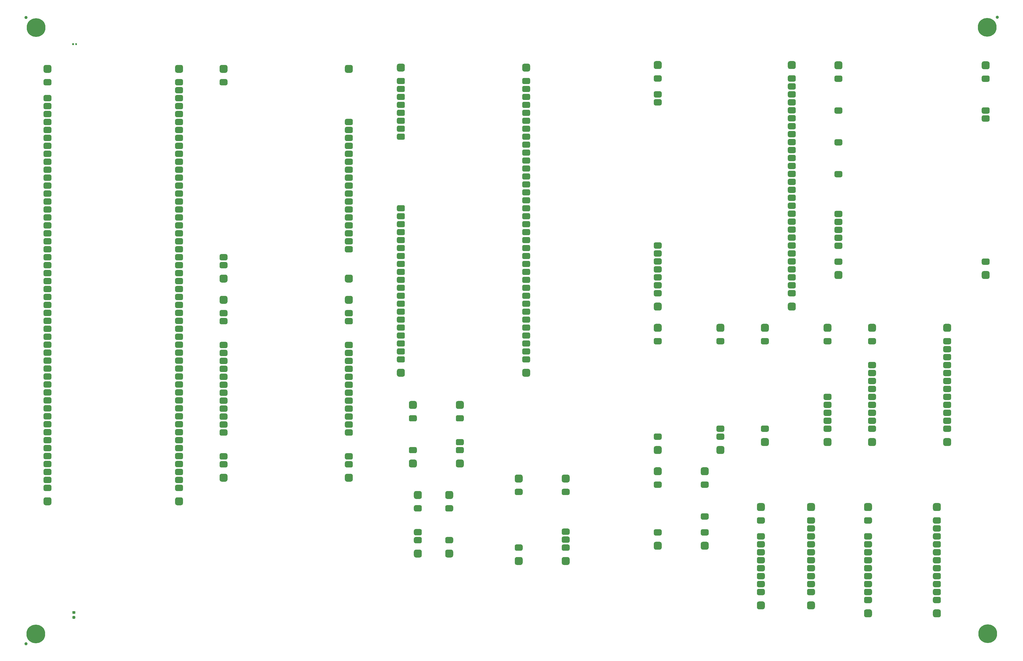
<source format=gts>
G04 #@! TF.GenerationSoftware,KiCad,Pcbnew,9.0.1+1*
G04 #@! TF.CreationDate,2025-11-12T15:34:54+00:00*
G04 #@! TF.ProjectId,main-carrier,6d61696e-2d63-4617-9272-6965722e6b69,v1.0*
G04 #@! TF.SameCoordinates,Original*
G04 #@! TF.FileFunction,Soldermask,Top*
G04 #@! TF.FilePolarity,Negative*
%FSLAX46Y46*%
G04 Gerber Fmt 4.6, Leading zero omitted, Abs format (unit mm)*
G04 Created by KiCad (PCBNEW 9.0.1+1) date 2025-11-12 15:34:54*
%MOMM*%
%LPD*%
G01*
G04 APERTURE LIST*
%ADD10C,6.000000*%
%ADD11C,1.000000*%
G04 APERTURE END LIST*
G36*
G01*
X322300001Y-124559999D02*
X322300001Y-123559999D01*
G75*
G02*
X322800001Y-123059999I500000J0D01*
G01*
X324340001Y-123059999D01*
G75*
G02*
X324840001Y-123559999I0J-500000D01*
G01*
X324840001Y-124559999D01*
G75*
G02*
X324340001Y-125059999I-500000J0D01*
G01*
X322800001Y-125059999D01*
G75*
G02*
X322300001Y-124559999I0J500000D01*
G01*
G37*
G36*
G01*
X322300001Y-129639999D02*
X322300001Y-128639999D01*
G75*
G02*
X322800001Y-128139999I500000J0D01*
G01*
X324340001Y-128139999D01*
G75*
G02*
X324840001Y-128639999I0J-500000D01*
G01*
X324840001Y-129639999D01*
G75*
G02*
X324340001Y-130139999I-500000J0D01*
G01*
X322800001Y-130139999D01*
G75*
G02*
X322300001Y-129639999I0J500000D01*
G01*
G37*
G36*
G01*
X322300001Y-132179999D02*
X322300001Y-131179999D01*
G75*
G02*
X322800001Y-130679999I500000J0D01*
G01*
X324340001Y-130679999D01*
G75*
G02*
X324840001Y-131179999I0J-500000D01*
G01*
X324840001Y-132179999D01*
G75*
G02*
X324340001Y-132679999I-500000J0D01*
G01*
X322800001Y-132679999D01*
G75*
G02*
X322300001Y-132179999I0J500000D01*
G01*
G37*
G36*
G01*
X322300001Y-177899999D02*
X322300001Y-176899999D01*
G75*
G02*
X322800001Y-176399999I500000J0D01*
G01*
X324340001Y-176399999D01*
G75*
G02*
X324840001Y-176899999I0J-500000D01*
G01*
X324840001Y-177899999D01*
G75*
G02*
X324340001Y-178399999I-500000J0D01*
G01*
X322800001Y-178399999D01*
G75*
G02*
X322300001Y-177899999I0J500000D01*
G01*
G37*
G36*
G01*
X322300001Y-180439999D02*
X322300001Y-179439999D01*
G75*
G02*
X322800001Y-178939999I500000J0D01*
G01*
X324340001Y-178939999D01*
G75*
G02*
X324840001Y-179439999I0J-500000D01*
G01*
X324840001Y-180439999D01*
G75*
G02*
X324340001Y-180939999I-500000J0D01*
G01*
X322800001Y-180939999D01*
G75*
G02*
X322300001Y-180439999I0J500000D01*
G01*
G37*
G36*
G01*
X322300001Y-182979999D02*
X322300001Y-181979999D01*
G75*
G02*
X322800001Y-181479999I500000J0D01*
G01*
X324340001Y-181479999D01*
G75*
G02*
X324840001Y-181979999I0J-500000D01*
G01*
X324840001Y-182979999D01*
G75*
G02*
X324340001Y-183479999I-500000J0D01*
G01*
X322800001Y-183479999D01*
G75*
G02*
X322300001Y-182979999I0J500000D01*
G01*
G37*
G36*
G01*
X322300001Y-185519999D02*
X322300001Y-184519999D01*
G75*
G02*
X322800001Y-184019999I500000J0D01*
G01*
X324340001Y-184019999D01*
G75*
G02*
X324840001Y-184519999I0J-500000D01*
G01*
X324840001Y-185519999D01*
G75*
G02*
X324340001Y-186019999I-500000J0D01*
G01*
X322800001Y-186019999D01*
G75*
G02*
X322300001Y-185519999I0J500000D01*
G01*
G37*
G36*
G01*
X322300001Y-188059999D02*
X322300001Y-187059999D01*
G75*
G02*
X322800001Y-186559999I500000J0D01*
G01*
X324340001Y-186559999D01*
G75*
G02*
X324840001Y-187059999I0J-500000D01*
G01*
X324840001Y-188059999D01*
G75*
G02*
X324340001Y-188559999I-500000J0D01*
G01*
X322800001Y-188559999D01*
G75*
G02*
X322300001Y-188059999I0J500000D01*
G01*
G37*
G36*
G01*
X322300001Y-190599999D02*
X322300001Y-189599999D01*
G75*
G02*
X322800001Y-189099999I500000J0D01*
G01*
X324340001Y-189099999D01*
G75*
G02*
X324840001Y-189599999I0J-500000D01*
G01*
X324840001Y-190599999D01*
G75*
G02*
X324340001Y-191099999I-500000J0D01*
G01*
X322800001Y-191099999D01*
G75*
G02*
X322300001Y-190599999I0J500000D01*
G01*
G37*
G36*
G01*
X322300001Y-193139999D02*
X322300001Y-192139999D01*
G75*
G02*
X322800001Y-191639999I500000J0D01*
G01*
X324340001Y-191639999D01*
G75*
G02*
X324840001Y-192139999I0J-500000D01*
G01*
X324840001Y-193139999D01*
G75*
G02*
X324340001Y-193639999I-500000J0D01*
G01*
X322800001Y-193639999D01*
G75*
G02*
X322300001Y-193139999I0J500000D01*
G01*
G37*
G36*
G01*
X365100001Y-124559999D02*
X365100001Y-123559999D01*
G75*
G02*
X365600001Y-123059999I500000J0D01*
G01*
X367140001Y-123059999D01*
G75*
G02*
X367640001Y-123559999I0J-500000D01*
G01*
X367640001Y-124559999D01*
G75*
G02*
X367140001Y-125059999I-500000J0D01*
G01*
X365600001Y-125059999D01*
G75*
G02*
X365100001Y-124559999I0J500000D01*
G01*
G37*
G36*
G01*
X365100001Y-127099999D02*
X365100001Y-126099999D01*
G75*
G02*
X365600001Y-125599999I500000J0D01*
G01*
X367140001Y-125599999D01*
G75*
G02*
X367640001Y-126099999I0J-500000D01*
G01*
X367640001Y-127099999D01*
G75*
G02*
X367140001Y-127599999I-500000J0D01*
G01*
X365600001Y-127599999D01*
G75*
G02*
X365100001Y-127099999I0J500000D01*
G01*
G37*
G36*
G01*
X365100001Y-129639999D02*
X365100001Y-128639999D01*
G75*
G02*
X365600001Y-128139999I500000J0D01*
G01*
X367140001Y-128139999D01*
G75*
G02*
X367640001Y-128639999I0J-500000D01*
G01*
X367640001Y-129639999D01*
G75*
G02*
X367140001Y-130139999I-500000J0D01*
G01*
X365600001Y-130139999D01*
G75*
G02*
X365100001Y-129639999I0J500000D01*
G01*
G37*
G36*
G01*
X365100001Y-132179999D02*
X365100001Y-131179999D01*
G75*
G02*
X365600001Y-130679999I500000J0D01*
G01*
X367140001Y-130679999D01*
G75*
G02*
X367640001Y-131179999I0J-500000D01*
G01*
X367640001Y-132179999D01*
G75*
G02*
X367140001Y-132679999I-500000J0D01*
G01*
X365600001Y-132679999D01*
G75*
G02*
X365100001Y-132179999I0J500000D01*
G01*
G37*
G36*
G01*
X365100001Y-134719999D02*
X365100001Y-133719999D01*
G75*
G02*
X365600001Y-133219999I500000J0D01*
G01*
X367140001Y-133219999D01*
G75*
G02*
X367640001Y-133719999I0J-500000D01*
G01*
X367640001Y-134719999D01*
G75*
G02*
X367140001Y-135219999I-500000J0D01*
G01*
X365600001Y-135219999D01*
G75*
G02*
X365100001Y-134719999I0J500000D01*
G01*
G37*
G36*
G01*
X365100001Y-137259999D02*
X365100001Y-136259999D01*
G75*
G02*
X365600001Y-135759999I500000J0D01*
G01*
X367140001Y-135759999D01*
G75*
G02*
X367640001Y-136259999I0J-500000D01*
G01*
X367640001Y-137259999D01*
G75*
G02*
X367140001Y-137759999I-500000J0D01*
G01*
X365600001Y-137759999D01*
G75*
G02*
X365100001Y-137259999I0J500000D01*
G01*
G37*
G36*
G01*
X365100001Y-139799999D02*
X365100001Y-138799999D01*
G75*
G02*
X365600001Y-138299999I500000J0D01*
G01*
X367140001Y-138299999D01*
G75*
G02*
X367640001Y-138799999I0J-500000D01*
G01*
X367640001Y-139799999D01*
G75*
G02*
X367140001Y-140299999I-500000J0D01*
G01*
X365600001Y-140299999D01*
G75*
G02*
X365100001Y-139799999I0J500000D01*
G01*
G37*
G36*
G01*
X365100001Y-142339999D02*
X365100001Y-141339999D01*
G75*
G02*
X365600001Y-140839999I500000J0D01*
G01*
X367140001Y-140839999D01*
G75*
G02*
X367640001Y-141339999I0J-500000D01*
G01*
X367640001Y-142339999D01*
G75*
G02*
X367140001Y-142839999I-500000J0D01*
G01*
X365600001Y-142839999D01*
G75*
G02*
X365100001Y-142339999I0J500000D01*
G01*
G37*
G36*
G01*
X365100001Y-144879999D02*
X365100001Y-143879999D01*
G75*
G02*
X365600001Y-143379999I500000J0D01*
G01*
X367140001Y-143379999D01*
G75*
G02*
X367640001Y-143879999I0J-500000D01*
G01*
X367640001Y-144879999D01*
G75*
G02*
X367140001Y-145379999I-500000J0D01*
G01*
X365600001Y-145379999D01*
G75*
G02*
X365100001Y-144879999I0J500000D01*
G01*
G37*
G36*
G01*
X365100001Y-147419999D02*
X365100001Y-146419999D01*
G75*
G02*
X365600001Y-145919999I500000J0D01*
G01*
X367140001Y-145919999D01*
G75*
G02*
X367640001Y-146419999I0J-500000D01*
G01*
X367640001Y-147419999D01*
G75*
G02*
X367140001Y-147919999I-500000J0D01*
G01*
X365600001Y-147919999D01*
G75*
G02*
X365100001Y-147419999I0J500000D01*
G01*
G37*
G36*
G01*
X365100001Y-149959999D02*
X365100001Y-148959999D01*
G75*
G02*
X365600001Y-148459999I500000J0D01*
G01*
X367140001Y-148459999D01*
G75*
G02*
X367640001Y-148959999I0J-500000D01*
G01*
X367640001Y-149959999D01*
G75*
G02*
X367140001Y-150459999I-500000J0D01*
G01*
X365600001Y-150459999D01*
G75*
G02*
X365100001Y-149959999I0J500000D01*
G01*
G37*
G36*
G01*
X365100001Y-152499999D02*
X365100001Y-151499999D01*
G75*
G02*
X365600001Y-150999999I500000J0D01*
G01*
X367140001Y-150999999D01*
G75*
G02*
X367640001Y-151499999I0J-500000D01*
G01*
X367640001Y-152499999D01*
G75*
G02*
X367140001Y-152999999I-500000J0D01*
G01*
X365600001Y-152999999D01*
G75*
G02*
X365100001Y-152499999I0J500000D01*
G01*
G37*
G36*
G01*
X365100001Y-155039999D02*
X365100001Y-154039999D01*
G75*
G02*
X365600001Y-153539999I500000J0D01*
G01*
X367140001Y-153539999D01*
G75*
G02*
X367640001Y-154039999I0J-500000D01*
G01*
X367640001Y-155039999D01*
G75*
G02*
X367140001Y-155539999I-500000J0D01*
G01*
X365600001Y-155539999D01*
G75*
G02*
X365100001Y-155039999I0J500000D01*
G01*
G37*
G36*
G01*
X365100001Y-157579999D02*
X365100001Y-156579999D01*
G75*
G02*
X365600001Y-156079999I500000J0D01*
G01*
X367140001Y-156079999D01*
G75*
G02*
X367640001Y-156579999I0J-500000D01*
G01*
X367640001Y-157579999D01*
G75*
G02*
X367140001Y-158079999I-500000J0D01*
G01*
X365600001Y-158079999D01*
G75*
G02*
X365100001Y-157579999I0J500000D01*
G01*
G37*
G36*
G01*
X365100001Y-160119999D02*
X365100001Y-159119999D01*
G75*
G02*
X365600001Y-158619999I500000J0D01*
G01*
X367140001Y-158619999D01*
G75*
G02*
X367640001Y-159119999I0J-500000D01*
G01*
X367640001Y-160119999D01*
G75*
G02*
X367140001Y-160619999I-500000J0D01*
G01*
X365600001Y-160619999D01*
G75*
G02*
X365100001Y-160119999I0J500000D01*
G01*
G37*
G36*
G01*
X365100001Y-162659999D02*
X365100001Y-161659999D01*
G75*
G02*
X365600001Y-161159999I500000J0D01*
G01*
X367140001Y-161159999D01*
G75*
G02*
X367640001Y-161659999I0J-500000D01*
G01*
X367640001Y-162659999D01*
G75*
G02*
X367140001Y-163159999I-500000J0D01*
G01*
X365600001Y-163159999D01*
G75*
G02*
X365100001Y-162659999I0J500000D01*
G01*
G37*
G36*
G01*
X365100001Y-165199999D02*
X365100001Y-164199999D01*
G75*
G02*
X365600001Y-163699999I500000J0D01*
G01*
X367140001Y-163699999D01*
G75*
G02*
X367640001Y-164199999I0J-500000D01*
G01*
X367640001Y-165199999D01*
G75*
G02*
X367140001Y-165699999I-500000J0D01*
G01*
X365600001Y-165699999D01*
G75*
G02*
X365100001Y-165199999I0J500000D01*
G01*
G37*
G36*
G01*
X365100001Y-167739999D02*
X365100001Y-166739999D01*
G75*
G02*
X365600001Y-166239999I500000J0D01*
G01*
X367140001Y-166239999D01*
G75*
G02*
X367640001Y-166739999I0J-500000D01*
G01*
X367640001Y-167739999D01*
G75*
G02*
X367140001Y-168239999I-500000J0D01*
G01*
X365600001Y-168239999D01*
G75*
G02*
X365100001Y-167739999I0J500000D01*
G01*
G37*
G36*
G01*
X365100001Y-170279999D02*
X365100001Y-169279999D01*
G75*
G02*
X365600001Y-168779999I500000J0D01*
G01*
X367140001Y-168779999D01*
G75*
G02*
X367640001Y-169279999I0J-500000D01*
G01*
X367640001Y-170279999D01*
G75*
G02*
X367140001Y-170779999I-500000J0D01*
G01*
X365600001Y-170779999D01*
G75*
G02*
X365100001Y-170279999I0J500000D01*
G01*
G37*
G36*
G01*
X365100001Y-172819999D02*
X365100001Y-171819999D01*
G75*
G02*
X365600001Y-171319999I500000J0D01*
G01*
X367140001Y-171319999D01*
G75*
G02*
X367640001Y-171819999I0J-500000D01*
G01*
X367640001Y-172819999D01*
G75*
G02*
X367140001Y-173319999I-500000J0D01*
G01*
X365600001Y-173319999D01*
G75*
G02*
X365100001Y-172819999I0J500000D01*
G01*
G37*
G36*
G01*
X365100001Y-175359999D02*
X365100001Y-174359999D01*
G75*
G02*
X365600001Y-173859999I500000J0D01*
G01*
X367140001Y-173859999D01*
G75*
G02*
X367640001Y-174359999I0J-500000D01*
G01*
X367640001Y-175359999D01*
G75*
G02*
X367140001Y-175859999I-500000J0D01*
G01*
X365600001Y-175859999D01*
G75*
G02*
X365100001Y-175359999I0J500000D01*
G01*
G37*
G36*
G01*
X365100001Y-177899999D02*
X365100001Y-176899999D01*
G75*
G02*
X365600001Y-176399999I500000J0D01*
G01*
X367140001Y-176399999D01*
G75*
G02*
X367640001Y-176899999I0J-500000D01*
G01*
X367640001Y-177899999D01*
G75*
G02*
X367140001Y-178399999I-500000J0D01*
G01*
X365600001Y-178399999D01*
G75*
G02*
X365100001Y-177899999I0J500000D01*
G01*
G37*
G36*
G01*
X365100001Y-180439999D02*
X365100001Y-179439999D01*
G75*
G02*
X365600001Y-178939999I500000J0D01*
G01*
X367140001Y-178939999D01*
G75*
G02*
X367640001Y-179439999I0J-500000D01*
G01*
X367640001Y-180439999D01*
G75*
G02*
X367140001Y-180939999I-500000J0D01*
G01*
X365600001Y-180939999D01*
G75*
G02*
X365100001Y-180439999I0J500000D01*
G01*
G37*
G36*
G01*
X365100001Y-182979999D02*
X365100001Y-181979999D01*
G75*
G02*
X365600001Y-181479999I500000J0D01*
G01*
X367140001Y-181479999D01*
G75*
G02*
X367640001Y-181979999I0J-500000D01*
G01*
X367640001Y-182979999D01*
G75*
G02*
X367140001Y-183479999I-500000J0D01*
G01*
X365600001Y-183479999D01*
G75*
G02*
X365100001Y-182979999I0J500000D01*
G01*
G37*
G36*
G01*
X365100001Y-185519999D02*
X365100001Y-184519999D01*
G75*
G02*
X365600001Y-184019999I500000J0D01*
G01*
X367140001Y-184019999D01*
G75*
G02*
X367640001Y-184519999I0J-500000D01*
G01*
X367640001Y-185519999D01*
G75*
G02*
X367140001Y-186019999I-500000J0D01*
G01*
X365600001Y-186019999D01*
G75*
G02*
X365100001Y-185519999I0J500000D01*
G01*
G37*
G36*
G01*
X365100001Y-188059999D02*
X365100001Y-187059999D01*
G75*
G02*
X365600001Y-186559999I500000J0D01*
G01*
X367140001Y-186559999D01*
G75*
G02*
X367640001Y-187059999I0J-500000D01*
G01*
X367640001Y-188059999D01*
G75*
G02*
X367140001Y-188559999I-500000J0D01*
G01*
X365600001Y-188559999D01*
G75*
G02*
X365100001Y-188059999I0J500000D01*
G01*
G37*
G36*
G01*
X365100001Y-190599999D02*
X365100001Y-189599999D01*
G75*
G02*
X365600001Y-189099999I500000J0D01*
G01*
X367140001Y-189099999D01*
G75*
G02*
X367640001Y-189599999I0J-500000D01*
G01*
X367640001Y-190599999D01*
G75*
G02*
X367140001Y-191099999I-500000J0D01*
G01*
X365600001Y-191099999D01*
G75*
G02*
X365100001Y-190599999I0J500000D01*
G01*
G37*
G36*
G01*
X365100001Y-193139999D02*
X365100001Y-192139999D01*
G75*
G02*
X365600001Y-191639999I500000J0D01*
G01*
X367140001Y-191639999D01*
G75*
G02*
X367640001Y-192139999I0J-500000D01*
G01*
X367640001Y-193139999D01*
G75*
G02*
X367140001Y-193639999I-500000J0D01*
G01*
X365600001Y-193639999D01*
G75*
G02*
X365100001Y-193139999I0J500000D01*
G01*
G37*
G36*
G01*
X322300001Y-120424999D02*
X322300001Y-119154999D01*
G75*
G02*
X322935001Y-118519999I635000J0D01*
G01*
X324205001Y-118519999D01*
G75*
G02*
X324840001Y-119154999I0J-635000D01*
G01*
X324840001Y-120424999D01*
G75*
G02*
X324205001Y-121059999I-635000J0D01*
G01*
X322935001Y-121059999D01*
G75*
G02*
X322300001Y-120424999I0J635000D01*
G01*
G37*
G36*
G01*
X365100001Y-120424999D02*
X365100001Y-119154999D01*
G75*
G02*
X365735001Y-118519999I635000J0D01*
G01*
X367005001Y-118519999D01*
G75*
G02*
X367640001Y-119154999I0J-635000D01*
G01*
X367640001Y-120424999D01*
G75*
G02*
X367005001Y-121059999I-635000J0D01*
G01*
X365735001Y-121059999D01*
G75*
G02*
X365100001Y-120424999I0J635000D01*
G01*
G37*
G36*
G01*
X322300001Y-197544999D02*
X322300001Y-196274999D01*
G75*
G02*
X322935001Y-195639999I635000J0D01*
G01*
X324205001Y-195639999D01*
G75*
G02*
X324840001Y-196274999I0J-635000D01*
G01*
X324840001Y-197544999D01*
G75*
G02*
X324205001Y-198179999I-635000J0D01*
G01*
X322935001Y-198179999D01*
G75*
G02*
X322300001Y-197544999I0J635000D01*
G01*
G37*
G36*
G01*
X365100001Y-197544999D02*
X365100001Y-196274999D01*
G75*
G02*
X365735001Y-195639999I635000J0D01*
G01*
X367005001Y-195639999D01*
G75*
G02*
X367640001Y-196274999I0J-635000D01*
G01*
X367640001Y-197544999D01*
G75*
G02*
X367005001Y-198179999I-635000J0D01*
G01*
X365735001Y-198179999D01*
G75*
G02*
X365100001Y-197544999I0J635000D01*
G01*
G37*
G36*
G01*
X355220000Y-265699999D02*
X355220000Y-264699999D01*
G75*
G02*
X355720000Y-264199999I500000J0D01*
G01*
X357260000Y-264199999D01*
G75*
G02*
X357760000Y-264699999I0J-500000D01*
G01*
X357760000Y-265699999D01*
G75*
G02*
X357260000Y-266199999I-500000J0D01*
G01*
X355720000Y-266199999D01*
G75*
G02*
X355220000Y-265699999I0J500000D01*
G01*
G37*
G36*
G01*
X355220000Y-270779999D02*
X355220000Y-269779999D01*
G75*
G02*
X355720000Y-269279999I500000J0D01*
G01*
X357260000Y-269279999D01*
G75*
G02*
X357760000Y-269779999I0J-500000D01*
G01*
X357760000Y-270779999D01*
G75*
G02*
X357260000Y-271279999I-500000J0D01*
G01*
X355720000Y-271279999D01*
G75*
G02*
X355220000Y-270779999I0J500000D01*
G01*
G37*
G36*
G01*
X355220000Y-273319999D02*
X355220000Y-272319999D01*
G75*
G02*
X355720000Y-271819999I500000J0D01*
G01*
X357260000Y-271819999D01*
G75*
G02*
X357760000Y-272319999I0J-500000D01*
G01*
X357760000Y-273319999D01*
G75*
G02*
X357260000Y-273819999I-500000J0D01*
G01*
X355720000Y-273819999D01*
G75*
G02*
X355220000Y-273319999I0J500000D01*
G01*
G37*
G36*
G01*
X355220000Y-275859999D02*
X355220000Y-274859999D01*
G75*
G02*
X355720000Y-274359999I500000J0D01*
G01*
X357260000Y-274359999D01*
G75*
G02*
X357760000Y-274859999I0J-500000D01*
G01*
X357760000Y-275859999D01*
G75*
G02*
X357260000Y-276359999I-500000J0D01*
G01*
X355720000Y-276359999D01*
G75*
G02*
X355220000Y-275859999I0J500000D01*
G01*
G37*
G36*
G01*
X355220000Y-278399999D02*
X355220000Y-277399999D01*
G75*
G02*
X355720000Y-276899999I500000J0D01*
G01*
X357260000Y-276899999D01*
G75*
G02*
X357760000Y-277399999I0J-500000D01*
G01*
X357760000Y-278399999D01*
G75*
G02*
X357260000Y-278899999I-500000J0D01*
G01*
X355720000Y-278899999D01*
G75*
G02*
X355220000Y-278399999I0J500000D01*
G01*
G37*
G36*
G01*
X355220000Y-280939999D02*
X355220000Y-279939999D01*
G75*
G02*
X355720000Y-279439999I500000J0D01*
G01*
X357260000Y-279439999D01*
G75*
G02*
X357760000Y-279939999I0J-500000D01*
G01*
X357760000Y-280939999D01*
G75*
G02*
X357260000Y-281439999I-500000J0D01*
G01*
X355720000Y-281439999D01*
G75*
G02*
X355220000Y-280939999I0J500000D01*
G01*
G37*
G36*
G01*
X355220000Y-283479999D02*
X355220000Y-282479999D01*
G75*
G02*
X355720000Y-281979999I500000J0D01*
G01*
X357260000Y-281979999D01*
G75*
G02*
X357760000Y-282479999I0J-500000D01*
G01*
X357760000Y-283479999D01*
G75*
G02*
X357260000Y-283979999I-500000J0D01*
G01*
X355720000Y-283979999D01*
G75*
G02*
X355220000Y-283479999I0J500000D01*
G01*
G37*
G36*
G01*
X355220000Y-286019999D02*
X355220000Y-285019999D01*
G75*
G02*
X355720000Y-284519999I500000J0D01*
G01*
X357260000Y-284519999D01*
G75*
G02*
X357760000Y-285019999I0J-500000D01*
G01*
X357760000Y-286019999D01*
G75*
G02*
X357260000Y-286519999I-500000J0D01*
G01*
X355720000Y-286519999D01*
G75*
G02*
X355220000Y-286019999I0J500000D01*
G01*
G37*
G36*
G01*
X355220000Y-288559999D02*
X355220000Y-287559999D01*
G75*
G02*
X355720000Y-287059999I500000J0D01*
G01*
X357260000Y-287059999D01*
G75*
G02*
X357760000Y-287559999I0J-500000D01*
G01*
X357760000Y-288559999D01*
G75*
G02*
X357260000Y-289059999I-500000J0D01*
G01*
X355720000Y-289059999D01*
G75*
G02*
X355220000Y-288559999I0J500000D01*
G01*
G37*
G36*
G01*
X371220000Y-265699999D02*
X371220000Y-264699999D01*
G75*
G02*
X371720000Y-264199999I500000J0D01*
G01*
X373260000Y-264199999D01*
G75*
G02*
X373760000Y-264699999I0J-500000D01*
G01*
X373760000Y-265699999D01*
G75*
G02*
X373260000Y-266199999I-500000J0D01*
G01*
X371720000Y-266199999D01*
G75*
G02*
X371220000Y-265699999I0J500000D01*
G01*
G37*
G36*
G01*
X371220000Y-268239999D02*
X371220000Y-267239999D01*
G75*
G02*
X371720000Y-266739999I500000J0D01*
G01*
X373260000Y-266739999D01*
G75*
G02*
X373760000Y-267239999I0J-500000D01*
G01*
X373760000Y-268239999D01*
G75*
G02*
X373260000Y-268739999I-500000J0D01*
G01*
X371720000Y-268739999D01*
G75*
G02*
X371220000Y-268239999I0J500000D01*
G01*
G37*
G36*
G01*
X371220000Y-270779999D02*
X371220000Y-269779999D01*
G75*
G02*
X371720000Y-269279999I500000J0D01*
G01*
X373260000Y-269279999D01*
G75*
G02*
X373760000Y-269779999I0J-500000D01*
G01*
X373760000Y-270779999D01*
G75*
G02*
X373260000Y-271279999I-500000J0D01*
G01*
X371720000Y-271279999D01*
G75*
G02*
X371220000Y-270779999I0J500000D01*
G01*
G37*
G36*
G01*
X371220000Y-273319999D02*
X371220000Y-272319999D01*
G75*
G02*
X371720000Y-271819999I500000J0D01*
G01*
X373260000Y-271819999D01*
G75*
G02*
X373760000Y-272319999I0J-500000D01*
G01*
X373760000Y-273319999D01*
G75*
G02*
X373260000Y-273819999I-500000J0D01*
G01*
X371720000Y-273819999D01*
G75*
G02*
X371220000Y-273319999I0J500000D01*
G01*
G37*
G36*
G01*
X371220000Y-275859999D02*
X371220000Y-274859999D01*
G75*
G02*
X371720000Y-274359999I500000J0D01*
G01*
X373260000Y-274359999D01*
G75*
G02*
X373760000Y-274859999I0J-500000D01*
G01*
X373760000Y-275859999D01*
G75*
G02*
X373260000Y-276359999I-500000J0D01*
G01*
X371720000Y-276359999D01*
G75*
G02*
X371220000Y-275859999I0J500000D01*
G01*
G37*
G36*
G01*
X371220000Y-278399999D02*
X371220000Y-277399999D01*
G75*
G02*
X371720000Y-276899999I500000J0D01*
G01*
X373260000Y-276899999D01*
G75*
G02*
X373760000Y-277399999I0J-500000D01*
G01*
X373760000Y-278399999D01*
G75*
G02*
X373260000Y-278899999I-500000J0D01*
G01*
X371720000Y-278899999D01*
G75*
G02*
X371220000Y-278399999I0J500000D01*
G01*
G37*
G36*
G01*
X371220000Y-280939999D02*
X371220000Y-279939999D01*
G75*
G02*
X371720000Y-279439999I500000J0D01*
G01*
X373260000Y-279439999D01*
G75*
G02*
X373760000Y-279939999I0J-500000D01*
G01*
X373760000Y-280939999D01*
G75*
G02*
X373260000Y-281439999I-500000J0D01*
G01*
X371720000Y-281439999D01*
G75*
G02*
X371220000Y-280939999I0J500000D01*
G01*
G37*
G36*
G01*
X371220000Y-283479999D02*
X371220000Y-282479999D01*
G75*
G02*
X371720000Y-281979999I500000J0D01*
G01*
X373260000Y-281979999D01*
G75*
G02*
X373760000Y-282479999I0J-500000D01*
G01*
X373760000Y-283479999D01*
G75*
G02*
X373260000Y-283979999I-500000J0D01*
G01*
X371720000Y-283979999D01*
G75*
G02*
X371220000Y-283479999I0J500000D01*
G01*
G37*
G36*
G01*
X371220000Y-286019999D02*
X371220000Y-285019999D01*
G75*
G02*
X371720000Y-284519999I500000J0D01*
G01*
X373260000Y-284519999D01*
G75*
G02*
X373760000Y-285019999I0J-500000D01*
G01*
X373760000Y-286019999D01*
G75*
G02*
X373260000Y-286519999I-500000J0D01*
G01*
X371720000Y-286519999D01*
G75*
G02*
X371220000Y-286019999I0J500000D01*
G01*
G37*
G36*
G01*
X371220000Y-288559999D02*
X371220000Y-287559999D01*
G75*
G02*
X371720000Y-287059999I500000J0D01*
G01*
X373260000Y-287059999D01*
G75*
G02*
X373760000Y-287559999I0J-500000D01*
G01*
X373760000Y-288559999D01*
G75*
G02*
X373260000Y-289059999I-500000J0D01*
G01*
X371720000Y-289059999D01*
G75*
G02*
X371220000Y-288559999I0J500000D01*
G01*
G37*
G36*
G01*
X355220000Y-261564999D02*
X355220000Y-260294999D01*
G75*
G02*
X355855000Y-259659999I635000J0D01*
G01*
X357125000Y-259659999D01*
G75*
G02*
X357760000Y-260294999I0J-635000D01*
G01*
X357760000Y-261564999D01*
G75*
G02*
X357125000Y-262199999I-635000J0D01*
G01*
X355855000Y-262199999D01*
G75*
G02*
X355220000Y-261564999I0J635000D01*
G01*
G37*
G36*
G01*
X371220000Y-261564999D02*
X371220000Y-260294999D01*
G75*
G02*
X371855000Y-259659999I635000J0D01*
G01*
X373125000Y-259659999D01*
G75*
G02*
X373760000Y-260294999I0J-635000D01*
G01*
X373760000Y-261564999D01*
G75*
G02*
X373125000Y-262199999I-635000J0D01*
G01*
X371855000Y-262199999D01*
G75*
G02*
X371220000Y-261564999I0J635000D01*
G01*
G37*
G36*
G01*
X355220000Y-292964999D02*
X355220000Y-291694999D01*
G75*
G02*
X355855000Y-291059999I635000J0D01*
G01*
X357125000Y-291059999D01*
G75*
G02*
X357760000Y-291694999I0J-635000D01*
G01*
X357760000Y-292964999D01*
G75*
G02*
X357125000Y-293599999I-635000J0D01*
G01*
X355855000Y-293599999D01*
G75*
G02*
X355220000Y-292964999I0J635000D01*
G01*
G37*
G36*
G01*
X371220000Y-292964999D02*
X371220000Y-291694999D01*
G75*
G02*
X371855000Y-291059999I635000J0D01*
G01*
X373125000Y-291059999D01*
G75*
G02*
X373760000Y-291694999I0J-635000D01*
G01*
X373760000Y-292964999D01*
G75*
G02*
X373125000Y-293599999I-635000J0D01*
G01*
X371855000Y-293599999D01*
G75*
G02*
X371220000Y-292964999I0J635000D01*
G01*
G37*
G36*
G01*
X379980000Y-124640000D02*
X379980000Y-123640000D01*
G75*
G02*
X380480000Y-123140000I500000J0D01*
G01*
X382020000Y-123140000D01*
G75*
G02*
X382520000Y-123640000I0J-500000D01*
G01*
X382520000Y-124640000D01*
G75*
G02*
X382020000Y-125140000I-500000J0D01*
G01*
X380480000Y-125140000D01*
G75*
G02*
X379980000Y-124640000I0J500000D01*
G01*
G37*
G36*
G01*
X379980000Y-134800000D02*
X379980000Y-133800000D01*
G75*
G02*
X380480000Y-133300000I500000J0D01*
G01*
X382020000Y-133300000D01*
G75*
G02*
X382520000Y-133800000I0J-500000D01*
G01*
X382520000Y-134800000D01*
G75*
G02*
X382020000Y-135300000I-500000J0D01*
G01*
X380480000Y-135300000D01*
G75*
G02*
X379980000Y-134800000I0J500000D01*
G01*
G37*
G36*
G01*
X379980000Y-144960000D02*
X379980000Y-143960000D01*
G75*
G02*
X380480000Y-143460000I500000J0D01*
G01*
X382020000Y-143460000D01*
G75*
G02*
X382520000Y-143960000I0J-500000D01*
G01*
X382520000Y-144960000D01*
G75*
G02*
X382020000Y-145460000I-500000J0D01*
G01*
X380480000Y-145460000D01*
G75*
G02*
X379980000Y-144960000I0J500000D01*
G01*
G37*
G36*
G01*
X379980000Y-155120000D02*
X379980000Y-154120000D01*
G75*
G02*
X380480000Y-153620000I500000J0D01*
G01*
X382020000Y-153620000D01*
G75*
G02*
X382520000Y-154120000I0J-500000D01*
G01*
X382520000Y-155120000D01*
G75*
G02*
X382020000Y-155620000I-500000J0D01*
G01*
X380480000Y-155620000D01*
G75*
G02*
X379980000Y-155120000I0J500000D01*
G01*
G37*
G36*
G01*
X379980000Y-167820000D02*
X379980000Y-166820000D01*
G75*
G02*
X380480000Y-166320000I500000J0D01*
G01*
X382020000Y-166320000D01*
G75*
G02*
X382520000Y-166820000I0J-500000D01*
G01*
X382520000Y-167820000D01*
G75*
G02*
X382020000Y-168320000I-500000J0D01*
G01*
X380480000Y-168320000D01*
G75*
G02*
X379980000Y-167820000I0J500000D01*
G01*
G37*
G36*
G01*
X379980000Y-170360000D02*
X379980000Y-169360000D01*
G75*
G02*
X380480000Y-168860000I500000J0D01*
G01*
X382020000Y-168860000D01*
G75*
G02*
X382520000Y-169360000I0J-500000D01*
G01*
X382520000Y-170360000D01*
G75*
G02*
X382020000Y-170860000I-500000J0D01*
G01*
X380480000Y-170860000D01*
G75*
G02*
X379980000Y-170360000I0J500000D01*
G01*
G37*
G36*
G01*
X379980000Y-172900000D02*
X379980000Y-171900000D01*
G75*
G02*
X380480000Y-171400000I500000J0D01*
G01*
X382020000Y-171400000D01*
G75*
G02*
X382520000Y-171900000I0J-500000D01*
G01*
X382520000Y-172900000D01*
G75*
G02*
X382020000Y-173400000I-500000J0D01*
G01*
X380480000Y-173400000D01*
G75*
G02*
X379980000Y-172900000I0J500000D01*
G01*
G37*
G36*
G01*
X379980000Y-175440000D02*
X379980000Y-174440000D01*
G75*
G02*
X380480000Y-173940000I500000J0D01*
G01*
X382020000Y-173940000D01*
G75*
G02*
X382520000Y-174440000I0J-500000D01*
G01*
X382520000Y-175440000D01*
G75*
G02*
X382020000Y-175940000I-500000J0D01*
G01*
X380480000Y-175940000D01*
G75*
G02*
X379980000Y-175440000I0J500000D01*
G01*
G37*
G36*
G01*
X379980000Y-177980000D02*
X379980000Y-176980000D01*
G75*
G02*
X380480000Y-176480000I500000J0D01*
G01*
X382020000Y-176480000D01*
G75*
G02*
X382520000Y-176980000I0J-500000D01*
G01*
X382520000Y-177980000D01*
G75*
G02*
X382020000Y-178480000I-500000J0D01*
G01*
X380480000Y-178480000D01*
G75*
G02*
X379980000Y-177980000I0J500000D01*
G01*
G37*
G36*
G01*
X379980000Y-183060000D02*
X379980000Y-182060000D01*
G75*
G02*
X380480000Y-181560000I500000J0D01*
G01*
X382020000Y-181560000D01*
G75*
G02*
X382520000Y-182060000I0J-500000D01*
G01*
X382520000Y-183060000D01*
G75*
G02*
X382020000Y-183560000I-500000J0D01*
G01*
X380480000Y-183560000D01*
G75*
G02*
X379980000Y-183060000I0J500000D01*
G01*
G37*
G36*
G01*
X426980000Y-124640000D02*
X426980000Y-123640000D01*
G75*
G02*
X427480000Y-123140000I500000J0D01*
G01*
X429020000Y-123140000D01*
G75*
G02*
X429520000Y-123640000I0J-500000D01*
G01*
X429520000Y-124640000D01*
G75*
G02*
X429020000Y-125140000I-500000J0D01*
G01*
X427480000Y-125140000D01*
G75*
G02*
X426980000Y-124640000I0J500000D01*
G01*
G37*
G36*
G01*
X426980000Y-134800000D02*
X426980000Y-133800000D01*
G75*
G02*
X427480000Y-133300000I500000J0D01*
G01*
X429020000Y-133300000D01*
G75*
G02*
X429520000Y-133800000I0J-500000D01*
G01*
X429520000Y-134800000D01*
G75*
G02*
X429020000Y-135300000I-500000J0D01*
G01*
X427480000Y-135300000D01*
G75*
G02*
X426980000Y-134800000I0J500000D01*
G01*
G37*
G36*
G01*
X426980000Y-137340000D02*
X426980000Y-136340000D01*
G75*
G02*
X427480000Y-135840000I500000J0D01*
G01*
X429020000Y-135840000D01*
G75*
G02*
X429520000Y-136340000I0J-500000D01*
G01*
X429520000Y-137340000D01*
G75*
G02*
X429020000Y-137840000I-500000J0D01*
G01*
X427480000Y-137840000D01*
G75*
G02*
X426980000Y-137340000I0J500000D01*
G01*
G37*
G36*
G01*
X426980000Y-183060000D02*
X426980000Y-182060000D01*
G75*
G02*
X427480000Y-181560000I500000J0D01*
G01*
X429020000Y-181560000D01*
G75*
G02*
X429520000Y-182060000I0J-500000D01*
G01*
X429520000Y-183060000D01*
G75*
G02*
X429020000Y-183560000I-500000J0D01*
G01*
X427480000Y-183560000D01*
G75*
G02*
X426980000Y-183060000I0J500000D01*
G01*
G37*
G36*
G01*
X379980000Y-120505000D02*
X379980000Y-119235000D01*
G75*
G02*
X380615000Y-118600000I635000J0D01*
G01*
X381885000Y-118600000D01*
G75*
G02*
X382520000Y-119235000I0J-635000D01*
G01*
X382520000Y-120505000D01*
G75*
G02*
X381885000Y-121140000I-635000J0D01*
G01*
X380615000Y-121140000D01*
G75*
G02*
X379980000Y-120505000I0J635000D01*
G01*
G37*
G36*
G01*
X426980000Y-120505000D02*
X426980000Y-119235000D01*
G75*
G02*
X427615000Y-118600000I635000J0D01*
G01*
X428885000Y-118600000D01*
G75*
G02*
X429520000Y-119235000I0J-635000D01*
G01*
X429520000Y-120505000D01*
G75*
G02*
X428885000Y-121140000I-635000J0D01*
G01*
X427615000Y-121140000D01*
G75*
G02*
X426980000Y-120505000I0J635000D01*
G01*
G37*
G36*
G01*
X379980000Y-187465000D02*
X379980000Y-186195000D01*
G75*
G02*
X380615000Y-185560000I635000J0D01*
G01*
X381885000Y-185560000D01*
G75*
G02*
X382520000Y-186195000I0J-635000D01*
G01*
X382520000Y-187465000D01*
G75*
G02*
X381885000Y-188100000I-635000J0D01*
G01*
X380615000Y-188100000D01*
G75*
G02*
X379980000Y-187465000I0J635000D01*
G01*
G37*
G36*
G01*
X426980000Y-187465000D02*
X426980000Y-186195000D01*
G75*
G02*
X427615000Y-185560000I635000J0D01*
G01*
X428885000Y-185560000D01*
G75*
G02*
X429520000Y-186195000I0J-635000D01*
G01*
X429520000Y-187465000D01*
G75*
G02*
X428885000Y-188100000I-635000J0D01*
G01*
X427615000Y-188100000D01*
G75*
G02*
X426980000Y-187465000I0J635000D01*
G01*
G37*
G36*
G01*
X390700000Y-208459999D02*
X390700000Y-207459999D01*
G75*
G02*
X391200000Y-206959999I500000J0D01*
G01*
X392740000Y-206959999D01*
G75*
G02*
X393240000Y-207459999I0J-500000D01*
G01*
X393240000Y-208459999D01*
G75*
G02*
X392740000Y-208959999I-500000J0D01*
G01*
X391200000Y-208959999D01*
G75*
G02*
X390700000Y-208459999I0J500000D01*
G01*
G37*
G36*
G01*
X390700000Y-216079999D02*
X390700000Y-215079999D01*
G75*
G02*
X391200000Y-214579999I500000J0D01*
G01*
X392740000Y-214579999D01*
G75*
G02*
X393240000Y-215079999I0J-500000D01*
G01*
X393240000Y-216079999D01*
G75*
G02*
X392740000Y-216579999I-500000J0D01*
G01*
X391200000Y-216579999D01*
G75*
G02*
X390700000Y-216079999I0J500000D01*
G01*
G37*
G36*
G01*
X390700000Y-218619999D02*
X390700000Y-217619999D01*
G75*
G02*
X391200000Y-217119999I500000J0D01*
G01*
X392740000Y-217119999D01*
G75*
G02*
X393240000Y-217619999I0J-500000D01*
G01*
X393240000Y-218619999D01*
G75*
G02*
X392740000Y-219119999I-500000J0D01*
G01*
X391200000Y-219119999D01*
G75*
G02*
X390700000Y-218619999I0J500000D01*
G01*
G37*
G36*
G01*
X390700000Y-221159999D02*
X390700000Y-220159999D01*
G75*
G02*
X391200000Y-219659999I500000J0D01*
G01*
X392740000Y-219659999D01*
G75*
G02*
X393240000Y-220159999I0J-500000D01*
G01*
X393240000Y-221159999D01*
G75*
G02*
X392740000Y-221659999I-500000J0D01*
G01*
X391200000Y-221659999D01*
G75*
G02*
X390700000Y-221159999I0J500000D01*
G01*
G37*
G36*
G01*
X390700000Y-223699999D02*
X390700000Y-222699999D01*
G75*
G02*
X391200000Y-222199999I500000J0D01*
G01*
X392740000Y-222199999D01*
G75*
G02*
X393240000Y-222699999I0J-500000D01*
G01*
X393240000Y-223699999D01*
G75*
G02*
X392740000Y-224199999I-500000J0D01*
G01*
X391200000Y-224199999D01*
G75*
G02*
X390700000Y-223699999I0J500000D01*
G01*
G37*
G36*
G01*
X390700000Y-226239999D02*
X390700000Y-225239999D01*
G75*
G02*
X391200000Y-224739999I500000J0D01*
G01*
X392740000Y-224739999D01*
G75*
G02*
X393240000Y-225239999I0J-500000D01*
G01*
X393240000Y-226239999D01*
G75*
G02*
X392740000Y-226739999I-500000J0D01*
G01*
X391200000Y-226739999D01*
G75*
G02*
X390700000Y-226239999I0J500000D01*
G01*
G37*
G36*
G01*
X390700000Y-228779999D02*
X390700000Y-227779999D01*
G75*
G02*
X391200000Y-227279999I500000J0D01*
G01*
X392740000Y-227279999D01*
G75*
G02*
X393240000Y-227779999I0J-500000D01*
G01*
X393240000Y-228779999D01*
G75*
G02*
X392740000Y-229279999I-500000J0D01*
G01*
X391200000Y-229279999D01*
G75*
G02*
X390700000Y-228779999I0J500000D01*
G01*
G37*
G36*
G01*
X390700000Y-231319999D02*
X390700000Y-230319999D01*
G75*
G02*
X391200000Y-229819999I500000J0D01*
G01*
X392740000Y-229819999D01*
G75*
G02*
X393240000Y-230319999I0J-500000D01*
G01*
X393240000Y-231319999D01*
G75*
G02*
X392740000Y-231819999I-500000J0D01*
G01*
X391200000Y-231819999D01*
G75*
G02*
X390700000Y-231319999I0J500000D01*
G01*
G37*
G36*
G01*
X390700000Y-233859999D02*
X390700000Y-232859999D01*
G75*
G02*
X391200000Y-232359999I500000J0D01*
G01*
X392740000Y-232359999D01*
G75*
G02*
X393240000Y-232859999I0J-500000D01*
G01*
X393240000Y-233859999D01*
G75*
G02*
X392740000Y-234359999I-500000J0D01*
G01*
X391200000Y-234359999D01*
G75*
G02*
X390700000Y-233859999I0J500000D01*
G01*
G37*
G36*
G01*
X390700000Y-236399999D02*
X390700000Y-235399999D01*
G75*
G02*
X391200000Y-234899999I500000J0D01*
G01*
X392740000Y-234899999D01*
G75*
G02*
X393240000Y-235399999I0J-500000D01*
G01*
X393240000Y-236399999D01*
G75*
G02*
X392740000Y-236899999I-500000J0D01*
G01*
X391200000Y-236899999D01*
G75*
G02*
X390700000Y-236399999I0J500000D01*
G01*
G37*
G36*
G01*
X414700000Y-208459999D02*
X414700000Y-207459999D01*
G75*
G02*
X415200000Y-206959999I500000J0D01*
G01*
X416740000Y-206959999D01*
G75*
G02*
X417240000Y-207459999I0J-500000D01*
G01*
X417240000Y-208459999D01*
G75*
G02*
X416740000Y-208959999I-500000J0D01*
G01*
X415200000Y-208959999D01*
G75*
G02*
X414700000Y-208459999I0J500000D01*
G01*
G37*
G36*
G01*
X414700000Y-210999999D02*
X414700000Y-209999999D01*
G75*
G02*
X415200000Y-209499999I500000J0D01*
G01*
X416740000Y-209499999D01*
G75*
G02*
X417240000Y-209999999I0J-500000D01*
G01*
X417240000Y-210999999D01*
G75*
G02*
X416740000Y-211499999I-500000J0D01*
G01*
X415200000Y-211499999D01*
G75*
G02*
X414700000Y-210999999I0J500000D01*
G01*
G37*
G36*
G01*
X414700000Y-213539999D02*
X414700000Y-212539999D01*
G75*
G02*
X415200000Y-212039999I500000J0D01*
G01*
X416740000Y-212039999D01*
G75*
G02*
X417240000Y-212539999I0J-500000D01*
G01*
X417240000Y-213539999D01*
G75*
G02*
X416740000Y-214039999I-500000J0D01*
G01*
X415200000Y-214039999D01*
G75*
G02*
X414700000Y-213539999I0J500000D01*
G01*
G37*
G36*
G01*
X414700000Y-216079999D02*
X414700000Y-215079999D01*
G75*
G02*
X415200000Y-214579999I500000J0D01*
G01*
X416740000Y-214579999D01*
G75*
G02*
X417240000Y-215079999I0J-500000D01*
G01*
X417240000Y-216079999D01*
G75*
G02*
X416740000Y-216579999I-500000J0D01*
G01*
X415200000Y-216579999D01*
G75*
G02*
X414700000Y-216079999I0J500000D01*
G01*
G37*
G36*
G01*
X414700000Y-218619999D02*
X414700000Y-217619999D01*
G75*
G02*
X415200000Y-217119999I500000J0D01*
G01*
X416740000Y-217119999D01*
G75*
G02*
X417240000Y-217619999I0J-500000D01*
G01*
X417240000Y-218619999D01*
G75*
G02*
X416740000Y-219119999I-500000J0D01*
G01*
X415200000Y-219119999D01*
G75*
G02*
X414700000Y-218619999I0J500000D01*
G01*
G37*
G36*
G01*
X414700000Y-221159999D02*
X414700000Y-220159999D01*
G75*
G02*
X415200000Y-219659999I500000J0D01*
G01*
X416740000Y-219659999D01*
G75*
G02*
X417240000Y-220159999I0J-500000D01*
G01*
X417240000Y-221159999D01*
G75*
G02*
X416740000Y-221659999I-500000J0D01*
G01*
X415200000Y-221659999D01*
G75*
G02*
X414700000Y-221159999I0J500000D01*
G01*
G37*
G36*
G01*
X414700000Y-223699999D02*
X414700000Y-222699999D01*
G75*
G02*
X415200000Y-222199999I500000J0D01*
G01*
X416740000Y-222199999D01*
G75*
G02*
X417240000Y-222699999I0J-500000D01*
G01*
X417240000Y-223699999D01*
G75*
G02*
X416740000Y-224199999I-500000J0D01*
G01*
X415200000Y-224199999D01*
G75*
G02*
X414700000Y-223699999I0J500000D01*
G01*
G37*
G36*
G01*
X414700000Y-226239999D02*
X414700000Y-225239999D01*
G75*
G02*
X415200000Y-224739999I500000J0D01*
G01*
X416740000Y-224739999D01*
G75*
G02*
X417240000Y-225239999I0J-500000D01*
G01*
X417240000Y-226239999D01*
G75*
G02*
X416740000Y-226739999I-500000J0D01*
G01*
X415200000Y-226739999D01*
G75*
G02*
X414700000Y-226239999I0J500000D01*
G01*
G37*
G36*
G01*
X414700000Y-228779999D02*
X414700000Y-227779999D01*
G75*
G02*
X415200000Y-227279999I500000J0D01*
G01*
X416740000Y-227279999D01*
G75*
G02*
X417240000Y-227779999I0J-500000D01*
G01*
X417240000Y-228779999D01*
G75*
G02*
X416740000Y-229279999I-500000J0D01*
G01*
X415200000Y-229279999D01*
G75*
G02*
X414700000Y-228779999I0J500000D01*
G01*
G37*
G36*
G01*
X414700000Y-231319999D02*
X414700000Y-230319999D01*
G75*
G02*
X415200000Y-229819999I500000J0D01*
G01*
X416740000Y-229819999D01*
G75*
G02*
X417240000Y-230319999I0J-500000D01*
G01*
X417240000Y-231319999D01*
G75*
G02*
X416740000Y-231819999I-500000J0D01*
G01*
X415200000Y-231819999D01*
G75*
G02*
X414700000Y-231319999I0J500000D01*
G01*
G37*
G36*
G01*
X414700000Y-233859999D02*
X414700000Y-232859999D01*
G75*
G02*
X415200000Y-232359999I500000J0D01*
G01*
X416740000Y-232359999D01*
G75*
G02*
X417240000Y-232859999I0J-500000D01*
G01*
X417240000Y-233859999D01*
G75*
G02*
X416740000Y-234359999I-500000J0D01*
G01*
X415200000Y-234359999D01*
G75*
G02*
X414700000Y-233859999I0J500000D01*
G01*
G37*
G36*
G01*
X414700000Y-236399999D02*
X414700000Y-235399999D01*
G75*
G02*
X415200000Y-234899999I500000J0D01*
G01*
X416740000Y-234899999D01*
G75*
G02*
X417240000Y-235399999I0J-500000D01*
G01*
X417240000Y-236399999D01*
G75*
G02*
X416740000Y-236899999I-500000J0D01*
G01*
X415200000Y-236899999D01*
G75*
G02*
X414700000Y-236399999I0J500000D01*
G01*
G37*
G36*
G01*
X390700000Y-204324999D02*
X390700000Y-203054999D01*
G75*
G02*
X391335000Y-202419999I635000J0D01*
G01*
X392605000Y-202419999D01*
G75*
G02*
X393240000Y-203054999I0J-635000D01*
G01*
X393240000Y-204324999D01*
G75*
G02*
X392605000Y-204959999I-635000J0D01*
G01*
X391335000Y-204959999D01*
G75*
G02*
X390700000Y-204324999I0J635000D01*
G01*
G37*
G36*
G01*
X414700000Y-204324999D02*
X414700000Y-203054999D01*
G75*
G02*
X415335000Y-202419999I635000J0D01*
G01*
X416605000Y-202419999D01*
G75*
G02*
X417240000Y-203054999I0J-635000D01*
G01*
X417240000Y-204324999D01*
G75*
G02*
X416605000Y-204959999I-635000J0D01*
G01*
X415335000Y-204959999D01*
G75*
G02*
X414700000Y-204324999I0J635000D01*
G01*
G37*
G36*
G01*
X390700000Y-240804999D02*
X390700000Y-239534999D01*
G75*
G02*
X391335000Y-238899999I635000J0D01*
G01*
X392605000Y-238899999D01*
G75*
G02*
X393240000Y-239534999I0J-635000D01*
G01*
X393240000Y-240804999D01*
G75*
G02*
X392605000Y-241439999I-635000J0D01*
G01*
X391335000Y-241439999D01*
G75*
G02*
X390700000Y-240804999I0J635000D01*
G01*
G37*
G36*
G01*
X414700000Y-240804999D02*
X414700000Y-239534999D01*
G75*
G02*
X415335000Y-238899999I635000J0D01*
G01*
X416605000Y-238899999D01*
G75*
G02*
X417240000Y-239534999I0J-635000D01*
G01*
X417240000Y-240804999D01*
G75*
G02*
X416605000Y-241439999I-635000J0D01*
G01*
X415335000Y-241439999D01*
G75*
G02*
X414700000Y-240804999I0J635000D01*
G01*
G37*
G36*
G01*
X183700001Y-199520001D02*
X183700001Y-198520001D01*
G75*
G02*
X184200001Y-198020001I500000J0D01*
G01*
X185740001Y-198020001D01*
G75*
G02*
X186240001Y-198520001I0J-500000D01*
G01*
X186240001Y-199520001D01*
G75*
G02*
X185740001Y-200020001I-500000J0D01*
G01*
X184200001Y-200020001D01*
G75*
G02*
X183700001Y-199520001I0J500000D01*
G01*
G37*
G36*
G01*
X183700001Y-202060001D02*
X183700001Y-201060001D01*
G75*
G02*
X184200001Y-200560001I500000J0D01*
G01*
X185740001Y-200560001D01*
G75*
G02*
X186240001Y-201060001I0J-500000D01*
G01*
X186240001Y-202060001D01*
G75*
G02*
X185740001Y-202560001I-500000J0D01*
G01*
X184200001Y-202560001D01*
G75*
G02*
X183700001Y-202060001I0J500000D01*
G01*
G37*
G36*
G01*
X183700001Y-209680001D02*
X183700001Y-208680001D01*
G75*
G02*
X184200001Y-208180001I500000J0D01*
G01*
X185740001Y-208180001D01*
G75*
G02*
X186240001Y-208680001I0J-500000D01*
G01*
X186240001Y-209680001D01*
G75*
G02*
X185740001Y-210180001I-500000J0D01*
G01*
X184200001Y-210180001D01*
G75*
G02*
X183700001Y-209680001I0J500000D01*
G01*
G37*
G36*
G01*
X183700001Y-212220001D02*
X183700001Y-211220001D01*
G75*
G02*
X184200001Y-210720001I500000J0D01*
G01*
X185740001Y-210720001D01*
G75*
G02*
X186240001Y-211220001I0J-500000D01*
G01*
X186240001Y-212220001D01*
G75*
G02*
X185740001Y-212720001I-500000J0D01*
G01*
X184200001Y-212720001D01*
G75*
G02*
X183700001Y-212220001I0J500000D01*
G01*
G37*
G36*
G01*
X183700001Y-214760001D02*
X183700001Y-213760001D01*
G75*
G02*
X184200001Y-213260001I500000J0D01*
G01*
X185740001Y-213260001D01*
G75*
G02*
X186240001Y-213760001I0J-500000D01*
G01*
X186240001Y-214760001D01*
G75*
G02*
X185740001Y-215260001I-500000J0D01*
G01*
X184200001Y-215260001D01*
G75*
G02*
X183700001Y-214760001I0J500000D01*
G01*
G37*
G36*
G01*
X183700001Y-217300001D02*
X183700001Y-216300001D01*
G75*
G02*
X184200001Y-215800001I500000J0D01*
G01*
X185740001Y-215800001D01*
G75*
G02*
X186240001Y-216300001I0J-500000D01*
G01*
X186240001Y-217300001D01*
G75*
G02*
X185740001Y-217800001I-500000J0D01*
G01*
X184200001Y-217800001D01*
G75*
G02*
X183700001Y-217300001I0J500000D01*
G01*
G37*
G36*
G01*
X183700001Y-219840001D02*
X183700001Y-218840001D01*
G75*
G02*
X184200001Y-218340001I500000J0D01*
G01*
X185740001Y-218340001D01*
G75*
G02*
X186240001Y-218840001I0J-500000D01*
G01*
X186240001Y-219840001D01*
G75*
G02*
X185740001Y-220340001I-500000J0D01*
G01*
X184200001Y-220340001D01*
G75*
G02*
X183700001Y-219840001I0J500000D01*
G01*
G37*
G36*
G01*
X183700001Y-222380001D02*
X183700001Y-221380001D01*
G75*
G02*
X184200001Y-220880001I500000J0D01*
G01*
X185740001Y-220880001D01*
G75*
G02*
X186240001Y-221380001I0J-500000D01*
G01*
X186240001Y-222380001D01*
G75*
G02*
X185740001Y-222880001I-500000J0D01*
G01*
X184200001Y-222880001D01*
G75*
G02*
X183700001Y-222380001I0J500000D01*
G01*
G37*
G36*
G01*
X183700001Y-224920001D02*
X183700001Y-223920001D01*
G75*
G02*
X184200001Y-223420001I500000J0D01*
G01*
X185740001Y-223420001D01*
G75*
G02*
X186240001Y-223920001I0J-500000D01*
G01*
X186240001Y-224920001D01*
G75*
G02*
X185740001Y-225420001I-500000J0D01*
G01*
X184200001Y-225420001D01*
G75*
G02*
X183700001Y-224920001I0J500000D01*
G01*
G37*
G36*
G01*
X183700001Y-227460001D02*
X183700001Y-226460001D01*
G75*
G02*
X184200001Y-225960001I500000J0D01*
G01*
X185740001Y-225960001D01*
G75*
G02*
X186240001Y-226460001I0J-500000D01*
G01*
X186240001Y-227460001D01*
G75*
G02*
X185740001Y-227960001I-500000J0D01*
G01*
X184200001Y-227960001D01*
G75*
G02*
X183700001Y-227460001I0J500000D01*
G01*
G37*
G36*
G01*
X183700001Y-230000001D02*
X183700001Y-229000001D01*
G75*
G02*
X184200001Y-228500001I500000J0D01*
G01*
X185740001Y-228500001D01*
G75*
G02*
X186240001Y-229000001I0J-500000D01*
G01*
X186240001Y-230000001D01*
G75*
G02*
X185740001Y-230500001I-500000J0D01*
G01*
X184200001Y-230500001D01*
G75*
G02*
X183700001Y-230000001I0J500000D01*
G01*
G37*
G36*
G01*
X183700001Y-232540001D02*
X183700001Y-231540001D01*
G75*
G02*
X184200001Y-231040001I500000J0D01*
G01*
X185740001Y-231040001D01*
G75*
G02*
X186240001Y-231540001I0J-500000D01*
G01*
X186240001Y-232540001D01*
G75*
G02*
X185740001Y-233040001I-500000J0D01*
G01*
X184200001Y-233040001D01*
G75*
G02*
X183700001Y-232540001I0J500000D01*
G01*
G37*
G36*
G01*
X183700001Y-235080001D02*
X183700001Y-234080001D01*
G75*
G02*
X184200001Y-233580001I500000J0D01*
G01*
X185740001Y-233580001D01*
G75*
G02*
X186240001Y-234080001I0J-500000D01*
G01*
X186240001Y-235080001D01*
G75*
G02*
X185740001Y-235580001I-500000J0D01*
G01*
X184200001Y-235580001D01*
G75*
G02*
X183700001Y-235080001I0J500000D01*
G01*
G37*
G36*
G01*
X183700001Y-237620001D02*
X183700001Y-236620001D01*
G75*
G02*
X184200001Y-236120001I500000J0D01*
G01*
X185740001Y-236120001D01*
G75*
G02*
X186240001Y-236620001I0J-500000D01*
G01*
X186240001Y-237620001D01*
G75*
G02*
X185740001Y-238120001I-500000J0D01*
G01*
X184200001Y-238120001D01*
G75*
G02*
X183700001Y-237620001I0J500000D01*
G01*
G37*
G36*
G01*
X183700001Y-245240001D02*
X183700001Y-244240001D01*
G75*
G02*
X184200001Y-243740001I500000J0D01*
G01*
X185740001Y-243740001D01*
G75*
G02*
X186240001Y-244240001I0J-500000D01*
G01*
X186240001Y-245240001D01*
G75*
G02*
X185740001Y-245740001I-500000J0D01*
G01*
X184200001Y-245740001D01*
G75*
G02*
X183700001Y-245240001I0J500000D01*
G01*
G37*
G36*
G01*
X183700001Y-247780001D02*
X183700001Y-246780001D01*
G75*
G02*
X184200001Y-246280001I500000J0D01*
G01*
X185740001Y-246280001D01*
G75*
G02*
X186240001Y-246780001I0J-500000D01*
G01*
X186240001Y-247780001D01*
G75*
G02*
X185740001Y-248280001I-500000J0D01*
G01*
X184200001Y-248280001D01*
G75*
G02*
X183700001Y-247780001I0J500000D01*
G01*
G37*
G36*
G01*
X223700001Y-199520001D02*
X223700001Y-198520001D01*
G75*
G02*
X224200001Y-198020001I500000J0D01*
G01*
X225740001Y-198020001D01*
G75*
G02*
X226240001Y-198520001I0J-500000D01*
G01*
X226240001Y-199520001D01*
G75*
G02*
X225740001Y-200020001I-500000J0D01*
G01*
X224200001Y-200020001D01*
G75*
G02*
X223700001Y-199520001I0J500000D01*
G01*
G37*
G36*
G01*
X223700001Y-202060001D02*
X223700001Y-201060001D01*
G75*
G02*
X224200001Y-200560001I500000J0D01*
G01*
X225740001Y-200560001D01*
G75*
G02*
X226240001Y-201060001I0J-500000D01*
G01*
X226240001Y-202060001D01*
G75*
G02*
X225740001Y-202560001I-500000J0D01*
G01*
X224200001Y-202560001D01*
G75*
G02*
X223700001Y-202060001I0J500000D01*
G01*
G37*
G36*
G01*
X223700001Y-209680001D02*
X223700001Y-208680001D01*
G75*
G02*
X224200001Y-208180001I500000J0D01*
G01*
X225740001Y-208180001D01*
G75*
G02*
X226240001Y-208680001I0J-500000D01*
G01*
X226240001Y-209680001D01*
G75*
G02*
X225740001Y-210180001I-500000J0D01*
G01*
X224200001Y-210180001D01*
G75*
G02*
X223700001Y-209680001I0J500000D01*
G01*
G37*
G36*
G01*
X223700001Y-212220001D02*
X223700001Y-211220001D01*
G75*
G02*
X224200001Y-210720001I500000J0D01*
G01*
X225740001Y-210720001D01*
G75*
G02*
X226240001Y-211220001I0J-500000D01*
G01*
X226240001Y-212220001D01*
G75*
G02*
X225740001Y-212720001I-500000J0D01*
G01*
X224200001Y-212720001D01*
G75*
G02*
X223700001Y-212220001I0J500000D01*
G01*
G37*
G36*
G01*
X223700001Y-214760001D02*
X223700001Y-213760001D01*
G75*
G02*
X224200001Y-213260001I500000J0D01*
G01*
X225740001Y-213260001D01*
G75*
G02*
X226240001Y-213760001I0J-500000D01*
G01*
X226240001Y-214760001D01*
G75*
G02*
X225740001Y-215260001I-500000J0D01*
G01*
X224200001Y-215260001D01*
G75*
G02*
X223700001Y-214760001I0J500000D01*
G01*
G37*
G36*
G01*
X223700001Y-217300001D02*
X223700001Y-216300001D01*
G75*
G02*
X224200001Y-215800001I500000J0D01*
G01*
X225740001Y-215800001D01*
G75*
G02*
X226240001Y-216300001I0J-500000D01*
G01*
X226240001Y-217300001D01*
G75*
G02*
X225740001Y-217800001I-500000J0D01*
G01*
X224200001Y-217800001D01*
G75*
G02*
X223700001Y-217300001I0J500000D01*
G01*
G37*
G36*
G01*
X223700001Y-219840001D02*
X223700001Y-218840001D01*
G75*
G02*
X224200001Y-218340001I500000J0D01*
G01*
X225740001Y-218340001D01*
G75*
G02*
X226240001Y-218840001I0J-500000D01*
G01*
X226240001Y-219840001D01*
G75*
G02*
X225740001Y-220340001I-500000J0D01*
G01*
X224200001Y-220340001D01*
G75*
G02*
X223700001Y-219840001I0J500000D01*
G01*
G37*
G36*
G01*
X223700001Y-222380001D02*
X223700001Y-221380001D01*
G75*
G02*
X224200001Y-220880001I500000J0D01*
G01*
X225740001Y-220880001D01*
G75*
G02*
X226240001Y-221380001I0J-500000D01*
G01*
X226240001Y-222380001D01*
G75*
G02*
X225740001Y-222880001I-500000J0D01*
G01*
X224200001Y-222880001D01*
G75*
G02*
X223700001Y-222380001I0J500000D01*
G01*
G37*
G36*
G01*
X223700001Y-224920001D02*
X223700001Y-223920001D01*
G75*
G02*
X224200001Y-223420001I500000J0D01*
G01*
X225740001Y-223420001D01*
G75*
G02*
X226240001Y-223920001I0J-500000D01*
G01*
X226240001Y-224920001D01*
G75*
G02*
X225740001Y-225420001I-500000J0D01*
G01*
X224200001Y-225420001D01*
G75*
G02*
X223700001Y-224920001I0J500000D01*
G01*
G37*
G36*
G01*
X223700001Y-227460001D02*
X223700001Y-226460001D01*
G75*
G02*
X224200001Y-225960001I500000J0D01*
G01*
X225740001Y-225960001D01*
G75*
G02*
X226240001Y-226460001I0J-500000D01*
G01*
X226240001Y-227460001D01*
G75*
G02*
X225740001Y-227960001I-500000J0D01*
G01*
X224200001Y-227960001D01*
G75*
G02*
X223700001Y-227460001I0J500000D01*
G01*
G37*
G36*
G01*
X223700001Y-230000001D02*
X223700001Y-229000001D01*
G75*
G02*
X224200001Y-228500001I500000J0D01*
G01*
X225740001Y-228500001D01*
G75*
G02*
X226240001Y-229000001I0J-500000D01*
G01*
X226240001Y-230000001D01*
G75*
G02*
X225740001Y-230500001I-500000J0D01*
G01*
X224200001Y-230500001D01*
G75*
G02*
X223700001Y-230000001I0J500000D01*
G01*
G37*
G36*
G01*
X223700001Y-232540001D02*
X223700001Y-231540001D01*
G75*
G02*
X224200001Y-231040001I500000J0D01*
G01*
X225740001Y-231040001D01*
G75*
G02*
X226240001Y-231540001I0J-500000D01*
G01*
X226240001Y-232540001D01*
G75*
G02*
X225740001Y-233040001I-500000J0D01*
G01*
X224200001Y-233040001D01*
G75*
G02*
X223700001Y-232540001I0J500000D01*
G01*
G37*
G36*
G01*
X223700001Y-235080001D02*
X223700001Y-234080001D01*
G75*
G02*
X224200001Y-233580001I500000J0D01*
G01*
X225740001Y-233580001D01*
G75*
G02*
X226240001Y-234080001I0J-500000D01*
G01*
X226240001Y-235080001D01*
G75*
G02*
X225740001Y-235580001I-500000J0D01*
G01*
X224200001Y-235580001D01*
G75*
G02*
X223700001Y-235080001I0J500000D01*
G01*
G37*
G36*
G01*
X223700001Y-237620001D02*
X223700001Y-236620001D01*
G75*
G02*
X224200001Y-236120001I500000J0D01*
G01*
X225740001Y-236120001D01*
G75*
G02*
X226240001Y-236620001I0J-500000D01*
G01*
X226240001Y-237620001D01*
G75*
G02*
X225740001Y-238120001I-500000J0D01*
G01*
X224200001Y-238120001D01*
G75*
G02*
X223700001Y-237620001I0J500000D01*
G01*
G37*
G36*
G01*
X223700001Y-245240001D02*
X223700001Y-244240001D01*
G75*
G02*
X224200001Y-243740001I500000J0D01*
G01*
X225740001Y-243740001D01*
G75*
G02*
X226240001Y-244240001I0J-500000D01*
G01*
X226240001Y-245240001D01*
G75*
G02*
X225740001Y-245740001I-500000J0D01*
G01*
X224200001Y-245740001D01*
G75*
G02*
X223700001Y-245240001I0J500000D01*
G01*
G37*
G36*
G01*
X223700001Y-247780001D02*
X223700001Y-246780001D01*
G75*
G02*
X224200001Y-246280001I500000J0D01*
G01*
X225740001Y-246280001D01*
G75*
G02*
X226240001Y-246780001I0J-500000D01*
G01*
X226240001Y-247780001D01*
G75*
G02*
X225740001Y-248280001I-500000J0D01*
G01*
X224200001Y-248280001D01*
G75*
G02*
X223700001Y-247780001I0J500000D01*
G01*
G37*
G36*
G01*
X183700001Y-195385001D02*
X183700001Y-194115001D01*
G75*
G02*
X184335001Y-193480001I635000J0D01*
G01*
X185605001Y-193480001D01*
G75*
G02*
X186240001Y-194115001I0J-635000D01*
G01*
X186240001Y-195385001D01*
G75*
G02*
X185605001Y-196020001I-635000J0D01*
G01*
X184335001Y-196020001D01*
G75*
G02*
X183700001Y-195385001I0J635000D01*
G01*
G37*
G36*
G01*
X223700001Y-195385001D02*
X223700001Y-194115001D01*
G75*
G02*
X224335001Y-193480001I635000J0D01*
G01*
X225605001Y-193480001D01*
G75*
G02*
X226240001Y-194115001I0J-635000D01*
G01*
X226240001Y-195385001D01*
G75*
G02*
X225605001Y-196020001I-635000J0D01*
G01*
X224335001Y-196020001D01*
G75*
G02*
X223700001Y-195385001I0J635000D01*
G01*
G37*
G36*
G01*
X183700001Y-252185001D02*
X183700001Y-250915001D01*
G75*
G02*
X184335001Y-250280001I635000J0D01*
G01*
X185605001Y-250280001D01*
G75*
G02*
X186240001Y-250915001I0J-635000D01*
G01*
X186240001Y-252185001D01*
G75*
G02*
X185605001Y-252820001I-635000J0D01*
G01*
X184335001Y-252820001D01*
G75*
G02*
X183700001Y-252185001I0J635000D01*
G01*
G37*
G36*
G01*
X223700001Y-252185001D02*
X223700001Y-250915001D01*
G75*
G02*
X224335001Y-250280001I635000J0D01*
G01*
X225605001Y-250280001D01*
G75*
G02*
X226240001Y-250915001I0J-635000D01*
G01*
X226240001Y-252185001D01*
G75*
G02*
X225605001Y-252820001I-635000J0D01*
G01*
X224335001Y-252820001D01*
G75*
G02*
X223700001Y-252185001I0J635000D01*
G01*
G37*
D10*
X125030000Y-301450000D03*
G36*
G01*
X245730000Y-261840000D02*
X245730000Y-260840000D01*
G75*
G02*
X246230000Y-260340000I500000J0D01*
G01*
X247770000Y-260340000D01*
G75*
G02*
X248270000Y-260840000I0J-500000D01*
G01*
X248270000Y-261840000D01*
G75*
G02*
X247770000Y-262340000I-500000J0D01*
G01*
X246230000Y-262340000D01*
G75*
G02*
X245730000Y-261840000I0J500000D01*
G01*
G37*
G36*
G01*
X245730000Y-269460000D02*
X245730000Y-268460000D01*
G75*
G02*
X246230000Y-267960000I500000J0D01*
G01*
X247770000Y-267960000D01*
G75*
G02*
X248270000Y-268460000I0J-500000D01*
G01*
X248270000Y-269460000D01*
G75*
G02*
X247770000Y-269960000I-500000J0D01*
G01*
X246230000Y-269960000D01*
G75*
G02*
X245730000Y-269460000I0J500000D01*
G01*
G37*
G36*
G01*
X245730000Y-272000000D02*
X245730000Y-271000000D01*
G75*
G02*
X246230000Y-270500000I500000J0D01*
G01*
X247770000Y-270500000D01*
G75*
G02*
X248270000Y-271000000I0J-500000D01*
G01*
X248270000Y-272000000D01*
G75*
G02*
X247770000Y-272500000I-500000J0D01*
G01*
X246230000Y-272500000D01*
G75*
G02*
X245730000Y-272000000I0J500000D01*
G01*
G37*
G36*
G01*
X255730000Y-261840000D02*
X255730000Y-260840000D01*
G75*
G02*
X256230000Y-260340000I500000J0D01*
G01*
X257770000Y-260340000D01*
G75*
G02*
X258270000Y-260840000I0J-500000D01*
G01*
X258270000Y-261840000D01*
G75*
G02*
X257770000Y-262340000I-500000J0D01*
G01*
X256230000Y-262340000D01*
G75*
G02*
X255730000Y-261840000I0J500000D01*
G01*
G37*
G36*
G01*
X255730000Y-272000000D02*
X255730000Y-271000000D01*
G75*
G02*
X256230000Y-270500000I500000J0D01*
G01*
X257770000Y-270500000D01*
G75*
G02*
X258270000Y-271000000I0J-500000D01*
G01*
X258270000Y-272000000D01*
G75*
G02*
X257770000Y-272500000I-500000J0D01*
G01*
X256230000Y-272500000D01*
G75*
G02*
X255730000Y-272000000I0J500000D01*
G01*
G37*
G36*
G01*
X245730000Y-257705000D02*
X245730000Y-256435000D01*
G75*
G02*
X246365000Y-255800000I635000J0D01*
G01*
X247635000Y-255800000D01*
G75*
G02*
X248270000Y-256435000I0J-635000D01*
G01*
X248270000Y-257705000D01*
G75*
G02*
X247635000Y-258340000I-635000J0D01*
G01*
X246365000Y-258340000D01*
G75*
G02*
X245730000Y-257705000I0J635000D01*
G01*
G37*
G36*
G01*
X255730000Y-257705000D02*
X255730000Y-256435000D01*
G75*
G02*
X256365000Y-255800000I635000J0D01*
G01*
X257635000Y-255800000D01*
G75*
G02*
X258270000Y-256435000I0J-635000D01*
G01*
X258270000Y-257705000D01*
G75*
G02*
X257635000Y-258340000I-635000J0D01*
G01*
X256365000Y-258340000D01*
G75*
G02*
X255730000Y-257705000I0J635000D01*
G01*
G37*
G36*
G01*
X245730000Y-276405000D02*
X245730000Y-275135000D01*
G75*
G02*
X246365000Y-274500000I635000J0D01*
G01*
X247635000Y-274500000D01*
G75*
G02*
X248270000Y-275135000I0J-635000D01*
G01*
X248270000Y-276405000D01*
G75*
G02*
X247635000Y-277040000I-635000J0D01*
G01*
X246365000Y-277040000D01*
G75*
G02*
X245730000Y-276405000I0J635000D01*
G01*
G37*
G36*
G01*
X255730000Y-276405000D02*
X255730000Y-275135000D01*
G75*
G02*
X256365000Y-274500000I635000J0D01*
G01*
X257635000Y-274500000D01*
G75*
G02*
X258270000Y-275135000I0J-635000D01*
G01*
X258270000Y-276405000D01*
G75*
G02*
X257635000Y-277040000I-635000J0D01*
G01*
X256365000Y-277040000D01*
G75*
G02*
X255730000Y-276405000I0J635000D01*
G01*
G37*
G36*
G01*
X244130000Y-233090000D02*
X244130000Y-232090000D01*
G75*
G02*
X244630000Y-231590000I500000J0D01*
G01*
X246170000Y-231590000D01*
G75*
G02*
X246670000Y-232090000I0J-500000D01*
G01*
X246670000Y-233090000D01*
G75*
G02*
X246170000Y-233590000I-500000J0D01*
G01*
X244630000Y-233590000D01*
G75*
G02*
X244130000Y-233090000I0J500000D01*
G01*
G37*
G36*
G01*
X244130000Y-243250000D02*
X244130000Y-242250000D01*
G75*
G02*
X244630000Y-241750000I500000J0D01*
G01*
X246170000Y-241750000D01*
G75*
G02*
X246670000Y-242250000I0J-500000D01*
G01*
X246670000Y-243250000D01*
G75*
G02*
X246170000Y-243750000I-500000J0D01*
G01*
X244630000Y-243750000D01*
G75*
G02*
X244130000Y-243250000I0J500000D01*
G01*
G37*
G36*
G01*
X259130000Y-233090000D02*
X259130000Y-232090000D01*
G75*
G02*
X259630000Y-231590000I500000J0D01*
G01*
X261170000Y-231590000D01*
G75*
G02*
X261670000Y-232090000I0J-500000D01*
G01*
X261670000Y-233090000D01*
G75*
G02*
X261170000Y-233590000I-500000J0D01*
G01*
X259630000Y-233590000D01*
G75*
G02*
X259130000Y-233090000I0J500000D01*
G01*
G37*
G36*
G01*
X259130000Y-240710000D02*
X259130000Y-239710000D01*
G75*
G02*
X259630000Y-239210000I500000J0D01*
G01*
X261170000Y-239210000D01*
G75*
G02*
X261670000Y-239710000I0J-500000D01*
G01*
X261670000Y-240710000D01*
G75*
G02*
X261170000Y-241210000I-500000J0D01*
G01*
X259630000Y-241210000D01*
G75*
G02*
X259130000Y-240710000I0J500000D01*
G01*
G37*
G36*
G01*
X259130000Y-243250000D02*
X259130000Y-242250000D01*
G75*
G02*
X259630000Y-241750000I500000J0D01*
G01*
X261170000Y-241750000D01*
G75*
G02*
X261670000Y-242250000I0J-500000D01*
G01*
X261670000Y-243250000D01*
G75*
G02*
X261170000Y-243750000I-500000J0D01*
G01*
X259630000Y-243750000D01*
G75*
G02*
X259130000Y-243250000I0J500000D01*
G01*
G37*
G36*
G01*
X244130000Y-228955000D02*
X244130000Y-227685000D01*
G75*
G02*
X244765000Y-227050000I635000J0D01*
G01*
X246035000Y-227050000D01*
G75*
G02*
X246670000Y-227685000I0J-635000D01*
G01*
X246670000Y-228955000D01*
G75*
G02*
X246035000Y-229590000I-635000J0D01*
G01*
X244765000Y-229590000D01*
G75*
G02*
X244130000Y-228955000I0J635000D01*
G01*
G37*
G36*
G01*
X259130000Y-228955000D02*
X259130000Y-227685000D01*
G75*
G02*
X259765000Y-227050000I635000J0D01*
G01*
X261035000Y-227050000D01*
G75*
G02*
X261670000Y-227685000I0J-635000D01*
G01*
X261670000Y-228955000D01*
G75*
G02*
X261035000Y-229590000I-635000J0D01*
G01*
X259765000Y-229590000D01*
G75*
G02*
X259130000Y-228955000I0J635000D01*
G01*
G37*
G36*
G01*
X244130000Y-247655000D02*
X244130000Y-246385000D01*
G75*
G02*
X244765000Y-245750000I635000J0D01*
G01*
X246035000Y-245750000D01*
G75*
G02*
X246670000Y-246385000I0J-635000D01*
G01*
X246670000Y-247655000D01*
G75*
G02*
X246035000Y-248290000I-635000J0D01*
G01*
X244765000Y-248290000D01*
G75*
G02*
X244130000Y-247655000I0J635000D01*
G01*
G37*
G36*
G01*
X259130000Y-247655000D02*
X259130000Y-246385000D01*
G75*
G02*
X259765000Y-245750000I635000J0D01*
G01*
X261035000Y-245750000D01*
G75*
G02*
X261670000Y-246385000I0J-635000D01*
G01*
X261670000Y-247655000D01*
G75*
G02*
X261035000Y-248290000I-635000J0D01*
G01*
X259765000Y-248290000D01*
G75*
G02*
X259130000Y-247655000I0J635000D01*
G01*
G37*
G36*
G01*
X127500001Y-125770002D02*
X127500001Y-124770002D01*
G75*
G02*
X128000001Y-124270002I500000J0D01*
G01*
X129540001Y-124270002D01*
G75*
G02*
X130040001Y-124770002I0J-500000D01*
G01*
X130040001Y-125770002D01*
G75*
G02*
X129540001Y-126270002I-500000J0D01*
G01*
X128000001Y-126270002D01*
G75*
G02*
X127500001Y-125770002I0J500000D01*
G01*
G37*
G36*
G01*
X127500001Y-130850002D02*
X127500001Y-129850002D01*
G75*
G02*
X128000001Y-129350002I500000J0D01*
G01*
X129540001Y-129350002D01*
G75*
G02*
X130040001Y-129850002I0J-500000D01*
G01*
X130040001Y-130850002D01*
G75*
G02*
X129540001Y-131350002I-500000J0D01*
G01*
X128000001Y-131350002D01*
G75*
G02*
X127500001Y-130850002I0J500000D01*
G01*
G37*
G36*
G01*
X127500001Y-133390002D02*
X127500001Y-132390002D01*
G75*
G02*
X128000001Y-131890002I500000J0D01*
G01*
X129540001Y-131890002D01*
G75*
G02*
X130040001Y-132390002I0J-500000D01*
G01*
X130040001Y-133390002D01*
G75*
G02*
X129540001Y-133890002I-500000J0D01*
G01*
X128000001Y-133890002D01*
G75*
G02*
X127500001Y-133390002I0J500000D01*
G01*
G37*
G36*
G01*
X127500001Y-135930002D02*
X127500001Y-134930002D01*
G75*
G02*
X128000001Y-134430002I500000J0D01*
G01*
X129540001Y-134430002D01*
G75*
G02*
X130040001Y-134930002I0J-500000D01*
G01*
X130040001Y-135930002D01*
G75*
G02*
X129540001Y-136430002I-500000J0D01*
G01*
X128000001Y-136430002D01*
G75*
G02*
X127500001Y-135930002I0J500000D01*
G01*
G37*
G36*
G01*
X127500001Y-138470002D02*
X127500001Y-137470002D01*
G75*
G02*
X128000001Y-136970002I500000J0D01*
G01*
X129540001Y-136970002D01*
G75*
G02*
X130040001Y-137470002I0J-500000D01*
G01*
X130040001Y-138470002D01*
G75*
G02*
X129540001Y-138970002I-500000J0D01*
G01*
X128000001Y-138970002D01*
G75*
G02*
X127500001Y-138470002I0J500000D01*
G01*
G37*
G36*
G01*
X127500001Y-141010002D02*
X127500001Y-140010002D01*
G75*
G02*
X128000001Y-139510002I500000J0D01*
G01*
X129540001Y-139510002D01*
G75*
G02*
X130040001Y-140010002I0J-500000D01*
G01*
X130040001Y-141010002D01*
G75*
G02*
X129540001Y-141510002I-500000J0D01*
G01*
X128000001Y-141510002D01*
G75*
G02*
X127500001Y-141010002I0J500000D01*
G01*
G37*
G36*
G01*
X127500001Y-143550002D02*
X127500001Y-142550002D01*
G75*
G02*
X128000001Y-142050002I500000J0D01*
G01*
X129540001Y-142050002D01*
G75*
G02*
X130040001Y-142550002I0J-500000D01*
G01*
X130040001Y-143550002D01*
G75*
G02*
X129540001Y-144050002I-500000J0D01*
G01*
X128000001Y-144050002D01*
G75*
G02*
X127500001Y-143550002I0J500000D01*
G01*
G37*
G36*
G01*
X127500001Y-146090002D02*
X127500001Y-145090002D01*
G75*
G02*
X128000001Y-144590002I500000J0D01*
G01*
X129540001Y-144590002D01*
G75*
G02*
X130040001Y-145090002I0J-500000D01*
G01*
X130040001Y-146090002D01*
G75*
G02*
X129540001Y-146590002I-500000J0D01*
G01*
X128000001Y-146590002D01*
G75*
G02*
X127500001Y-146090002I0J500000D01*
G01*
G37*
G36*
G01*
X127500001Y-148630002D02*
X127500001Y-147630002D01*
G75*
G02*
X128000001Y-147130002I500000J0D01*
G01*
X129540001Y-147130002D01*
G75*
G02*
X130040001Y-147630002I0J-500000D01*
G01*
X130040001Y-148630002D01*
G75*
G02*
X129540001Y-149130002I-500000J0D01*
G01*
X128000001Y-149130002D01*
G75*
G02*
X127500001Y-148630002I0J500000D01*
G01*
G37*
G36*
G01*
X127500001Y-151170002D02*
X127500001Y-150170002D01*
G75*
G02*
X128000001Y-149670002I500000J0D01*
G01*
X129540001Y-149670002D01*
G75*
G02*
X130040001Y-150170002I0J-500000D01*
G01*
X130040001Y-151170002D01*
G75*
G02*
X129540001Y-151670002I-500000J0D01*
G01*
X128000001Y-151670002D01*
G75*
G02*
X127500001Y-151170002I0J500000D01*
G01*
G37*
G36*
G01*
X127500001Y-153710002D02*
X127500001Y-152710002D01*
G75*
G02*
X128000001Y-152210002I500000J0D01*
G01*
X129540001Y-152210002D01*
G75*
G02*
X130040001Y-152710002I0J-500000D01*
G01*
X130040001Y-153710002D01*
G75*
G02*
X129540001Y-154210002I-500000J0D01*
G01*
X128000001Y-154210002D01*
G75*
G02*
X127500001Y-153710002I0J500000D01*
G01*
G37*
G36*
G01*
X127500001Y-156250002D02*
X127500001Y-155250002D01*
G75*
G02*
X128000001Y-154750002I500000J0D01*
G01*
X129540001Y-154750002D01*
G75*
G02*
X130040001Y-155250002I0J-500000D01*
G01*
X130040001Y-156250002D01*
G75*
G02*
X129540001Y-156750002I-500000J0D01*
G01*
X128000001Y-156750002D01*
G75*
G02*
X127500001Y-156250002I0J500000D01*
G01*
G37*
G36*
G01*
X127500001Y-158790002D02*
X127500001Y-157790002D01*
G75*
G02*
X128000001Y-157290002I500000J0D01*
G01*
X129540001Y-157290002D01*
G75*
G02*
X130040001Y-157790002I0J-500000D01*
G01*
X130040001Y-158790002D01*
G75*
G02*
X129540001Y-159290002I-500000J0D01*
G01*
X128000001Y-159290002D01*
G75*
G02*
X127500001Y-158790002I0J500000D01*
G01*
G37*
G36*
G01*
X127500001Y-161330002D02*
X127500001Y-160330002D01*
G75*
G02*
X128000001Y-159830002I500000J0D01*
G01*
X129540001Y-159830002D01*
G75*
G02*
X130040001Y-160330002I0J-500000D01*
G01*
X130040001Y-161330002D01*
G75*
G02*
X129540001Y-161830002I-500000J0D01*
G01*
X128000001Y-161830002D01*
G75*
G02*
X127500001Y-161330002I0J500000D01*
G01*
G37*
G36*
G01*
X127500001Y-163870002D02*
X127500001Y-162870002D01*
G75*
G02*
X128000001Y-162370002I500000J0D01*
G01*
X129540001Y-162370002D01*
G75*
G02*
X130040001Y-162870002I0J-500000D01*
G01*
X130040001Y-163870002D01*
G75*
G02*
X129540001Y-164370002I-500000J0D01*
G01*
X128000001Y-164370002D01*
G75*
G02*
X127500001Y-163870002I0J500000D01*
G01*
G37*
G36*
G01*
X127500001Y-166410002D02*
X127500001Y-165410002D01*
G75*
G02*
X128000001Y-164910002I500000J0D01*
G01*
X129540001Y-164910002D01*
G75*
G02*
X130040001Y-165410002I0J-500000D01*
G01*
X130040001Y-166410002D01*
G75*
G02*
X129540001Y-166910002I-500000J0D01*
G01*
X128000001Y-166910002D01*
G75*
G02*
X127500001Y-166410002I0J500000D01*
G01*
G37*
G36*
G01*
X127500001Y-168950002D02*
X127500001Y-167950002D01*
G75*
G02*
X128000001Y-167450002I500000J0D01*
G01*
X129540001Y-167450002D01*
G75*
G02*
X130040001Y-167950002I0J-500000D01*
G01*
X130040001Y-168950002D01*
G75*
G02*
X129540001Y-169450002I-500000J0D01*
G01*
X128000001Y-169450002D01*
G75*
G02*
X127500001Y-168950002I0J500000D01*
G01*
G37*
G36*
G01*
X127500001Y-171490002D02*
X127500001Y-170490002D01*
G75*
G02*
X128000001Y-169990002I500000J0D01*
G01*
X129540001Y-169990002D01*
G75*
G02*
X130040001Y-170490002I0J-500000D01*
G01*
X130040001Y-171490002D01*
G75*
G02*
X129540001Y-171990002I-500000J0D01*
G01*
X128000001Y-171990002D01*
G75*
G02*
X127500001Y-171490002I0J500000D01*
G01*
G37*
G36*
G01*
X127500001Y-174030002D02*
X127500001Y-173030002D01*
G75*
G02*
X128000001Y-172530002I500000J0D01*
G01*
X129540001Y-172530002D01*
G75*
G02*
X130040001Y-173030002I0J-500000D01*
G01*
X130040001Y-174030002D01*
G75*
G02*
X129540001Y-174530002I-500000J0D01*
G01*
X128000001Y-174530002D01*
G75*
G02*
X127500001Y-174030002I0J500000D01*
G01*
G37*
G36*
G01*
X127500001Y-176570002D02*
X127500001Y-175570002D01*
G75*
G02*
X128000001Y-175070002I500000J0D01*
G01*
X129540001Y-175070002D01*
G75*
G02*
X130040001Y-175570002I0J-500000D01*
G01*
X130040001Y-176570002D01*
G75*
G02*
X129540001Y-177070002I-500000J0D01*
G01*
X128000001Y-177070002D01*
G75*
G02*
X127500001Y-176570002I0J500000D01*
G01*
G37*
G36*
G01*
X127500001Y-179110002D02*
X127500001Y-178110002D01*
G75*
G02*
X128000001Y-177610002I500000J0D01*
G01*
X129540001Y-177610002D01*
G75*
G02*
X130040001Y-178110002I0J-500000D01*
G01*
X130040001Y-179110002D01*
G75*
G02*
X129540001Y-179610002I-500000J0D01*
G01*
X128000001Y-179610002D01*
G75*
G02*
X127500001Y-179110002I0J500000D01*
G01*
G37*
G36*
G01*
X127500001Y-181650002D02*
X127500001Y-180650002D01*
G75*
G02*
X128000001Y-180150002I500000J0D01*
G01*
X129540001Y-180150002D01*
G75*
G02*
X130040001Y-180650002I0J-500000D01*
G01*
X130040001Y-181650002D01*
G75*
G02*
X129540001Y-182150002I-500000J0D01*
G01*
X128000001Y-182150002D01*
G75*
G02*
X127500001Y-181650002I0J500000D01*
G01*
G37*
G36*
G01*
X127500001Y-184190002D02*
X127500001Y-183190002D01*
G75*
G02*
X128000001Y-182690002I500000J0D01*
G01*
X129540001Y-182690002D01*
G75*
G02*
X130040001Y-183190002I0J-500000D01*
G01*
X130040001Y-184190002D01*
G75*
G02*
X129540001Y-184690002I-500000J0D01*
G01*
X128000001Y-184690002D01*
G75*
G02*
X127500001Y-184190002I0J500000D01*
G01*
G37*
G36*
G01*
X127500001Y-186730002D02*
X127500001Y-185730002D01*
G75*
G02*
X128000001Y-185230002I500000J0D01*
G01*
X129540001Y-185230002D01*
G75*
G02*
X130040001Y-185730002I0J-500000D01*
G01*
X130040001Y-186730002D01*
G75*
G02*
X129540001Y-187230002I-500000J0D01*
G01*
X128000001Y-187230002D01*
G75*
G02*
X127500001Y-186730002I0J500000D01*
G01*
G37*
G36*
G01*
X127500001Y-189270002D02*
X127500001Y-188270002D01*
G75*
G02*
X128000001Y-187770002I500000J0D01*
G01*
X129540001Y-187770002D01*
G75*
G02*
X130040001Y-188270002I0J-500000D01*
G01*
X130040001Y-189270002D01*
G75*
G02*
X129540001Y-189770002I-500000J0D01*
G01*
X128000001Y-189770002D01*
G75*
G02*
X127500001Y-189270002I0J500000D01*
G01*
G37*
G36*
G01*
X127500001Y-191810002D02*
X127500001Y-190810002D01*
G75*
G02*
X128000001Y-190310002I500000J0D01*
G01*
X129540001Y-190310002D01*
G75*
G02*
X130040001Y-190810002I0J-500000D01*
G01*
X130040001Y-191810002D01*
G75*
G02*
X129540001Y-192310002I-500000J0D01*
G01*
X128000001Y-192310002D01*
G75*
G02*
X127500001Y-191810002I0J500000D01*
G01*
G37*
G36*
G01*
X127500001Y-194350002D02*
X127500001Y-193350002D01*
G75*
G02*
X128000001Y-192850002I500000J0D01*
G01*
X129540001Y-192850002D01*
G75*
G02*
X130040001Y-193350002I0J-500000D01*
G01*
X130040001Y-194350002D01*
G75*
G02*
X129540001Y-194850002I-500000J0D01*
G01*
X128000001Y-194850002D01*
G75*
G02*
X127500001Y-194350002I0J500000D01*
G01*
G37*
G36*
G01*
X127500001Y-196890002D02*
X127500001Y-195890002D01*
G75*
G02*
X128000001Y-195390002I500000J0D01*
G01*
X129540001Y-195390002D01*
G75*
G02*
X130040001Y-195890002I0J-500000D01*
G01*
X130040001Y-196890002D01*
G75*
G02*
X129540001Y-197390002I-500000J0D01*
G01*
X128000001Y-197390002D01*
G75*
G02*
X127500001Y-196890002I0J500000D01*
G01*
G37*
G36*
G01*
X127500001Y-199430002D02*
X127500001Y-198430002D01*
G75*
G02*
X128000001Y-197930002I500000J0D01*
G01*
X129540001Y-197930002D01*
G75*
G02*
X130040001Y-198430002I0J-500000D01*
G01*
X130040001Y-199430002D01*
G75*
G02*
X129540001Y-199930002I-500000J0D01*
G01*
X128000001Y-199930002D01*
G75*
G02*
X127500001Y-199430002I0J500000D01*
G01*
G37*
G36*
G01*
X127500001Y-201970002D02*
X127500001Y-200970002D01*
G75*
G02*
X128000001Y-200470002I500000J0D01*
G01*
X129540001Y-200470002D01*
G75*
G02*
X130040001Y-200970002I0J-500000D01*
G01*
X130040001Y-201970002D01*
G75*
G02*
X129540001Y-202470002I-500000J0D01*
G01*
X128000001Y-202470002D01*
G75*
G02*
X127500001Y-201970002I0J500000D01*
G01*
G37*
G36*
G01*
X127500001Y-204510002D02*
X127500001Y-203510002D01*
G75*
G02*
X128000001Y-203010002I500000J0D01*
G01*
X129540001Y-203010002D01*
G75*
G02*
X130040001Y-203510002I0J-500000D01*
G01*
X130040001Y-204510002D01*
G75*
G02*
X129540001Y-205010002I-500000J0D01*
G01*
X128000001Y-205010002D01*
G75*
G02*
X127500001Y-204510002I0J500000D01*
G01*
G37*
G36*
G01*
X127500001Y-207050002D02*
X127500001Y-206050002D01*
G75*
G02*
X128000001Y-205550002I500000J0D01*
G01*
X129540001Y-205550002D01*
G75*
G02*
X130040001Y-206050002I0J-500000D01*
G01*
X130040001Y-207050002D01*
G75*
G02*
X129540001Y-207550002I-500000J0D01*
G01*
X128000001Y-207550002D01*
G75*
G02*
X127500001Y-207050002I0J500000D01*
G01*
G37*
G36*
G01*
X127500001Y-209590002D02*
X127500001Y-208590002D01*
G75*
G02*
X128000001Y-208090002I500000J0D01*
G01*
X129540001Y-208090002D01*
G75*
G02*
X130040001Y-208590002I0J-500000D01*
G01*
X130040001Y-209590002D01*
G75*
G02*
X129540001Y-210090002I-500000J0D01*
G01*
X128000001Y-210090002D01*
G75*
G02*
X127500001Y-209590002I0J500000D01*
G01*
G37*
G36*
G01*
X127500001Y-212130002D02*
X127500001Y-211130002D01*
G75*
G02*
X128000001Y-210630002I500000J0D01*
G01*
X129540001Y-210630002D01*
G75*
G02*
X130040001Y-211130002I0J-500000D01*
G01*
X130040001Y-212130002D01*
G75*
G02*
X129540001Y-212630002I-500000J0D01*
G01*
X128000001Y-212630002D01*
G75*
G02*
X127500001Y-212130002I0J500000D01*
G01*
G37*
G36*
G01*
X127500001Y-214670002D02*
X127500001Y-213670002D01*
G75*
G02*
X128000001Y-213170002I500000J0D01*
G01*
X129540001Y-213170002D01*
G75*
G02*
X130040001Y-213670002I0J-500000D01*
G01*
X130040001Y-214670002D01*
G75*
G02*
X129540001Y-215170002I-500000J0D01*
G01*
X128000001Y-215170002D01*
G75*
G02*
X127500001Y-214670002I0J500000D01*
G01*
G37*
G36*
G01*
X127500001Y-217210002D02*
X127500001Y-216210002D01*
G75*
G02*
X128000001Y-215710002I500000J0D01*
G01*
X129540001Y-215710002D01*
G75*
G02*
X130040001Y-216210002I0J-500000D01*
G01*
X130040001Y-217210002D01*
G75*
G02*
X129540001Y-217710002I-500000J0D01*
G01*
X128000001Y-217710002D01*
G75*
G02*
X127500001Y-217210002I0J500000D01*
G01*
G37*
G36*
G01*
X127500001Y-219750002D02*
X127500001Y-218750002D01*
G75*
G02*
X128000001Y-218250002I500000J0D01*
G01*
X129540001Y-218250002D01*
G75*
G02*
X130040001Y-218750002I0J-500000D01*
G01*
X130040001Y-219750002D01*
G75*
G02*
X129540001Y-220250002I-500000J0D01*
G01*
X128000001Y-220250002D01*
G75*
G02*
X127500001Y-219750002I0J500000D01*
G01*
G37*
G36*
G01*
X127500001Y-222290002D02*
X127500001Y-221290002D01*
G75*
G02*
X128000001Y-220790002I500000J0D01*
G01*
X129540001Y-220790002D01*
G75*
G02*
X130040001Y-221290002I0J-500000D01*
G01*
X130040001Y-222290002D01*
G75*
G02*
X129540001Y-222790002I-500000J0D01*
G01*
X128000001Y-222790002D01*
G75*
G02*
X127500001Y-222290002I0J500000D01*
G01*
G37*
G36*
G01*
X127500001Y-224830002D02*
X127500001Y-223830002D01*
G75*
G02*
X128000001Y-223330002I500000J0D01*
G01*
X129540001Y-223330002D01*
G75*
G02*
X130040001Y-223830002I0J-500000D01*
G01*
X130040001Y-224830002D01*
G75*
G02*
X129540001Y-225330002I-500000J0D01*
G01*
X128000001Y-225330002D01*
G75*
G02*
X127500001Y-224830002I0J500000D01*
G01*
G37*
G36*
G01*
X127500001Y-227370002D02*
X127500001Y-226370002D01*
G75*
G02*
X128000001Y-225870002I500000J0D01*
G01*
X129540001Y-225870002D01*
G75*
G02*
X130040001Y-226370002I0J-500000D01*
G01*
X130040001Y-227370002D01*
G75*
G02*
X129540001Y-227870002I-500000J0D01*
G01*
X128000001Y-227870002D01*
G75*
G02*
X127500001Y-227370002I0J500000D01*
G01*
G37*
G36*
G01*
X127500001Y-229910002D02*
X127500001Y-228910002D01*
G75*
G02*
X128000001Y-228410002I500000J0D01*
G01*
X129540001Y-228410002D01*
G75*
G02*
X130040001Y-228910002I0J-500000D01*
G01*
X130040001Y-229910002D01*
G75*
G02*
X129540001Y-230410002I-500000J0D01*
G01*
X128000001Y-230410002D01*
G75*
G02*
X127500001Y-229910002I0J500000D01*
G01*
G37*
G36*
G01*
X127500001Y-232450002D02*
X127500001Y-231450002D01*
G75*
G02*
X128000001Y-230950002I500000J0D01*
G01*
X129540001Y-230950002D01*
G75*
G02*
X130040001Y-231450002I0J-500000D01*
G01*
X130040001Y-232450002D01*
G75*
G02*
X129540001Y-232950002I-500000J0D01*
G01*
X128000001Y-232950002D01*
G75*
G02*
X127500001Y-232450002I0J500000D01*
G01*
G37*
G36*
G01*
X127500001Y-234990002D02*
X127500001Y-233990002D01*
G75*
G02*
X128000001Y-233490002I500000J0D01*
G01*
X129540001Y-233490002D01*
G75*
G02*
X130040001Y-233990002I0J-500000D01*
G01*
X130040001Y-234990002D01*
G75*
G02*
X129540001Y-235490002I-500000J0D01*
G01*
X128000001Y-235490002D01*
G75*
G02*
X127500001Y-234990002I0J500000D01*
G01*
G37*
G36*
G01*
X127500001Y-237530002D02*
X127500001Y-236530002D01*
G75*
G02*
X128000001Y-236030002I500000J0D01*
G01*
X129540001Y-236030002D01*
G75*
G02*
X130040001Y-236530002I0J-500000D01*
G01*
X130040001Y-237530002D01*
G75*
G02*
X129540001Y-238030002I-500000J0D01*
G01*
X128000001Y-238030002D01*
G75*
G02*
X127500001Y-237530002I0J500000D01*
G01*
G37*
G36*
G01*
X127500001Y-240070002D02*
X127500001Y-239070002D01*
G75*
G02*
X128000001Y-238570002I500000J0D01*
G01*
X129540001Y-238570002D01*
G75*
G02*
X130040001Y-239070002I0J-500000D01*
G01*
X130040001Y-240070002D01*
G75*
G02*
X129540001Y-240570002I-500000J0D01*
G01*
X128000001Y-240570002D01*
G75*
G02*
X127500001Y-240070002I0J500000D01*
G01*
G37*
G36*
G01*
X127500001Y-242610002D02*
X127500001Y-241610002D01*
G75*
G02*
X128000001Y-241110002I500000J0D01*
G01*
X129540001Y-241110002D01*
G75*
G02*
X130040001Y-241610002I0J-500000D01*
G01*
X130040001Y-242610002D01*
G75*
G02*
X129540001Y-243110002I-500000J0D01*
G01*
X128000001Y-243110002D01*
G75*
G02*
X127500001Y-242610002I0J500000D01*
G01*
G37*
G36*
G01*
X127500001Y-245150002D02*
X127500001Y-244150002D01*
G75*
G02*
X128000001Y-243650002I500000J0D01*
G01*
X129540001Y-243650002D01*
G75*
G02*
X130040001Y-244150002I0J-500000D01*
G01*
X130040001Y-245150002D01*
G75*
G02*
X129540001Y-245650002I-500000J0D01*
G01*
X128000001Y-245650002D01*
G75*
G02*
X127500001Y-245150002I0J500000D01*
G01*
G37*
G36*
G01*
X127500001Y-247690002D02*
X127500001Y-246690002D01*
G75*
G02*
X128000001Y-246190002I500000J0D01*
G01*
X129540001Y-246190002D01*
G75*
G02*
X130040001Y-246690002I0J-500000D01*
G01*
X130040001Y-247690002D01*
G75*
G02*
X129540001Y-248190002I-500000J0D01*
G01*
X128000001Y-248190002D01*
G75*
G02*
X127500001Y-247690002I0J500000D01*
G01*
G37*
G36*
G01*
X127500001Y-250230002D02*
X127500001Y-249230002D01*
G75*
G02*
X128000001Y-248730002I500000J0D01*
G01*
X129540001Y-248730002D01*
G75*
G02*
X130040001Y-249230002I0J-500000D01*
G01*
X130040001Y-250230002D01*
G75*
G02*
X129540001Y-250730002I-500000J0D01*
G01*
X128000001Y-250730002D01*
G75*
G02*
X127500001Y-250230002I0J500000D01*
G01*
G37*
G36*
G01*
X127500001Y-252770002D02*
X127500001Y-251770002D01*
G75*
G02*
X128000001Y-251270002I500000J0D01*
G01*
X129540001Y-251270002D01*
G75*
G02*
X130040001Y-251770002I0J-500000D01*
G01*
X130040001Y-252770002D01*
G75*
G02*
X129540001Y-253270002I-500000J0D01*
G01*
X128000001Y-253270002D01*
G75*
G02*
X127500001Y-252770002I0J500000D01*
G01*
G37*
G36*
G01*
X127500001Y-255310002D02*
X127500001Y-254310002D01*
G75*
G02*
X128000001Y-253810002I500000J0D01*
G01*
X129540001Y-253810002D01*
G75*
G02*
X130040001Y-254310002I0J-500000D01*
G01*
X130040001Y-255310002D01*
G75*
G02*
X129540001Y-255810002I-500000J0D01*
G01*
X128000001Y-255810002D01*
G75*
G02*
X127500001Y-255310002I0J500000D01*
G01*
G37*
G36*
G01*
X169500001Y-125770002D02*
X169500001Y-124770002D01*
G75*
G02*
X170000001Y-124270002I500000J0D01*
G01*
X171540001Y-124270002D01*
G75*
G02*
X172040001Y-124770002I0J-500000D01*
G01*
X172040001Y-125770002D01*
G75*
G02*
X171540001Y-126270002I-500000J0D01*
G01*
X170000001Y-126270002D01*
G75*
G02*
X169500001Y-125770002I0J500000D01*
G01*
G37*
G36*
G01*
X169500001Y-128310002D02*
X169500001Y-127310002D01*
G75*
G02*
X170000001Y-126810002I500000J0D01*
G01*
X171540001Y-126810002D01*
G75*
G02*
X172040001Y-127310002I0J-500000D01*
G01*
X172040001Y-128310002D01*
G75*
G02*
X171540001Y-128810002I-500000J0D01*
G01*
X170000001Y-128810002D01*
G75*
G02*
X169500001Y-128310002I0J500000D01*
G01*
G37*
G36*
G01*
X169500001Y-130850002D02*
X169500001Y-129850002D01*
G75*
G02*
X170000001Y-129350002I500000J0D01*
G01*
X171540001Y-129350002D01*
G75*
G02*
X172040001Y-129850002I0J-500000D01*
G01*
X172040001Y-130850002D01*
G75*
G02*
X171540001Y-131350002I-500000J0D01*
G01*
X170000001Y-131350002D01*
G75*
G02*
X169500001Y-130850002I0J500000D01*
G01*
G37*
G36*
G01*
X169500001Y-133390002D02*
X169500001Y-132390002D01*
G75*
G02*
X170000001Y-131890002I500000J0D01*
G01*
X171540001Y-131890002D01*
G75*
G02*
X172040001Y-132390002I0J-500000D01*
G01*
X172040001Y-133390002D01*
G75*
G02*
X171540001Y-133890002I-500000J0D01*
G01*
X170000001Y-133890002D01*
G75*
G02*
X169500001Y-133390002I0J500000D01*
G01*
G37*
G36*
G01*
X169500001Y-135930002D02*
X169500001Y-134930002D01*
G75*
G02*
X170000001Y-134430002I500000J0D01*
G01*
X171540001Y-134430002D01*
G75*
G02*
X172040001Y-134930002I0J-500000D01*
G01*
X172040001Y-135930002D01*
G75*
G02*
X171540001Y-136430002I-500000J0D01*
G01*
X170000001Y-136430002D01*
G75*
G02*
X169500001Y-135930002I0J500000D01*
G01*
G37*
G36*
G01*
X169500001Y-138470002D02*
X169500001Y-137470002D01*
G75*
G02*
X170000001Y-136970002I500000J0D01*
G01*
X171540001Y-136970002D01*
G75*
G02*
X172040001Y-137470002I0J-500000D01*
G01*
X172040001Y-138470002D01*
G75*
G02*
X171540001Y-138970002I-500000J0D01*
G01*
X170000001Y-138970002D01*
G75*
G02*
X169500001Y-138470002I0J500000D01*
G01*
G37*
G36*
G01*
X169500001Y-141010002D02*
X169500001Y-140010002D01*
G75*
G02*
X170000001Y-139510002I500000J0D01*
G01*
X171540001Y-139510002D01*
G75*
G02*
X172040001Y-140010002I0J-500000D01*
G01*
X172040001Y-141010002D01*
G75*
G02*
X171540001Y-141510002I-500000J0D01*
G01*
X170000001Y-141510002D01*
G75*
G02*
X169500001Y-141010002I0J500000D01*
G01*
G37*
G36*
G01*
X169500001Y-143550002D02*
X169500001Y-142550002D01*
G75*
G02*
X170000001Y-142050002I500000J0D01*
G01*
X171540001Y-142050002D01*
G75*
G02*
X172040001Y-142550002I0J-500000D01*
G01*
X172040001Y-143550002D01*
G75*
G02*
X171540001Y-144050002I-500000J0D01*
G01*
X170000001Y-144050002D01*
G75*
G02*
X169500001Y-143550002I0J500000D01*
G01*
G37*
G36*
G01*
X169500001Y-146090002D02*
X169500001Y-145090002D01*
G75*
G02*
X170000001Y-144590002I500000J0D01*
G01*
X171540001Y-144590002D01*
G75*
G02*
X172040001Y-145090002I0J-500000D01*
G01*
X172040001Y-146090002D01*
G75*
G02*
X171540001Y-146590002I-500000J0D01*
G01*
X170000001Y-146590002D01*
G75*
G02*
X169500001Y-146090002I0J500000D01*
G01*
G37*
G36*
G01*
X169500001Y-148630002D02*
X169500001Y-147630002D01*
G75*
G02*
X170000001Y-147130002I500000J0D01*
G01*
X171540001Y-147130002D01*
G75*
G02*
X172040001Y-147630002I0J-500000D01*
G01*
X172040001Y-148630002D01*
G75*
G02*
X171540001Y-149130002I-500000J0D01*
G01*
X170000001Y-149130002D01*
G75*
G02*
X169500001Y-148630002I0J500000D01*
G01*
G37*
G36*
G01*
X169500001Y-151170002D02*
X169500001Y-150170002D01*
G75*
G02*
X170000001Y-149670002I500000J0D01*
G01*
X171540001Y-149670002D01*
G75*
G02*
X172040001Y-150170002I0J-500000D01*
G01*
X172040001Y-151170002D01*
G75*
G02*
X171540001Y-151670002I-500000J0D01*
G01*
X170000001Y-151670002D01*
G75*
G02*
X169500001Y-151170002I0J500000D01*
G01*
G37*
G36*
G01*
X169500001Y-153710002D02*
X169500001Y-152710002D01*
G75*
G02*
X170000001Y-152210002I500000J0D01*
G01*
X171540001Y-152210002D01*
G75*
G02*
X172040001Y-152710002I0J-500000D01*
G01*
X172040001Y-153710002D01*
G75*
G02*
X171540001Y-154210002I-500000J0D01*
G01*
X170000001Y-154210002D01*
G75*
G02*
X169500001Y-153710002I0J500000D01*
G01*
G37*
G36*
G01*
X169500001Y-156250002D02*
X169500001Y-155250002D01*
G75*
G02*
X170000001Y-154750002I500000J0D01*
G01*
X171540001Y-154750002D01*
G75*
G02*
X172040001Y-155250002I0J-500000D01*
G01*
X172040001Y-156250002D01*
G75*
G02*
X171540001Y-156750002I-500000J0D01*
G01*
X170000001Y-156750002D01*
G75*
G02*
X169500001Y-156250002I0J500000D01*
G01*
G37*
G36*
G01*
X169500001Y-158790002D02*
X169500001Y-157790002D01*
G75*
G02*
X170000001Y-157290002I500000J0D01*
G01*
X171540001Y-157290002D01*
G75*
G02*
X172040001Y-157790002I0J-500000D01*
G01*
X172040001Y-158790002D01*
G75*
G02*
X171540001Y-159290002I-500000J0D01*
G01*
X170000001Y-159290002D01*
G75*
G02*
X169500001Y-158790002I0J500000D01*
G01*
G37*
G36*
G01*
X169500001Y-161330002D02*
X169500001Y-160330002D01*
G75*
G02*
X170000001Y-159830002I500000J0D01*
G01*
X171540001Y-159830002D01*
G75*
G02*
X172040001Y-160330002I0J-500000D01*
G01*
X172040001Y-161330002D01*
G75*
G02*
X171540001Y-161830002I-500000J0D01*
G01*
X170000001Y-161830002D01*
G75*
G02*
X169500001Y-161330002I0J500000D01*
G01*
G37*
G36*
G01*
X169500001Y-163870002D02*
X169500001Y-162870002D01*
G75*
G02*
X170000001Y-162370002I500000J0D01*
G01*
X171540001Y-162370002D01*
G75*
G02*
X172040001Y-162870002I0J-500000D01*
G01*
X172040001Y-163870002D01*
G75*
G02*
X171540001Y-164370002I-500000J0D01*
G01*
X170000001Y-164370002D01*
G75*
G02*
X169500001Y-163870002I0J500000D01*
G01*
G37*
G36*
G01*
X169500001Y-166410002D02*
X169500001Y-165410002D01*
G75*
G02*
X170000001Y-164910002I500000J0D01*
G01*
X171540001Y-164910002D01*
G75*
G02*
X172040001Y-165410002I0J-500000D01*
G01*
X172040001Y-166410002D01*
G75*
G02*
X171540001Y-166910002I-500000J0D01*
G01*
X170000001Y-166910002D01*
G75*
G02*
X169500001Y-166410002I0J500000D01*
G01*
G37*
G36*
G01*
X169500001Y-168950002D02*
X169500001Y-167950002D01*
G75*
G02*
X170000001Y-167450002I500000J0D01*
G01*
X171540001Y-167450002D01*
G75*
G02*
X172040001Y-167950002I0J-500000D01*
G01*
X172040001Y-168950002D01*
G75*
G02*
X171540001Y-169450002I-500000J0D01*
G01*
X170000001Y-169450002D01*
G75*
G02*
X169500001Y-168950002I0J500000D01*
G01*
G37*
G36*
G01*
X169500001Y-171490002D02*
X169500001Y-170490002D01*
G75*
G02*
X170000001Y-169990002I500000J0D01*
G01*
X171540001Y-169990002D01*
G75*
G02*
X172040001Y-170490002I0J-500000D01*
G01*
X172040001Y-171490002D01*
G75*
G02*
X171540001Y-171990002I-500000J0D01*
G01*
X170000001Y-171990002D01*
G75*
G02*
X169500001Y-171490002I0J500000D01*
G01*
G37*
G36*
G01*
X169500001Y-174030002D02*
X169500001Y-173030002D01*
G75*
G02*
X170000001Y-172530002I500000J0D01*
G01*
X171540001Y-172530002D01*
G75*
G02*
X172040001Y-173030002I0J-500000D01*
G01*
X172040001Y-174030002D01*
G75*
G02*
X171540001Y-174530002I-500000J0D01*
G01*
X170000001Y-174530002D01*
G75*
G02*
X169500001Y-174030002I0J500000D01*
G01*
G37*
G36*
G01*
X169500001Y-176570002D02*
X169500001Y-175570002D01*
G75*
G02*
X170000001Y-175070002I500000J0D01*
G01*
X171540001Y-175070002D01*
G75*
G02*
X172040001Y-175570002I0J-500000D01*
G01*
X172040001Y-176570002D01*
G75*
G02*
X171540001Y-177070002I-500000J0D01*
G01*
X170000001Y-177070002D01*
G75*
G02*
X169500001Y-176570002I0J500000D01*
G01*
G37*
G36*
G01*
X169500001Y-179110002D02*
X169500001Y-178110002D01*
G75*
G02*
X170000001Y-177610002I500000J0D01*
G01*
X171540001Y-177610002D01*
G75*
G02*
X172040001Y-178110002I0J-500000D01*
G01*
X172040001Y-179110002D01*
G75*
G02*
X171540001Y-179610002I-500000J0D01*
G01*
X170000001Y-179610002D01*
G75*
G02*
X169500001Y-179110002I0J500000D01*
G01*
G37*
G36*
G01*
X169500001Y-181650002D02*
X169500001Y-180650002D01*
G75*
G02*
X170000001Y-180150002I500000J0D01*
G01*
X171540001Y-180150002D01*
G75*
G02*
X172040001Y-180650002I0J-500000D01*
G01*
X172040001Y-181650002D01*
G75*
G02*
X171540001Y-182150002I-500000J0D01*
G01*
X170000001Y-182150002D01*
G75*
G02*
X169500001Y-181650002I0J500000D01*
G01*
G37*
G36*
G01*
X169500001Y-184190002D02*
X169500001Y-183190002D01*
G75*
G02*
X170000001Y-182690002I500000J0D01*
G01*
X171540001Y-182690002D01*
G75*
G02*
X172040001Y-183190002I0J-500000D01*
G01*
X172040001Y-184190002D01*
G75*
G02*
X171540001Y-184690002I-500000J0D01*
G01*
X170000001Y-184690002D01*
G75*
G02*
X169500001Y-184190002I0J500000D01*
G01*
G37*
G36*
G01*
X169500001Y-186730002D02*
X169500001Y-185730002D01*
G75*
G02*
X170000001Y-185230002I500000J0D01*
G01*
X171540001Y-185230002D01*
G75*
G02*
X172040001Y-185730002I0J-500000D01*
G01*
X172040001Y-186730002D01*
G75*
G02*
X171540001Y-187230002I-500000J0D01*
G01*
X170000001Y-187230002D01*
G75*
G02*
X169500001Y-186730002I0J500000D01*
G01*
G37*
G36*
G01*
X169500001Y-189270002D02*
X169500001Y-188270002D01*
G75*
G02*
X170000001Y-187770002I500000J0D01*
G01*
X171540001Y-187770002D01*
G75*
G02*
X172040001Y-188270002I0J-500000D01*
G01*
X172040001Y-189270002D01*
G75*
G02*
X171540001Y-189770002I-500000J0D01*
G01*
X170000001Y-189770002D01*
G75*
G02*
X169500001Y-189270002I0J500000D01*
G01*
G37*
G36*
G01*
X169500001Y-191810002D02*
X169500001Y-190810002D01*
G75*
G02*
X170000001Y-190310002I500000J0D01*
G01*
X171540001Y-190310002D01*
G75*
G02*
X172040001Y-190810002I0J-500000D01*
G01*
X172040001Y-191810002D01*
G75*
G02*
X171540001Y-192310002I-500000J0D01*
G01*
X170000001Y-192310002D01*
G75*
G02*
X169500001Y-191810002I0J500000D01*
G01*
G37*
G36*
G01*
X169500001Y-194350002D02*
X169500001Y-193350002D01*
G75*
G02*
X170000001Y-192850002I500000J0D01*
G01*
X171540001Y-192850002D01*
G75*
G02*
X172040001Y-193350002I0J-500000D01*
G01*
X172040001Y-194350002D01*
G75*
G02*
X171540001Y-194850002I-500000J0D01*
G01*
X170000001Y-194850002D01*
G75*
G02*
X169500001Y-194350002I0J500000D01*
G01*
G37*
G36*
G01*
X169500001Y-196890002D02*
X169500001Y-195890002D01*
G75*
G02*
X170000001Y-195390002I500000J0D01*
G01*
X171540001Y-195390002D01*
G75*
G02*
X172040001Y-195890002I0J-500000D01*
G01*
X172040001Y-196890002D01*
G75*
G02*
X171540001Y-197390002I-500000J0D01*
G01*
X170000001Y-197390002D01*
G75*
G02*
X169500001Y-196890002I0J500000D01*
G01*
G37*
G36*
G01*
X169500001Y-199430002D02*
X169500001Y-198430002D01*
G75*
G02*
X170000001Y-197930002I500000J0D01*
G01*
X171540001Y-197930002D01*
G75*
G02*
X172040001Y-198430002I0J-500000D01*
G01*
X172040001Y-199430002D01*
G75*
G02*
X171540001Y-199930002I-500000J0D01*
G01*
X170000001Y-199930002D01*
G75*
G02*
X169500001Y-199430002I0J500000D01*
G01*
G37*
G36*
G01*
X169500001Y-201970002D02*
X169500001Y-200970002D01*
G75*
G02*
X170000001Y-200470002I500000J0D01*
G01*
X171540001Y-200470002D01*
G75*
G02*
X172040001Y-200970002I0J-500000D01*
G01*
X172040001Y-201970002D01*
G75*
G02*
X171540001Y-202470002I-500000J0D01*
G01*
X170000001Y-202470002D01*
G75*
G02*
X169500001Y-201970002I0J500000D01*
G01*
G37*
G36*
G01*
X169500001Y-204510002D02*
X169500001Y-203510002D01*
G75*
G02*
X170000001Y-203010002I500000J0D01*
G01*
X171540001Y-203010002D01*
G75*
G02*
X172040001Y-203510002I0J-500000D01*
G01*
X172040001Y-204510002D01*
G75*
G02*
X171540001Y-205010002I-500000J0D01*
G01*
X170000001Y-205010002D01*
G75*
G02*
X169500001Y-204510002I0J500000D01*
G01*
G37*
G36*
G01*
X169500001Y-207050002D02*
X169500001Y-206050002D01*
G75*
G02*
X170000001Y-205550002I500000J0D01*
G01*
X171540001Y-205550002D01*
G75*
G02*
X172040001Y-206050002I0J-500000D01*
G01*
X172040001Y-207050002D01*
G75*
G02*
X171540001Y-207550002I-500000J0D01*
G01*
X170000001Y-207550002D01*
G75*
G02*
X169500001Y-207050002I0J500000D01*
G01*
G37*
G36*
G01*
X169500001Y-209590002D02*
X169500001Y-208590002D01*
G75*
G02*
X170000001Y-208090002I500000J0D01*
G01*
X171540001Y-208090002D01*
G75*
G02*
X172040001Y-208590002I0J-500000D01*
G01*
X172040001Y-209590002D01*
G75*
G02*
X171540001Y-210090002I-500000J0D01*
G01*
X170000001Y-210090002D01*
G75*
G02*
X169500001Y-209590002I0J500000D01*
G01*
G37*
G36*
G01*
X169500001Y-212130002D02*
X169500001Y-211130002D01*
G75*
G02*
X170000001Y-210630002I500000J0D01*
G01*
X171540001Y-210630002D01*
G75*
G02*
X172040001Y-211130002I0J-500000D01*
G01*
X172040001Y-212130002D01*
G75*
G02*
X171540001Y-212630002I-500000J0D01*
G01*
X170000001Y-212630002D01*
G75*
G02*
X169500001Y-212130002I0J500000D01*
G01*
G37*
G36*
G01*
X169500001Y-214670002D02*
X169500001Y-213670002D01*
G75*
G02*
X170000001Y-213170002I500000J0D01*
G01*
X171540001Y-213170002D01*
G75*
G02*
X172040001Y-213670002I0J-500000D01*
G01*
X172040001Y-214670002D01*
G75*
G02*
X171540001Y-215170002I-500000J0D01*
G01*
X170000001Y-215170002D01*
G75*
G02*
X169500001Y-214670002I0J500000D01*
G01*
G37*
G36*
G01*
X169500001Y-217210002D02*
X169500001Y-216210002D01*
G75*
G02*
X170000001Y-215710002I500000J0D01*
G01*
X171540001Y-215710002D01*
G75*
G02*
X172040001Y-216210002I0J-500000D01*
G01*
X172040001Y-217210002D01*
G75*
G02*
X171540001Y-217710002I-500000J0D01*
G01*
X170000001Y-217710002D01*
G75*
G02*
X169500001Y-217210002I0J500000D01*
G01*
G37*
G36*
G01*
X169500001Y-219750002D02*
X169500001Y-218750002D01*
G75*
G02*
X170000001Y-218250002I500000J0D01*
G01*
X171540001Y-218250002D01*
G75*
G02*
X172040001Y-218750002I0J-500000D01*
G01*
X172040001Y-219750002D01*
G75*
G02*
X171540001Y-220250002I-500000J0D01*
G01*
X170000001Y-220250002D01*
G75*
G02*
X169500001Y-219750002I0J500000D01*
G01*
G37*
G36*
G01*
X169500001Y-222290002D02*
X169500001Y-221290002D01*
G75*
G02*
X170000001Y-220790002I500000J0D01*
G01*
X171540001Y-220790002D01*
G75*
G02*
X172040001Y-221290002I0J-500000D01*
G01*
X172040001Y-222290002D01*
G75*
G02*
X171540001Y-222790002I-500000J0D01*
G01*
X170000001Y-222790002D01*
G75*
G02*
X169500001Y-222290002I0J500000D01*
G01*
G37*
G36*
G01*
X169500001Y-224830002D02*
X169500001Y-223830002D01*
G75*
G02*
X170000001Y-223330002I500000J0D01*
G01*
X171540001Y-223330002D01*
G75*
G02*
X172040001Y-223830002I0J-500000D01*
G01*
X172040001Y-224830002D01*
G75*
G02*
X171540001Y-225330002I-500000J0D01*
G01*
X170000001Y-225330002D01*
G75*
G02*
X169500001Y-224830002I0J500000D01*
G01*
G37*
G36*
G01*
X169500001Y-227370002D02*
X169500001Y-226370002D01*
G75*
G02*
X170000001Y-225870002I500000J0D01*
G01*
X171540001Y-225870002D01*
G75*
G02*
X172040001Y-226370002I0J-500000D01*
G01*
X172040001Y-227370002D01*
G75*
G02*
X171540001Y-227870002I-500000J0D01*
G01*
X170000001Y-227870002D01*
G75*
G02*
X169500001Y-227370002I0J500000D01*
G01*
G37*
G36*
G01*
X169500001Y-229910002D02*
X169500001Y-228910002D01*
G75*
G02*
X170000001Y-228410002I500000J0D01*
G01*
X171540001Y-228410002D01*
G75*
G02*
X172040001Y-228910002I0J-500000D01*
G01*
X172040001Y-229910002D01*
G75*
G02*
X171540001Y-230410002I-500000J0D01*
G01*
X170000001Y-230410002D01*
G75*
G02*
X169500001Y-229910002I0J500000D01*
G01*
G37*
G36*
G01*
X169500001Y-232450002D02*
X169500001Y-231450002D01*
G75*
G02*
X170000001Y-230950002I500000J0D01*
G01*
X171540001Y-230950002D01*
G75*
G02*
X172040001Y-231450002I0J-500000D01*
G01*
X172040001Y-232450002D01*
G75*
G02*
X171540001Y-232950002I-500000J0D01*
G01*
X170000001Y-232950002D01*
G75*
G02*
X169500001Y-232450002I0J500000D01*
G01*
G37*
G36*
G01*
X169500001Y-234990002D02*
X169500001Y-233990002D01*
G75*
G02*
X170000001Y-233490002I500000J0D01*
G01*
X171540001Y-233490002D01*
G75*
G02*
X172040001Y-233990002I0J-500000D01*
G01*
X172040001Y-234990002D01*
G75*
G02*
X171540001Y-235490002I-500000J0D01*
G01*
X170000001Y-235490002D01*
G75*
G02*
X169500001Y-234990002I0J500000D01*
G01*
G37*
G36*
G01*
X169500001Y-237530002D02*
X169500001Y-236530002D01*
G75*
G02*
X170000001Y-236030002I500000J0D01*
G01*
X171540001Y-236030002D01*
G75*
G02*
X172040001Y-236530002I0J-500000D01*
G01*
X172040001Y-237530002D01*
G75*
G02*
X171540001Y-238030002I-500000J0D01*
G01*
X170000001Y-238030002D01*
G75*
G02*
X169500001Y-237530002I0J500000D01*
G01*
G37*
G36*
G01*
X169500001Y-240070002D02*
X169500001Y-239070002D01*
G75*
G02*
X170000001Y-238570002I500000J0D01*
G01*
X171540001Y-238570002D01*
G75*
G02*
X172040001Y-239070002I0J-500000D01*
G01*
X172040001Y-240070002D01*
G75*
G02*
X171540001Y-240570002I-500000J0D01*
G01*
X170000001Y-240570002D01*
G75*
G02*
X169500001Y-240070002I0J500000D01*
G01*
G37*
G36*
G01*
X169500001Y-242610002D02*
X169500001Y-241610002D01*
G75*
G02*
X170000001Y-241110002I500000J0D01*
G01*
X171540001Y-241110002D01*
G75*
G02*
X172040001Y-241610002I0J-500000D01*
G01*
X172040001Y-242610002D01*
G75*
G02*
X171540001Y-243110002I-500000J0D01*
G01*
X170000001Y-243110002D01*
G75*
G02*
X169500001Y-242610002I0J500000D01*
G01*
G37*
G36*
G01*
X169500001Y-245150002D02*
X169500001Y-244150002D01*
G75*
G02*
X170000001Y-243650002I500000J0D01*
G01*
X171540001Y-243650002D01*
G75*
G02*
X172040001Y-244150002I0J-500000D01*
G01*
X172040001Y-245150002D01*
G75*
G02*
X171540001Y-245650002I-500000J0D01*
G01*
X170000001Y-245650002D01*
G75*
G02*
X169500001Y-245150002I0J500000D01*
G01*
G37*
G36*
G01*
X169500001Y-247690002D02*
X169500001Y-246690002D01*
G75*
G02*
X170000001Y-246190002I500000J0D01*
G01*
X171540001Y-246190002D01*
G75*
G02*
X172040001Y-246690002I0J-500000D01*
G01*
X172040001Y-247690002D01*
G75*
G02*
X171540001Y-248190002I-500000J0D01*
G01*
X170000001Y-248190002D01*
G75*
G02*
X169500001Y-247690002I0J500000D01*
G01*
G37*
G36*
G01*
X169500001Y-250230002D02*
X169500001Y-249230002D01*
G75*
G02*
X170000001Y-248730002I500000J0D01*
G01*
X171540001Y-248730002D01*
G75*
G02*
X172040001Y-249230002I0J-500000D01*
G01*
X172040001Y-250230002D01*
G75*
G02*
X171540001Y-250730002I-500000J0D01*
G01*
X170000001Y-250730002D01*
G75*
G02*
X169500001Y-250230002I0J500000D01*
G01*
G37*
G36*
G01*
X169500001Y-252770002D02*
X169500001Y-251770002D01*
G75*
G02*
X170000001Y-251270002I500000J0D01*
G01*
X171540001Y-251270002D01*
G75*
G02*
X172040001Y-251770002I0J-500000D01*
G01*
X172040001Y-252770002D01*
G75*
G02*
X171540001Y-253270002I-500000J0D01*
G01*
X170000001Y-253270002D01*
G75*
G02*
X169500001Y-252770002I0J500000D01*
G01*
G37*
G36*
G01*
X169500001Y-255310002D02*
X169500001Y-254310002D01*
G75*
G02*
X170000001Y-253810002I500000J0D01*
G01*
X171540001Y-253810002D01*
G75*
G02*
X172040001Y-254310002I0J-500000D01*
G01*
X172040001Y-255310002D01*
G75*
G02*
X171540001Y-255810002I-500000J0D01*
G01*
X170000001Y-255810002D01*
G75*
G02*
X169500001Y-255310002I0J500000D01*
G01*
G37*
G36*
G01*
X127500001Y-121635002D02*
X127500001Y-120365002D01*
G75*
G02*
X128135001Y-119730002I635000J0D01*
G01*
X129405001Y-119730002D01*
G75*
G02*
X130040001Y-120365002I0J-635000D01*
G01*
X130040001Y-121635002D01*
G75*
G02*
X129405001Y-122270002I-635000J0D01*
G01*
X128135001Y-122270002D01*
G75*
G02*
X127500001Y-121635002I0J635000D01*
G01*
G37*
G36*
G01*
X169500001Y-121635002D02*
X169500001Y-120365002D01*
G75*
G02*
X170135001Y-119730002I635000J0D01*
G01*
X171405001Y-119730002D01*
G75*
G02*
X172040001Y-120365002I0J-635000D01*
G01*
X172040001Y-121635002D01*
G75*
G02*
X171405001Y-122270002I-635000J0D01*
G01*
X170135001Y-122270002D01*
G75*
G02*
X169500001Y-121635002I0J635000D01*
G01*
G37*
G36*
G01*
X127500001Y-259715002D02*
X127500001Y-258445002D01*
G75*
G02*
X128135001Y-257810002I635000J0D01*
G01*
X129405001Y-257810002D01*
G75*
G02*
X130040001Y-258445002I0J-635000D01*
G01*
X130040001Y-259715002D01*
G75*
G02*
X129405001Y-260350002I-635000J0D01*
G01*
X128135001Y-260350002D01*
G75*
G02*
X127500001Y-259715002I0J635000D01*
G01*
G37*
G36*
G01*
X169500001Y-259715002D02*
X169500001Y-258445002D01*
G75*
G02*
X170135001Y-257810002I635000J0D01*
G01*
X171405001Y-257810002D01*
G75*
G02*
X172040001Y-258445002I0J-635000D01*
G01*
X172040001Y-259715002D01*
G75*
G02*
X171405001Y-260350002I-635000J0D01*
G01*
X170135001Y-260350002D01*
G75*
G02*
X169500001Y-259715002I0J635000D01*
G01*
G37*
G36*
G01*
X322300000Y-254270000D02*
X322300000Y-253270000D01*
G75*
G02*
X322800000Y-252770000I500000J0D01*
G01*
X324340000Y-252770000D01*
G75*
G02*
X324840000Y-253270000I0J-500000D01*
G01*
X324840000Y-254270000D01*
G75*
G02*
X324340000Y-254770000I-500000J0D01*
G01*
X322800000Y-254770000D01*
G75*
G02*
X322300000Y-254270000I0J500000D01*
G01*
G37*
G36*
G01*
X322300000Y-269510000D02*
X322300000Y-268510000D01*
G75*
G02*
X322800000Y-268010000I500000J0D01*
G01*
X324340000Y-268010000D01*
G75*
G02*
X324840000Y-268510000I0J-500000D01*
G01*
X324840000Y-269510000D01*
G75*
G02*
X324340000Y-270010000I-500000J0D01*
G01*
X322800000Y-270010000D01*
G75*
G02*
X322300000Y-269510000I0J500000D01*
G01*
G37*
G36*
G01*
X337300000Y-254270000D02*
X337300000Y-253270000D01*
G75*
G02*
X337800000Y-252770000I500000J0D01*
G01*
X339340000Y-252770000D01*
G75*
G02*
X339840000Y-253270000I0J-500000D01*
G01*
X339840000Y-254270000D01*
G75*
G02*
X339340000Y-254770000I-500000J0D01*
G01*
X337800000Y-254770000D01*
G75*
G02*
X337300000Y-254270000I0J500000D01*
G01*
G37*
G36*
G01*
X337300000Y-264430000D02*
X337300000Y-263430000D01*
G75*
G02*
X337800000Y-262930000I500000J0D01*
G01*
X339340000Y-262930000D01*
G75*
G02*
X339840000Y-263430000I0J-500000D01*
G01*
X339840000Y-264430000D01*
G75*
G02*
X339340000Y-264930000I-500000J0D01*
G01*
X337800000Y-264930000D01*
G75*
G02*
X337300000Y-264430000I0J500000D01*
G01*
G37*
G36*
G01*
X337300000Y-269510000D02*
X337300000Y-268510000D01*
G75*
G02*
X337800000Y-268010000I500000J0D01*
G01*
X339340000Y-268010000D01*
G75*
G02*
X339840000Y-268510000I0J-500000D01*
G01*
X339840000Y-269510000D01*
G75*
G02*
X339340000Y-270010000I-500000J0D01*
G01*
X337800000Y-270010000D01*
G75*
G02*
X337300000Y-269510000I0J500000D01*
G01*
G37*
G36*
G01*
X322300000Y-250135000D02*
X322300000Y-248865000D01*
G75*
G02*
X322935000Y-248230000I635000J0D01*
G01*
X324205000Y-248230000D01*
G75*
G02*
X324840000Y-248865000I0J-635000D01*
G01*
X324840000Y-250135000D01*
G75*
G02*
X324205000Y-250770000I-635000J0D01*
G01*
X322935000Y-250770000D01*
G75*
G02*
X322300000Y-250135000I0J635000D01*
G01*
G37*
G36*
G01*
X337300000Y-250135000D02*
X337300000Y-248865000D01*
G75*
G02*
X337935000Y-248230000I635000J0D01*
G01*
X339205000Y-248230000D01*
G75*
G02*
X339840000Y-248865000I0J-635000D01*
G01*
X339840000Y-250135000D01*
G75*
G02*
X339205000Y-250770000I-635000J0D01*
G01*
X337935000Y-250770000D01*
G75*
G02*
X337300000Y-250135000I0J635000D01*
G01*
G37*
G36*
G01*
X322300000Y-273915000D02*
X322300000Y-272645000D01*
G75*
G02*
X322935000Y-272010000I635000J0D01*
G01*
X324205000Y-272010000D01*
G75*
G02*
X324840000Y-272645000I0J-635000D01*
G01*
X324840000Y-273915000D01*
G75*
G02*
X324205000Y-274550000I-635000J0D01*
G01*
X322935000Y-274550000D01*
G75*
G02*
X322300000Y-273915000I0J635000D01*
G01*
G37*
G36*
G01*
X337300000Y-273915000D02*
X337300000Y-272645000D01*
G75*
G02*
X337935000Y-272010000I635000J0D01*
G01*
X339205000Y-272010000D01*
G75*
G02*
X339840000Y-272645000I0J-635000D01*
G01*
X339840000Y-273915000D01*
G75*
G02*
X339205000Y-274550000I-635000J0D01*
G01*
X337935000Y-274550000D01*
G75*
G02*
X337300000Y-273915000I0J635000D01*
G01*
G37*
G36*
G01*
X137436250Y-296597500D02*
X136923750Y-296597500D01*
G75*
G02*
X136705000Y-296378750I0J218750D01*
G01*
X136705000Y-295941250D01*
G75*
G02*
X136923750Y-295722500I218750J0D01*
G01*
X137436250Y-295722500D01*
G75*
G02*
X137655000Y-295941250I0J-218750D01*
G01*
X137655000Y-296378750D01*
G75*
G02*
X137436250Y-296597500I-218750J0D01*
G01*
G37*
G36*
G01*
X137436250Y-295022500D02*
X136923750Y-295022500D01*
G75*
G02*
X136705000Y-294803750I0J218750D01*
G01*
X136705000Y-294366250D01*
G75*
G02*
X136923750Y-294147500I218750J0D01*
G01*
X137436250Y-294147500D01*
G75*
G02*
X137655000Y-294366250I0J-218750D01*
G01*
X137655000Y-294803750D01*
G75*
G02*
X137436250Y-295022500I-218750J0D01*
G01*
G37*
G36*
G01*
X183700001Y-125770001D02*
X183700001Y-124770001D01*
G75*
G02*
X184200001Y-124270001I500000J0D01*
G01*
X185740001Y-124270001D01*
G75*
G02*
X186240001Y-124770001I0J-500000D01*
G01*
X186240001Y-125770001D01*
G75*
G02*
X185740001Y-126270001I-500000J0D01*
G01*
X184200001Y-126270001D01*
G75*
G02*
X183700001Y-125770001I0J500000D01*
G01*
G37*
G36*
G01*
X183700001Y-181650001D02*
X183700001Y-180650001D01*
G75*
G02*
X184200001Y-180150001I500000J0D01*
G01*
X185740001Y-180150001D01*
G75*
G02*
X186240001Y-180650001I0J-500000D01*
G01*
X186240001Y-181650001D01*
G75*
G02*
X185740001Y-182150001I-500000J0D01*
G01*
X184200001Y-182150001D01*
G75*
G02*
X183700001Y-181650001I0J500000D01*
G01*
G37*
G36*
G01*
X183700001Y-184190001D02*
X183700001Y-183190001D01*
G75*
G02*
X184200001Y-182690001I500000J0D01*
G01*
X185740001Y-182690001D01*
G75*
G02*
X186240001Y-183190001I0J-500000D01*
G01*
X186240001Y-184190001D01*
G75*
G02*
X185740001Y-184690001I-500000J0D01*
G01*
X184200001Y-184690001D01*
G75*
G02*
X183700001Y-184190001I0J500000D01*
G01*
G37*
G36*
G01*
X223700001Y-138470001D02*
X223700001Y-137470001D01*
G75*
G02*
X224200001Y-136970001I500000J0D01*
G01*
X225740001Y-136970001D01*
G75*
G02*
X226240001Y-137470001I0J-500000D01*
G01*
X226240001Y-138470001D01*
G75*
G02*
X225740001Y-138970001I-500000J0D01*
G01*
X224200001Y-138970001D01*
G75*
G02*
X223700001Y-138470001I0J500000D01*
G01*
G37*
G36*
G01*
X223700001Y-141010001D02*
X223700001Y-140010001D01*
G75*
G02*
X224200001Y-139510001I500000J0D01*
G01*
X225740001Y-139510001D01*
G75*
G02*
X226240001Y-140010001I0J-500000D01*
G01*
X226240001Y-141010001D01*
G75*
G02*
X225740001Y-141510001I-500000J0D01*
G01*
X224200001Y-141510001D01*
G75*
G02*
X223700001Y-141010001I0J500000D01*
G01*
G37*
G36*
G01*
X223700001Y-143550001D02*
X223700001Y-142550001D01*
G75*
G02*
X224200001Y-142050001I500000J0D01*
G01*
X225740001Y-142050001D01*
G75*
G02*
X226240001Y-142550001I0J-500000D01*
G01*
X226240001Y-143550001D01*
G75*
G02*
X225740001Y-144050001I-500000J0D01*
G01*
X224200001Y-144050001D01*
G75*
G02*
X223700001Y-143550001I0J500000D01*
G01*
G37*
G36*
G01*
X223700001Y-146090001D02*
X223700001Y-145090001D01*
G75*
G02*
X224200001Y-144590001I500000J0D01*
G01*
X225740001Y-144590001D01*
G75*
G02*
X226240001Y-145090001I0J-500000D01*
G01*
X226240001Y-146090001D01*
G75*
G02*
X225740001Y-146590001I-500000J0D01*
G01*
X224200001Y-146590001D01*
G75*
G02*
X223700001Y-146090001I0J500000D01*
G01*
G37*
G36*
G01*
X223700001Y-148630001D02*
X223700001Y-147630001D01*
G75*
G02*
X224200001Y-147130001I500000J0D01*
G01*
X225740001Y-147130001D01*
G75*
G02*
X226240001Y-147630001I0J-500000D01*
G01*
X226240001Y-148630001D01*
G75*
G02*
X225740001Y-149130001I-500000J0D01*
G01*
X224200001Y-149130001D01*
G75*
G02*
X223700001Y-148630001I0J500000D01*
G01*
G37*
G36*
G01*
X223700001Y-151170001D02*
X223700001Y-150170001D01*
G75*
G02*
X224200001Y-149670001I500000J0D01*
G01*
X225740001Y-149670001D01*
G75*
G02*
X226240001Y-150170001I0J-500000D01*
G01*
X226240001Y-151170001D01*
G75*
G02*
X225740001Y-151670001I-500000J0D01*
G01*
X224200001Y-151670001D01*
G75*
G02*
X223700001Y-151170001I0J500000D01*
G01*
G37*
G36*
G01*
X223700001Y-153710001D02*
X223700001Y-152710001D01*
G75*
G02*
X224200001Y-152210001I500000J0D01*
G01*
X225740001Y-152210001D01*
G75*
G02*
X226240001Y-152710001I0J-500000D01*
G01*
X226240001Y-153710001D01*
G75*
G02*
X225740001Y-154210001I-500000J0D01*
G01*
X224200001Y-154210001D01*
G75*
G02*
X223700001Y-153710001I0J500000D01*
G01*
G37*
G36*
G01*
X223700001Y-156250001D02*
X223700001Y-155250001D01*
G75*
G02*
X224200001Y-154750001I500000J0D01*
G01*
X225740001Y-154750001D01*
G75*
G02*
X226240001Y-155250001I0J-500000D01*
G01*
X226240001Y-156250001D01*
G75*
G02*
X225740001Y-156750001I-500000J0D01*
G01*
X224200001Y-156750001D01*
G75*
G02*
X223700001Y-156250001I0J500000D01*
G01*
G37*
G36*
G01*
X223700001Y-158790001D02*
X223700001Y-157790001D01*
G75*
G02*
X224200001Y-157290001I500000J0D01*
G01*
X225740001Y-157290001D01*
G75*
G02*
X226240001Y-157790001I0J-500000D01*
G01*
X226240001Y-158790001D01*
G75*
G02*
X225740001Y-159290001I-500000J0D01*
G01*
X224200001Y-159290001D01*
G75*
G02*
X223700001Y-158790001I0J500000D01*
G01*
G37*
G36*
G01*
X223700001Y-161330001D02*
X223700001Y-160330001D01*
G75*
G02*
X224200001Y-159830001I500000J0D01*
G01*
X225740001Y-159830001D01*
G75*
G02*
X226240001Y-160330001I0J-500000D01*
G01*
X226240001Y-161330001D01*
G75*
G02*
X225740001Y-161830001I-500000J0D01*
G01*
X224200001Y-161830001D01*
G75*
G02*
X223700001Y-161330001I0J500000D01*
G01*
G37*
G36*
G01*
X223700001Y-163870001D02*
X223700001Y-162870001D01*
G75*
G02*
X224200001Y-162370001I500000J0D01*
G01*
X225740001Y-162370001D01*
G75*
G02*
X226240001Y-162870001I0J-500000D01*
G01*
X226240001Y-163870001D01*
G75*
G02*
X225740001Y-164370001I-500000J0D01*
G01*
X224200001Y-164370001D01*
G75*
G02*
X223700001Y-163870001I0J500000D01*
G01*
G37*
G36*
G01*
X223700001Y-166410001D02*
X223700001Y-165410001D01*
G75*
G02*
X224200001Y-164910001I500000J0D01*
G01*
X225740001Y-164910001D01*
G75*
G02*
X226240001Y-165410001I0J-500000D01*
G01*
X226240001Y-166410001D01*
G75*
G02*
X225740001Y-166910001I-500000J0D01*
G01*
X224200001Y-166910001D01*
G75*
G02*
X223700001Y-166410001I0J500000D01*
G01*
G37*
G36*
G01*
X223700001Y-168950001D02*
X223700001Y-167950001D01*
G75*
G02*
X224200001Y-167450001I500000J0D01*
G01*
X225740001Y-167450001D01*
G75*
G02*
X226240001Y-167950001I0J-500000D01*
G01*
X226240001Y-168950001D01*
G75*
G02*
X225740001Y-169450001I-500000J0D01*
G01*
X224200001Y-169450001D01*
G75*
G02*
X223700001Y-168950001I0J500000D01*
G01*
G37*
G36*
G01*
X223700001Y-171490001D02*
X223700001Y-170490001D01*
G75*
G02*
X224200001Y-169990001I500000J0D01*
G01*
X225740001Y-169990001D01*
G75*
G02*
X226240001Y-170490001I0J-500000D01*
G01*
X226240001Y-171490001D01*
G75*
G02*
X225740001Y-171990001I-500000J0D01*
G01*
X224200001Y-171990001D01*
G75*
G02*
X223700001Y-171490001I0J500000D01*
G01*
G37*
G36*
G01*
X223700001Y-174030001D02*
X223700001Y-173030001D01*
G75*
G02*
X224200001Y-172530001I500000J0D01*
G01*
X225740001Y-172530001D01*
G75*
G02*
X226240001Y-173030001I0J-500000D01*
G01*
X226240001Y-174030001D01*
G75*
G02*
X225740001Y-174530001I-500000J0D01*
G01*
X224200001Y-174530001D01*
G75*
G02*
X223700001Y-174030001I0J500000D01*
G01*
G37*
G36*
G01*
X223700001Y-176570001D02*
X223700001Y-175570001D01*
G75*
G02*
X224200001Y-175070001I500000J0D01*
G01*
X225740001Y-175070001D01*
G75*
G02*
X226240001Y-175570001I0J-500000D01*
G01*
X226240001Y-176570001D01*
G75*
G02*
X225740001Y-177070001I-500000J0D01*
G01*
X224200001Y-177070001D01*
G75*
G02*
X223700001Y-176570001I0J500000D01*
G01*
G37*
G36*
G01*
X223700001Y-179110001D02*
X223700001Y-178110001D01*
G75*
G02*
X224200001Y-177610001I500000J0D01*
G01*
X225740001Y-177610001D01*
G75*
G02*
X226240001Y-178110001I0J-500000D01*
G01*
X226240001Y-179110001D01*
G75*
G02*
X225740001Y-179610001I-500000J0D01*
G01*
X224200001Y-179610001D01*
G75*
G02*
X223700001Y-179110001I0J500000D01*
G01*
G37*
G36*
G01*
X183700001Y-121635001D02*
X183700001Y-120365001D01*
G75*
G02*
X184335001Y-119730001I635000J0D01*
G01*
X185605001Y-119730001D01*
G75*
G02*
X186240001Y-120365001I0J-635000D01*
G01*
X186240001Y-121635001D01*
G75*
G02*
X185605001Y-122270001I-635000J0D01*
G01*
X184335001Y-122270001D01*
G75*
G02*
X183700001Y-121635001I0J635000D01*
G01*
G37*
G36*
G01*
X223700001Y-121635001D02*
X223700001Y-120365001D01*
G75*
G02*
X224335001Y-119730001I635000J0D01*
G01*
X225605001Y-119730001D01*
G75*
G02*
X226240001Y-120365001I0J-635000D01*
G01*
X226240001Y-121635001D01*
G75*
G02*
X225605001Y-122270001I-635000J0D01*
G01*
X224335001Y-122270001D01*
G75*
G02*
X223700001Y-121635001I0J635000D01*
G01*
G37*
G36*
G01*
X183700001Y-188595001D02*
X183700001Y-187325001D01*
G75*
G02*
X184335001Y-186690001I635000J0D01*
G01*
X185605001Y-186690001D01*
G75*
G02*
X186240001Y-187325001I0J-635000D01*
G01*
X186240001Y-188595001D01*
G75*
G02*
X185605001Y-189230001I-635000J0D01*
G01*
X184335001Y-189230001D01*
G75*
G02*
X183700001Y-188595001I0J635000D01*
G01*
G37*
G36*
G01*
X223700001Y-188595001D02*
X223700001Y-187325001D01*
G75*
G02*
X224335001Y-186690001I635000J0D01*
G01*
X225605001Y-186690001D01*
G75*
G02*
X226240001Y-187325001I0J-635000D01*
G01*
X226240001Y-188595001D01*
G75*
G02*
X225605001Y-189230001I-635000J0D01*
G01*
X224335001Y-189230001D01*
G75*
G02*
X223700001Y-188595001I0J635000D01*
G01*
G37*
D11*
X431930000Y-104510000D03*
D10*
X428710000Y-107740000D03*
G36*
G01*
X136670000Y-113265000D02*
X136670000Y-112925000D01*
G75*
G02*
X136810000Y-112785000I140000J0D01*
G01*
X137090000Y-112785000D01*
G75*
G02*
X137230000Y-112925000I0J-140000D01*
G01*
X137230000Y-113265000D01*
G75*
G02*
X137090000Y-113405000I-140000J0D01*
G01*
X136810000Y-113405000D01*
G75*
G02*
X136670000Y-113265000I0J140000D01*
G01*
G37*
G36*
G01*
X137630000Y-113265000D02*
X137630000Y-112925000D01*
G75*
G02*
X137770000Y-112785000I140000J0D01*
G01*
X138050000Y-112785000D01*
G75*
G02*
X138190000Y-112925000I0J-140000D01*
G01*
X138190000Y-113265000D01*
G75*
G02*
X138050000Y-113405000I-140000J0D01*
G01*
X137770000Y-113405000D01*
G75*
G02*
X137630000Y-113265000I0J140000D01*
G01*
G37*
G36*
G01*
X356500000Y-208459999D02*
X356500000Y-207459999D01*
G75*
G02*
X357000000Y-206959999I500000J0D01*
G01*
X358540000Y-206959999D01*
G75*
G02*
X359040000Y-207459999I0J-500000D01*
G01*
X359040000Y-208459999D01*
G75*
G02*
X358540000Y-208959999I-500000J0D01*
G01*
X357000000Y-208959999D01*
G75*
G02*
X356500000Y-208459999I0J500000D01*
G01*
G37*
G36*
G01*
X356500000Y-236399999D02*
X356500000Y-235399999D01*
G75*
G02*
X357000000Y-234899999I500000J0D01*
G01*
X358540000Y-234899999D01*
G75*
G02*
X359040000Y-235399999I0J-500000D01*
G01*
X359040000Y-236399999D01*
G75*
G02*
X358540000Y-236899999I-500000J0D01*
G01*
X357000000Y-236899999D01*
G75*
G02*
X356500000Y-236399999I0J500000D01*
G01*
G37*
G36*
G01*
X376500000Y-208459999D02*
X376500000Y-207459999D01*
G75*
G02*
X377000000Y-206959999I500000J0D01*
G01*
X378540000Y-206959999D01*
G75*
G02*
X379040000Y-207459999I0J-500000D01*
G01*
X379040000Y-208459999D01*
G75*
G02*
X378540000Y-208959999I-500000J0D01*
G01*
X377000000Y-208959999D01*
G75*
G02*
X376500000Y-208459999I0J500000D01*
G01*
G37*
G36*
G01*
X376500000Y-226239999D02*
X376500000Y-225239999D01*
G75*
G02*
X377000000Y-224739999I500000J0D01*
G01*
X378540000Y-224739999D01*
G75*
G02*
X379040000Y-225239999I0J-500000D01*
G01*
X379040000Y-226239999D01*
G75*
G02*
X378540000Y-226739999I-500000J0D01*
G01*
X377000000Y-226739999D01*
G75*
G02*
X376500000Y-226239999I0J500000D01*
G01*
G37*
G36*
G01*
X376500000Y-228779999D02*
X376500000Y-227779999D01*
G75*
G02*
X377000000Y-227279999I500000J0D01*
G01*
X378540000Y-227279999D01*
G75*
G02*
X379040000Y-227779999I0J-500000D01*
G01*
X379040000Y-228779999D01*
G75*
G02*
X378540000Y-229279999I-500000J0D01*
G01*
X377000000Y-229279999D01*
G75*
G02*
X376500000Y-228779999I0J500000D01*
G01*
G37*
G36*
G01*
X376500000Y-231319999D02*
X376500000Y-230319999D01*
G75*
G02*
X377000000Y-229819999I500000J0D01*
G01*
X378540000Y-229819999D01*
G75*
G02*
X379040000Y-230319999I0J-500000D01*
G01*
X379040000Y-231319999D01*
G75*
G02*
X378540000Y-231819999I-500000J0D01*
G01*
X377000000Y-231819999D01*
G75*
G02*
X376500000Y-231319999I0J500000D01*
G01*
G37*
G36*
G01*
X376500000Y-233859999D02*
X376500000Y-232859999D01*
G75*
G02*
X377000000Y-232359999I500000J0D01*
G01*
X378540000Y-232359999D01*
G75*
G02*
X379040000Y-232859999I0J-500000D01*
G01*
X379040000Y-233859999D01*
G75*
G02*
X378540000Y-234359999I-500000J0D01*
G01*
X377000000Y-234359999D01*
G75*
G02*
X376500000Y-233859999I0J500000D01*
G01*
G37*
G36*
G01*
X376500000Y-236399999D02*
X376500000Y-235399999D01*
G75*
G02*
X377000000Y-234899999I500000J0D01*
G01*
X378540000Y-234899999D01*
G75*
G02*
X379040000Y-235399999I0J-500000D01*
G01*
X379040000Y-236399999D01*
G75*
G02*
X378540000Y-236899999I-500000J0D01*
G01*
X377000000Y-236899999D01*
G75*
G02*
X376500000Y-236399999I0J500000D01*
G01*
G37*
G36*
G01*
X356500000Y-204324999D02*
X356500000Y-203054999D01*
G75*
G02*
X357135000Y-202419999I635000J0D01*
G01*
X358405000Y-202419999D01*
G75*
G02*
X359040000Y-203054999I0J-635000D01*
G01*
X359040000Y-204324999D01*
G75*
G02*
X358405000Y-204959999I-635000J0D01*
G01*
X357135000Y-204959999D01*
G75*
G02*
X356500000Y-204324999I0J635000D01*
G01*
G37*
G36*
G01*
X376500000Y-204324999D02*
X376500000Y-203054999D01*
G75*
G02*
X377135000Y-202419999I635000J0D01*
G01*
X378405000Y-202419999D01*
G75*
G02*
X379040000Y-203054999I0J-635000D01*
G01*
X379040000Y-204324999D01*
G75*
G02*
X378405000Y-204959999I-635000J0D01*
G01*
X377135000Y-204959999D01*
G75*
G02*
X376500000Y-204324999I0J635000D01*
G01*
G37*
G36*
G01*
X356500000Y-240804999D02*
X356500000Y-239534999D01*
G75*
G02*
X357135000Y-238899999I635000J0D01*
G01*
X358405000Y-238899999D01*
G75*
G02*
X359040000Y-239534999I0J-635000D01*
G01*
X359040000Y-240804999D01*
G75*
G02*
X358405000Y-241439999I-635000J0D01*
G01*
X357135000Y-241439999D01*
G75*
G02*
X356500000Y-240804999I0J635000D01*
G01*
G37*
G36*
G01*
X376500000Y-240804999D02*
X376500000Y-239534999D01*
G75*
G02*
X377135000Y-238899999I635000J0D01*
G01*
X378405000Y-238899999D01*
G75*
G02*
X379040000Y-239534999I0J-635000D01*
G01*
X379040000Y-240804999D01*
G75*
G02*
X378405000Y-241439999I-635000J0D01*
G01*
X377135000Y-241439999D01*
G75*
G02*
X376500000Y-240804999I0J635000D01*
G01*
G37*
D11*
X121930000Y-104620000D03*
G36*
G01*
X322300000Y-208460000D02*
X322300000Y-207460000D01*
G75*
G02*
X322800000Y-206960000I500000J0D01*
G01*
X324340000Y-206960000D01*
G75*
G02*
X324840000Y-207460000I0J-500000D01*
G01*
X324840000Y-208460000D01*
G75*
G02*
X324340000Y-208960000I-500000J0D01*
G01*
X322800000Y-208960000D01*
G75*
G02*
X322300000Y-208460000I0J500000D01*
G01*
G37*
G36*
G01*
X322300000Y-238940000D02*
X322300000Y-237940000D01*
G75*
G02*
X322800000Y-237440000I500000J0D01*
G01*
X324340000Y-237440000D01*
G75*
G02*
X324840000Y-237940000I0J-500000D01*
G01*
X324840000Y-238940000D01*
G75*
G02*
X324340000Y-239440000I-500000J0D01*
G01*
X322800000Y-239440000D01*
G75*
G02*
X322300000Y-238940000I0J500000D01*
G01*
G37*
G36*
G01*
X342300000Y-208460000D02*
X342300000Y-207460000D01*
G75*
G02*
X342800000Y-206960000I500000J0D01*
G01*
X344340000Y-206960000D01*
G75*
G02*
X344840000Y-207460000I0J-500000D01*
G01*
X344840000Y-208460000D01*
G75*
G02*
X344340000Y-208960000I-500000J0D01*
G01*
X342800000Y-208960000D01*
G75*
G02*
X342300000Y-208460000I0J500000D01*
G01*
G37*
G36*
G01*
X342300000Y-236400000D02*
X342300000Y-235400000D01*
G75*
G02*
X342800000Y-234900000I500000J0D01*
G01*
X344340000Y-234900000D01*
G75*
G02*
X344840000Y-235400000I0J-500000D01*
G01*
X344840000Y-236400000D01*
G75*
G02*
X344340000Y-236900000I-500000J0D01*
G01*
X342800000Y-236900000D01*
G75*
G02*
X342300000Y-236400000I0J500000D01*
G01*
G37*
G36*
G01*
X342300000Y-238940000D02*
X342300000Y-237940000D01*
G75*
G02*
X342800000Y-237440000I500000J0D01*
G01*
X344340000Y-237440000D01*
G75*
G02*
X344840000Y-237940000I0J-500000D01*
G01*
X344840000Y-238940000D01*
G75*
G02*
X344340000Y-239440000I-500000J0D01*
G01*
X342800000Y-239440000D01*
G75*
G02*
X342300000Y-238940000I0J500000D01*
G01*
G37*
G36*
G01*
X322300000Y-204325000D02*
X322300000Y-203055000D01*
G75*
G02*
X322935000Y-202420000I635000J0D01*
G01*
X324205000Y-202420000D01*
G75*
G02*
X324840000Y-203055000I0J-635000D01*
G01*
X324840000Y-204325000D01*
G75*
G02*
X324205000Y-204960000I-635000J0D01*
G01*
X322935000Y-204960000D01*
G75*
G02*
X322300000Y-204325000I0J635000D01*
G01*
G37*
G36*
G01*
X342300000Y-204325000D02*
X342300000Y-203055000D01*
G75*
G02*
X342935000Y-202420000I635000J0D01*
G01*
X344205000Y-202420000D01*
G75*
G02*
X344840000Y-203055000I0J-635000D01*
G01*
X344840000Y-204325000D01*
G75*
G02*
X344205000Y-204960000I-635000J0D01*
G01*
X342935000Y-204960000D01*
G75*
G02*
X342300000Y-204325000I0J635000D01*
G01*
G37*
G36*
G01*
X322300000Y-243345000D02*
X322300000Y-242075000D01*
G75*
G02*
X322935000Y-241440000I635000J0D01*
G01*
X324205000Y-241440000D01*
G75*
G02*
X324840000Y-242075000I0J-635000D01*
G01*
X324840000Y-243345000D01*
G75*
G02*
X324205000Y-243980000I-635000J0D01*
G01*
X322935000Y-243980000D01*
G75*
G02*
X322300000Y-243345000I0J635000D01*
G01*
G37*
G36*
G01*
X342300000Y-243345000D02*
X342300000Y-242075000D01*
G75*
G02*
X342935000Y-241440000I635000J0D01*
G01*
X344205000Y-241440000D01*
G75*
G02*
X344840000Y-242075000I0J-635000D01*
G01*
X344840000Y-243345000D01*
G75*
G02*
X344205000Y-243980000I-635000J0D01*
G01*
X342935000Y-243980000D01*
G75*
G02*
X342300000Y-243345000I0J635000D01*
G01*
G37*
X121890000Y-304560000D03*
G36*
G01*
X277920000Y-256590000D02*
X277920000Y-255590000D01*
G75*
G02*
X278420000Y-255090000I500000J0D01*
G01*
X279960000Y-255090000D01*
G75*
G02*
X280460000Y-255590000I0J-500000D01*
G01*
X280460000Y-256590000D01*
G75*
G02*
X279960000Y-257090000I-500000J0D01*
G01*
X278420000Y-257090000D01*
G75*
G02*
X277920000Y-256590000I0J500000D01*
G01*
G37*
G36*
G01*
X277920000Y-274370000D02*
X277920000Y-273370000D01*
G75*
G02*
X278420000Y-272870000I500000J0D01*
G01*
X279960000Y-272870000D01*
G75*
G02*
X280460000Y-273370000I0J-500000D01*
G01*
X280460000Y-274370000D01*
G75*
G02*
X279960000Y-274870000I-500000J0D01*
G01*
X278420000Y-274870000D01*
G75*
G02*
X277920000Y-274370000I0J500000D01*
G01*
G37*
G36*
G01*
X292920000Y-256590000D02*
X292920000Y-255590000D01*
G75*
G02*
X293420000Y-255090000I500000J0D01*
G01*
X294960000Y-255090000D01*
G75*
G02*
X295460000Y-255590000I0J-500000D01*
G01*
X295460000Y-256590000D01*
G75*
G02*
X294960000Y-257090000I-500000J0D01*
G01*
X293420000Y-257090000D01*
G75*
G02*
X292920000Y-256590000I0J500000D01*
G01*
G37*
G36*
G01*
X292920000Y-269290000D02*
X292920000Y-268290000D01*
G75*
G02*
X293420000Y-267790000I500000J0D01*
G01*
X294960000Y-267790000D01*
G75*
G02*
X295460000Y-268290000I0J-500000D01*
G01*
X295460000Y-269290000D01*
G75*
G02*
X294960000Y-269790000I-500000J0D01*
G01*
X293420000Y-269790000D01*
G75*
G02*
X292920000Y-269290000I0J500000D01*
G01*
G37*
G36*
G01*
X292920000Y-271830000D02*
X292920000Y-270830000D01*
G75*
G02*
X293420000Y-270330000I500000J0D01*
G01*
X294960000Y-270330000D01*
G75*
G02*
X295460000Y-270830000I0J-500000D01*
G01*
X295460000Y-271830000D01*
G75*
G02*
X294960000Y-272330000I-500000J0D01*
G01*
X293420000Y-272330000D01*
G75*
G02*
X292920000Y-271830000I0J500000D01*
G01*
G37*
G36*
G01*
X292920000Y-274370000D02*
X292920000Y-273370000D01*
G75*
G02*
X293420000Y-272870000I500000J0D01*
G01*
X294960000Y-272870000D01*
G75*
G02*
X295460000Y-273370000I0J-500000D01*
G01*
X295460000Y-274370000D01*
G75*
G02*
X294960000Y-274870000I-500000J0D01*
G01*
X293420000Y-274870000D01*
G75*
G02*
X292920000Y-274370000I0J500000D01*
G01*
G37*
G36*
G01*
X277920000Y-252455000D02*
X277920000Y-251185000D01*
G75*
G02*
X278555000Y-250550000I635000J0D01*
G01*
X279825000Y-250550000D01*
G75*
G02*
X280460000Y-251185000I0J-635000D01*
G01*
X280460000Y-252455000D01*
G75*
G02*
X279825000Y-253090000I-635000J0D01*
G01*
X278555000Y-253090000D01*
G75*
G02*
X277920000Y-252455000I0J635000D01*
G01*
G37*
G36*
G01*
X292920000Y-252455000D02*
X292920000Y-251185000D01*
G75*
G02*
X293555000Y-250550000I635000J0D01*
G01*
X294825000Y-250550000D01*
G75*
G02*
X295460000Y-251185000I0J-635000D01*
G01*
X295460000Y-252455000D01*
G75*
G02*
X294825000Y-253090000I-635000J0D01*
G01*
X293555000Y-253090000D01*
G75*
G02*
X292920000Y-252455000I0J635000D01*
G01*
G37*
G36*
G01*
X277920000Y-278775000D02*
X277920000Y-277505000D01*
G75*
G02*
X278555000Y-276870000I635000J0D01*
G01*
X279825000Y-276870000D01*
G75*
G02*
X280460000Y-277505000I0J-635000D01*
G01*
X280460000Y-278775000D01*
G75*
G02*
X279825000Y-279410000I-635000J0D01*
G01*
X278555000Y-279410000D01*
G75*
G02*
X277920000Y-278775000I0J635000D01*
G01*
G37*
G36*
G01*
X292920000Y-278775000D02*
X292920000Y-277505000D01*
G75*
G02*
X293555000Y-276870000I635000J0D01*
G01*
X294825000Y-276870000D01*
G75*
G02*
X295460000Y-277505000I0J-635000D01*
G01*
X295460000Y-278775000D01*
G75*
G02*
X294825000Y-279410000I-635000J0D01*
G01*
X293555000Y-279410000D01*
G75*
G02*
X292920000Y-278775000I0J635000D01*
G01*
G37*
D10*
X428920000Y-301360000D03*
G36*
G01*
X240310000Y-125370000D02*
X240310000Y-124370000D01*
G75*
G02*
X240810000Y-123870000I500000J0D01*
G01*
X242350000Y-123870000D01*
G75*
G02*
X242850000Y-124370000I0J-500000D01*
G01*
X242850000Y-125370000D01*
G75*
G02*
X242350000Y-125870000I-500000J0D01*
G01*
X240810000Y-125870000D01*
G75*
G02*
X240310000Y-125370000I0J500000D01*
G01*
G37*
G36*
G01*
X240310000Y-127910000D02*
X240310000Y-126910000D01*
G75*
G02*
X240810000Y-126410000I500000J0D01*
G01*
X242350000Y-126410000D01*
G75*
G02*
X242850000Y-126910000I0J-500000D01*
G01*
X242850000Y-127910000D01*
G75*
G02*
X242350000Y-128410000I-500000J0D01*
G01*
X240810000Y-128410000D01*
G75*
G02*
X240310000Y-127910000I0J500000D01*
G01*
G37*
G36*
G01*
X240310000Y-130450000D02*
X240310000Y-129450000D01*
G75*
G02*
X240810000Y-128950000I500000J0D01*
G01*
X242350000Y-128950000D01*
G75*
G02*
X242850000Y-129450000I0J-500000D01*
G01*
X242850000Y-130450000D01*
G75*
G02*
X242350000Y-130950000I-500000J0D01*
G01*
X240810000Y-130950000D01*
G75*
G02*
X240310000Y-130450000I0J500000D01*
G01*
G37*
G36*
G01*
X240310000Y-132990000D02*
X240310000Y-131990000D01*
G75*
G02*
X240810000Y-131490000I500000J0D01*
G01*
X242350000Y-131490000D01*
G75*
G02*
X242850000Y-131990000I0J-500000D01*
G01*
X242850000Y-132990000D01*
G75*
G02*
X242350000Y-133490000I-500000J0D01*
G01*
X240810000Y-133490000D01*
G75*
G02*
X240310000Y-132990000I0J500000D01*
G01*
G37*
G36*
G01*
X240310000Y-135530000D02*
X240310000Y-134530000D01*
G75*
G02*
X240810000Y-134030000I500000J0D01*
G01*
X242350000Y-134030000D01*
G75*
G02*
X242850000Y-134530000I0J-500000D01*
G01*
X242850000Y-135530000D01*
G75*
G02*
X242350000Y-136030000I-500000J0D01*
G01*
X240810000Y-136030000D01*
G75*
G02*
X240310000Y-135530000I0J500000D01*
G01*
G37*
G36*
G01*
X240310000Y-138070000D02*
X240310000Y-137070000D01*
G75*
G02*
X240810000Y-136570000I500000J0D01*
G01*
X242350000Y-136570000D01*
G75*
G02*
X242850000Y-137070000I0J-500000D01*
G01*
X242850000Y-138070000D01*
G75*
G02*
X242350000Y-138570000I-500000J0D01*
G01*
X240810000Y-138570000D01*
G75*
G02*
X240310000Y-138070000I0J500000D01*
G01*
G37*
G36*
G01*
X240310000Y-140610000D02*
X240310000Y-139610000D01*
G75*
G02*
X240810000Y-139110000I500000J0D01*
G01*
X242350000Y-139110000D01*
G75*
G02*
X242850000Y-139610000I0J-500000D01*
G01*
X242850000Y-140610000D01*
G75*
G02*
X242350000Y-141110000I-500000J0D01*
G01*
X240810000Y-141110000D01*
G75*
G02*
X240310000Y-140610000I0J500000D01*
G01*
G37*
G36*
G01*
X240310000Y-143150000D02*
X240310000Y-142150000D01*
G75*
G02*
X240810000Y-141650000I500000J0D01*
G01*
X242350000Y-141650000D01*
G75*
G02*
X242850000Y-142150000I0J-500000D01*
G01*
X242850000Y-143150000D01*
G75*
G02*
X242350000Y-143650000I-500000J0D01*
G01*
X240810000Y-143650000D01*
G75*
G02*
X240310000Y-143150000I0J500000D01*
G01*
G37*
G36*
G01*
X240310000Y-166010000D02*
X240310000Y-165010000D01*
G75*
G02*
X240810000Y-164510000I500000J0D01*
G01*
X242350000Y-164510000D01*
G75*
G02*
X242850000Y-165010000I0J-500000D01*
G01*
X242850000Y-166010000D01*
G75*
G02*
X242350000Y-166510000I-500000J0D01*
G01*
X240810000Y-166510000D01*
G75*
G02*
X240310000Y-166010000I0J500000D01*
G01*
G37*
G36*
G01*
X240310000Y-168550000D02*
X240310000Y-167550000D01*
G75*
G02*
X240810000Y-167050000I500000J0D01*
G01*
X242350000Y-167050000D01*
G75*
G02*
X242850000Y-167550000I0J-500000D01*
G01*
X242850000Y-168550000D01*
G75*
G02*
X242350000Y-169050000I-500000J0D01*
G01*
X240810000Y-169050000D01*
G75*
G02*
X240310000Y-168550000I0J500000D01*
G01*
G37*
G36*
G01*
X240310000Y-171090000D02*
X240310000Y-170090000D01*
G75*
G02*
X240810000Y-169590000I500000J0D01*
G01*
X242350000Y-169590000D01*
G75*
G02*
X242850000Y-170090000I0J-500000D01*
G01*
X242850000Y-171090000D01*
G75*
G02*
X242350000Y-171590000I-500000J0D01*
G01*
X240810000Y-171590000D01*
G75*
G02*
X240310000Y-171090000I0J500000D01*
G01*
G37*
G36*
G01*
X240310000Y-173630000D02*
X240310000Y-172630000D01*
G75*
G02*
X240810000Y-172130000I500000J0D01*
G01*
X242350000Y-172130000D01*
G75*
G02*
X242850000Y-172630000I0J-500000D01*
G01*
X242850000Y-173630000D01*
G75*
G02*
X242350000Y-174130000I-500000J0D01*
G01*
X240810000Y-174130000D01*
G75*
G02*
X240310000Y-173630000I0J500000D01*
G01*
G37*
G36*
G01*
X240310000Y-176170000D02*
X240310000Y-175170000D01*
G75*
G02*
X240810000Y-174670000I500000J0D01*
G01*
X242350000Y-174670000D01*
G75*
G02*
X242850000Y-175170000I0J-500000D01*
G01*
X242850000Y-176170000D01*
G75*
G02*
X242350000Y-176670000I-500000J0D01*
G01*
X240810000Y-176670000D01*
G75*
G02*
X240310000Y-176170000I0J500000D01*
G01*
G37*
G36*
G01*
X240310000Y-178710000D02*
X240310000Y-177710000D01*
G75*
G02*
X240810000Y-177210000I500000J0D01*
G01*
X242350000Y-177210000D01*
G75*
G02*
X242850000Y-177710000I0J-500000D01*
G01*
X242850000Y-178710000D01*
G75*
G02*
X242350000Y-179210000I-500000J0D01*
G01*
X240810000Y-179210000D01*
G75*
G02*
X240310000Y-178710000I0J500000D01*
G01*
G37*
G36*
G01*
X240310000Y-181250000D02*
X240310000Y-180250000D01*
G75*
G02*
X240810000Y-179750000I500000J0D01*
G01*
X242350000Y-179750000D01*
G75*
G02*
X242850000Y-180250000I0J-500000D01*
G01*
X242850000Y-181250000D01*
G75*
G02*
X242350000Y-181750000I-500000J0D01*
G01*
X240810000Y-181750000D01*
G75*
G02*
X240310000Y-181250000I0J500000D01*
G01*
G37*
G36*
G01*
X240310000Y-183790000D02*
X240310000Y-182790000D01*
G75*
G02*
X240810000Y-182290000I500000J0D01*
G01*
X242350000Y-182290000D01*
G75*
G02*
X242850000Y-182790000I0J-500000D01*
G01*
X242850000Y-183790000D01*
G75*
G02*
X242350000Y-184290000I-500000J0D01*
G01*
X240810000Y-184290000D01*
G75*
G02*
X240310000Y-183790000I0J500000D01*
G01*
G37*
G36*
G01*
X240310000Y-186330000D02*
X240310000Y-185330000D01*
G75*
G02*
X240810000Y-184830000I500000J0D01*
G01*
X242350000Y-184830000D01*
G75*
G02*
X242850000Y-185330000I0J-500000D01*
G01*
X242850000Y-186330000D01*
G75*
G02*
X242350000Y-186830000I-500000J0D01*
G01*
X240810000Y-186830000D01*
G75*
G02*
X240310000Y-186330000I0J500000D01*
G01*
G37*
G36*
G01*
X240310000Y-188870000D02*
X240310000Y-187870000D01*
G75*
G02*
X240810000Y-187370000I500000J0D01*
G01*
X242350000Y-187370000D01*
G75*
G02*
X242850000Y-187870000I0J-500000D01*
G01*
X242850000Y-188870000D01*
G75*
G02*
X242350000Y-189370000I-500000J0D01*
G01*
X240810000Y-189370000D01*
G75*
G02*
X240310000Y-188870000I0J500000D01*
G01*
G37*
G36*
G01*
X240310000Y-191410000D02*
X240310000Y-190410000D01*
G75*
G02*
X240810000Y-189910000I500000J0D01*
G01*
X242350000Y-189910000D01*
G75*
G02*
X242850000Y-190410000I0J-500000D01*
G01*
X242850000Y-191410000D01*
G75*
G02*
X242350000Y-191910000I-500000J0D01*
G01*
X240810000Y-191910000D01*
G75*
G02*
X240310000Y-191410000I0J500000D01*
G01*
G37*
G36*
G01*
X240310000Y-193950000D02*
X240310000Y-192950000D01*
G75*
G02*
X240810000Y-192450000I500000J0D01*
G01*
X242350000Y-192450000D01*
G75*
G02*
X242850000Y-192950000I0J-500000D01*
G01*
X242850000Y-193950000D01*
G75*
G02*
X242350000Y-194450000I-500000J0D01*
G01*
X240810000Y-194450000D01*
G75*
G02*
X240310000Y-193950000I0J500000D01*
G01*
G37*
G36*
G01*
X240310000Y-196490000D02*
X240310000Y-195490000D01*
G75*
G02*
X240810000Y-194990000I500000J0D01*
G01*
X242350000Y-194990000D01*
G75*
G02*
X242850000Y-195490000I0J-500000D01*
G01*
X242850000Y-196490000D01*
G75*
G02*
X242350000Y-196990000I-500000J0D01*
G01*
X240810000Y-196990000D01*
G75*
G02*
X240310000Y-196490000I0J500000D01*
G01*
G37*
G36*
G01*
X240310000Y-199030000D02*
X240310000Y-198030000D01*
G75*
G02*
X240810000Y-197530000I500000J0D01*
G01*
X242350000Y-197530000D01*
G75*
G02*
X242850000Y-198030000I0J-500000D01*
G01*
X242850000Y-199030000D01*
G75*
G02*
X242350000Y-199530000I-500000J0D01*
G01*
X240810000Y-199530000D01*
G75*
G02*
X240310000Y-199030000I0J500000D01*
G01*
G37*
G36*
G01*
X240310000Y-201570000D02*
X240310000Y-200570000D01*
G75*
G02*
X240810000Y-200070000I500000J0D01*
G01*
X242350000Y-200070000D01*
G75*
G02*
X242850000Y-200570000I0J-500000D01*
G01*
X242850000Y-201570000D01*
G75*
G02*
X242350000Y-202070000I-500000J0D01*
G01*
X240810000Y-202070000D01*
G75*
G02*
X240310000Y-201570000I0J500000D01*
G01*
G37*
G36*
G01*
X240310000Y-204110000D02*
X240310000Y-203110000D01*
G75*
G02*
X240810000Y-202610000I500000J0D01*
G01*
X242350000Y-202610000D01*
G75*
G02*
X242850000Y-203110000I0J-500000D01*
G01*
X242850000Y-204110000D01*
G75*
G02*
X242350000Y-204610000I-500000J0D01*
G01*
X240810000Y-204610000D01*
G75*
G02*
X240310000Y-204110000I0J500000D01*
G01*
G37*
G36*
G01*
X240310000Y-206650000D02*
X240310000Y-205650000D01*
G75*
G02*
X240810000Y-205150000I500000J0D01*
G01*
X242350000Y-205150000D01*
G75*
G02*
X242850000Y-205650000I0J-500000D01*
G01*
X242850000Y-206650000D01*
G75*
G02*
X242350000Y-207150000I-500000J0D01*
G01*
X240810000Y-207150000D01*
G75*
G02*
X240310000Y-206650000I0J500000D01*
G01*
G37*
G36*
G01*
X240310000Y-209190000D02*
X240310000Y-208190000D01*
G75*
G02*
X240810000Y-207690000I500000J0D01*
G01*
X242350000Y-207690000D01*
G75*
G02*
X242850000Y-208190000I0J-500000D01*
G01*
X242850000Y-209190000D01*
G75*
G02*
X242350000Y-209690000I-500000J0D01*
G01*
X240810000Y-209690000D01*
G75*
G02*
X240310000Y-209190000I0J500000D01*
G01*
G37*
G36*
G01*
X240310000Y-211730000D02*
X240310000Y-210730000D01*
G75*
G02*
X240810000Y-210230000I500000J0D01*
G01*
X242350000Y-210230000D01*
G75*
G02*
X242850000Y-210730000I0J-500000D01*
G01*
X242850000Y-211730000D01*
G75*
G02*
X242350000Y-212230000I-500000J0D01*
G01*
X240810000Y-212230000D01*
G75*
G02*
X240310000Y-211730000I0J500000D01*
G01*
G37*
G36*
G01*
X240310000Y-214270000D02*
X240310000Y-213270000D01*
G75*
G02*
X240810000Y-212770000I500000J0D01*
G01*
X242350000Y-212770000D01*
G75*
G02*
X242850000Y-213270000I0J-500000D01*
G01*
X242850000Y-214270000D01*
G75*
G02*
X242350000Y-214770000I-500000J0D01*
G01*
X240810000Y-214770000D01*
G75*
G02*
X240310000Y-214270000I0J500000D01*
G01*
G37*
G36*
G01*
X280310000Y-125370000D02*
X280310000Y-124370000D01*
G75*
G02*
X280810000Y-123870000I500000J0D01*
G01*
X282350000Y-123870000D01*
G75*
G02*
X282850000Y-124370000I0J-500000D01*
G01*
X282850000Y-125370000D01*
G75*
G02*
X282350000Y-125870000I-500000J0D01*
G01*
X280810000Y-125870000D01*
G75*
G02*
X280310000Y-125370000I0J500000D01*
G01*
G37*
G36*
G01*
X280310000Y-127910000D02*
X280310000Y-126910000D01*
G75*
G02*
X280810000Y-126410000I500000J0D01*
G01*
X282350000Y-126410000D01*
G75*
G02*
X282850000Y-126910000I0J-500000D01*
G01*
X282850000Y-127910000D01*
G75*
G02*
X282350000Y-128410000I-500000J0D01*
G01*
X280810000Y-128410000D01*
G75*
G02*
X280310000Y-127910000I0J500000D01*
G01*
G37*
G36*
G01*
X280310000Y-130450000D02*
X280310000Y-129450000D01*
G75*
G02*
X280810000Y-128950000I500000J0D01*
G01*
X282350000Y-128950000D01*
G75*
G02*
X282850000Y-129450000I0J-500000D01*
G01*
X282850000Y-130450000D01*
G75*
G02*
X282350000Y-130950000I-500000J0D01*
G01*
X280810000Y-130950000D01*
G75*
G02*
X280310000Y-130450000I0J500000D01*
G01*
G37*
G36*
G01*
X280310000Y-132990000D02*
X280310000Y-131990000D01*
G75*
G02*
X280810000Y-131490000I500000J0D01*
G01*
X282350000Y-131490000D01*
G75*
G02*
X282850000Y-131990000I0J-500000D01*
G01*
X282850000Y-132990000D01*
G75*
G02*
X282350000Y-133490000I-500000J0D01*
G01*
X280810000Y-133490000D01*
G75*
G02*
X280310000Y-132990000I0J500000D01*
G01*
G37*
G36*
G01*
X280310000Y-135530000D02*
X280310000Y-134530000D01*
G75*
G02*
X280810000Y-134030000I500000J0D01*
G01*
X282350000Y-134030000D01*
G75*
G02*
X282850000Y-134530000I0J-500000D01*
G01*
X282850000Y-135530000D01*
G75*
G02*
X282350000Y-136030000I-500000J0D01*
G01*
X280810000Y-136030000D01*
G75*
G02*
X280310000Y-135530000I0J500000D01*
G01*
G37*
G36*
G01*
X280310000Y-138070000D02*
X280310000Y-137070000D01*
G75*
G02*
X280810000Y-136570000I500000J0D01*
G01*
X282350000Y-136570000D01*
G75*
G02*
X282850000Y-137070000I0J-500000D01*
G01*
X282850000Y-138070000D01*
G75*
G02*
X282350000Y-138570000I-500000J0D01*
G01*
X280810000Y-138570000D01*
G75*
G02*
X280310000Y-138070000I0J500000D01*
G01*
G37*
G36*
G01*
X280310000Y-140610000D02*
X280310000Y-139610000D01*
G75*
G02*
X280810000Y-139110000I500000J0D01*
G01*
X282350000Y-139110000D01*
G75*
G02*
X282850000Y-139610000I0J-500000D01*
G01*
X282850000Y-140610000D01*
G75*
G02*
X282350000Y-141110000I-500000J0D01*
G01*
X280810000Y-141110000D01*
G75*
G02*
X280310000Y-140610000I0J500000D01*
G01*
G37*
G36*
G01*
X280310000Y-143150000D02*
X280310000Y-142150000D01*
G75*
G02*
X280810000Y-141650000I500000J0D01*
G01*
X282350000Y-141650000D01*
G75*
G02*
X282850000Y-142150000I0J-500000D01*
G01*
X282850000Y-143150000D01*
G75*
G02*
X282350000Y-143650000I-500000J0D01*
G01*
X280810000Y-143650000D01*
G75*
G02*
X280310000Y-143150000I0J500000D01*
G01*
G37*
G36*
G01*
X280310000Y-145690000D02*
X280310000Y-144690000D01*
G75*
G02*
X280810000Y-144190000I500000J0D01*
G01*
X282350000Y-144190000D01*
G75*
G02*
X282850000Y-144690000I0J-500000D01*
G01*
X282850000Y-145690000D01*
G75*
G02*
X282350000Y-146190000I-500000J0D01*
G01*
X280810000Y-146190000D01*
G75*
G02*
X280310000Y-145690000I0J500000D01*
G01*
G37*
G36*
G01*
X280310000Y-148230000D02*
X280310000Y-147230000D01*
G75*
G02*
X280810000Y-146730000I500000J0D01*
G01*
X282350000Y-146730000D01*
G75*
G02*
X282850000Y-147230000I0J-500000D01*
G01*
X282850000Y-148230000D01*
G75*
G02*
X282350000Y-148730000I-500000J0D01*
G01*
X280810000Y-148730000D01*
G75*
G02*
X280310000Y-148230000I0J500000D01*
G01*
G37*
G36*
G01*
X280310000Y-150770000D02*
X280310000Y-149770000D01*
G75*
G02*
X280810000Y-149270000I500000J0D01*
G01*
X282350000Y-149270000D01*
G75*
G02*
X282850000Y-149770000I0J-500000D01*
G01*
X282850000Y-150770000D01*
G75*
G02*
X282350000Y-151270000I-500000J0D01*
G01*
X280810000Y-151270000D01*
G75*
G02*
X280310000Y-150770000I0J500000D01*
G01*
G37*
G36*
G01*
X280310000Y-153310000D02*
X280310000Y-152310000D01*
G75*
G02*
X280810000Y-151810000I500000J0D01*
G01*
X282350000Y-151810000D01*
G75*
G02*
X282850000Y-152310000I0J-500000D01*
G01*
X282850000Y-153310000D01*
G75*
G02*
X282350000Y-153810000I-500000J0D01*
G01*
X280810000Y-153810000D01*
G75*
G02*
X280310000Y-153310000I0J500000D01*
G01*
G37*
G36*
G01*
X280310000Y-155850000D02*
X280310000Y-154850000D01*
G75*
G02*
X280810000Y-154350000I500000J0D01*
G01*
X282350000Y-154350000D01*
G75*
G02*
X282850000Y-154850000I0J-500000D01*
G01*
X282850000Y-155850000D01*
G75*
G02*
X282350000Y-156350000I-500000J0D01*
G01*
X280810000Y-156350000D01*
G75*
G02*
X280310000Y-155850000I0J500000D01*
G01*
G37*
G36*
G01*
X280310000Y-158390000D02*
X280310000Y-157390000D01*
G75*
G02*
X280810000Y-156890000I500000J0D01*
G01*
X282350000Y-156890000D01*
G75*
G02*
X282850000Y-157390000I0J-500000D01*
G01*
X282850000Y-158390000D01*
G75*
G02*
X282350000Y-158890000I-500000J0D01*
G01*
X280810000Y-158890000D01*
G75*
G02*
X280310000Y-158390000I0J500000D01*
G01*
G37*
G36*
G01*
X280310000Y-160930000D02*
X280310000Y-159930000D01*
G75*
G02*
X280810000Y-159430000I500000J0D01*
G01*
X282350000Y-159430000D01*
G75*
G02*
X282850000Y-159930000I0J-500000D01*
G01*
X282850000Y-160930000D01*
G75*
G02*
X282350000Y-161430000I-500000J0D01*
G01*
X280810000Y-161430000D01*
G75*
G02*
X280310000Y-160930000I0J500000D01*
G01*
G37*
G36*
G01*
X280310000Y-163470000D02*
X280310000Y-162470000D01*
G75*
G02*
X280810000Y-161970000I500000J0D01*
G01*
X282350000Y-161970000D01*
G75*
G02*
X282850000Y-162470000I0J-500000D01*
G01*
X282850000Y-163470000D01*
G75*
G02*
X282350000Y-163970000I-500000J0D01*
G01*
X280810000Y-163970000D01*
G75*
G02*
X280310000Y-163470000I0J500000D01*
G01*
G37*
G36*
G01*
X280310000Y-166010000D02*
X280310000Y-165010000D01*
G75*
G02*
X280810000Y-164510000I500000J0D01*
G01*
X282350000Y-164510000D01*
G75*
G02*
X282850000Y-165010000I0J-500000D01*
G01*
X282850000Y-166010000D01*
G75*
G02*
X282350000Y-166510000I-500000J0D01*
G01*
X280810000Y-166510000D01*
G75*
G02*
X280310000Y-166010000I0J500000D01*
G01*
G37*
G36*
G01*
X280310000Y-168550000D02*
X280310000Y-167550000D01*
G75*
G02*
X280810000Y-167050000I500000J0D01*
G01*
X282350000Y-167050000D01*
G75*
G02*
X282850000Y-167550000I0J-500000D01*
G01*
X282850000Y-168550000D01*
G75*
G02*
X282350000Y-169050000I-500000J0D01*
G01*
X280810000Y-169050000D01*
G75*
G02*
X280310000Y-168550000I0J500000D01*
G01*
G37*
G36*
G01*
X280310000Y-171090000D02*
X280310000Y-170090000D01*
G75*
G02*
X280810000Y-169590000I500000J0D01*
G01*
X282350000Y-169590000D01*
G75*
G02*
X282850000Y-170090000I0J-500000D01*
G01*
X282850000Y-171090000D01*
G75*
G02*
X282350000Y-171590000I-500000J0D01*
G01*
X280810000Y-171590000D01*
G75*
G02*
X280310000Y-171090000I0J500000D01*
G01*
G37*
G36*
G01*
X280310000Y-173630000D02*
X280310000Y-172630000D01*
G75*
G02*
X280810000Y-172130000I500000J0D01*
G01*
X282350000Y-172130000D01*
G75*
G02*
X282850000Y-172630000I0J-500000D01*
G01*
X282850000Y-173630000D01*
G75*
G02*
X282350000Y-174130000I-500000J0D01*
G01*
X280810000Y-174130000D01*
G75*
G02*
X280310000Y-173630000I0J500000D01*
G01*
G37*
G36*
G01*
X280310000Y-176170000D02*
X280310000Y-175170000D01*
G75*
G02*
X280810000Y-174670000I500000J0D01*
G01*
X282350000Y-174670000D01*
G75*
G02*
X282850000Y-175170000I0J-500000D01*
G01*
X282850000Y-176170000D01*
G75*
G02*
X282350000Y-176670000I-500000J0D01*
G01*
X280810000Y-176670000D01*
G75*
G02*
X280310000Y-176170000I0J500000D01*
G01*
G37*
G36*
G01*
X280310000Y-178710000D02*
X280310000Y-177710000D01*
G75*
G02*
X280810000Y-177210000I500000J0D01*
G01*
X282350000Y-177210000D01*
G75*
G02*
X282850000Y-177710000I0J-500000D01*
G01*
X282850000Y-178710000D01*
G75*
G02*
X282350000Y-179210000I-500000J0D01*
G01*
X280810000Y-179210000D01*
G75*
G02*
X280310000Y-178710000I0J500000D01*
G01*
G37*
G36*
G01*
X280310000Y-181250000D02*
X280310000Y-180250000D01*
G75*
G02*
X280810000Y-179750000I500000J0D01*
G01*
X282350000Y-179750000D01*
G75*
G02*
X282850000Y-180250000I0J-500000D01*
G01*
X282850000Y-181250000D01*
G75*
G02*
X282350000Y-181750000I-500000J0D01*
G01*
X280810000Y-181750000D01*
G75*
G02*
X280310000Y-181250000I0J500000D01*
G01*
G37*
G36*
G01*
X280310000Y-183790000D02*
X280310000Y-182790000D01*
G75*
G02*
X280810000Y-182290000I500000J0D01*
G01*
X282350000Y-182290000D01*
G75*
G02*
X282850000Y-182790000I0J-500000D01*
G01*
X282850000Y-183790000D01*
G75*
G02*
X282350000Y-184290000I-500000J0D01*
G01*
X280810000Y-184290000D01*
G75*
G02*
X280310000Y-183790000I0J500000D01*
G01*
G37*
G36*
G01*
X280310000Y-186330000D02*
X280310000Y-185330000D01*
G75*
G02*
X280810000Y-184830000I500000J0D01*
G01*
X282350000Y-184830000D01*
G75*
G02*
X282850000Y-185330000I0J-500000D01*
G01*
X282850000Y-186330000D01*
G75*
G02*
X282350000Y-186830000I-500000J0D01*
G01*
X280810000Y-186830000D01*
G75*
G02*
X280310000Y-186330000I0J500000D01*
G01*
G37*
G36*
G01*
X280310000Y-188870000D02*
X280310000Y-187870000D01*
G75*
G02*
X280810000Y-187370000I500000J0D01*
G01*
X282350000Y-187370000D01*
G75*
G02*
X282850000Y-187870000I0J-500000D01*
G01*
X282850000Y-188870000D01*
G75*
G02*
X282350000Y-189370000I-500000J0D01*
G01*
X280810000Y-189370000D01*
G75*
G02*
X280310000Y-188870000I0J500000D01*
G01*
G37*
G36*
G01*
X280310000Y-191410000D02*
X280310000Y-190410000D01*
G75*
G02*
X280810000Y-189910000I500000J0D01*
G01*
X282350000Y-189910000D01*
G75*
G02*
X282850000Y-190410000I0J-500000D01*
G01*
X282850000Y-191410000D01*
G75*
G02*
X282350000Y-191910000I-500000J0D01*
G01*
X280810000Y-191910000D01*
G75*
G02*
X280310000Y-191410000I0J500000D01*
G01*
G37*
G36*
G01*
X280310000Y-193950000D02*
X280310000Y-192950000D01*
G75*
G02*
X280810000Y-192450000I500000J0D01*
G01*
X282350000Y-192450000D01*
G75*
G02*
X282850000Y-192950000I0J-500000D01*
G01*
X282850000Y-193950000D01*
G75*
G02*
X282350000Y-194450000I-500000J0D01*
G01*
X280810000Y-194450000D01*
G75*
G02*
X280310000Y-193950000I0J500000D01*
G01*
G37*
G36*
G01*
X280310000Y-196490000D02*
X280310000Y-195490000D01*
G75*
G02*
X280810000Y-194990000I500000J0D01*
G01*
X282350000Y-194990000D01*
G75*
G02*
X282850000Y-195490000I0J-500000D01*
G01*
X282850000Y-196490000D01*
G75*
G02*
X282350000Y-196990000I-500000J0D01*
G01*
X280810000Y-196990000D01*
G75*
G02*
X280310000Y-196490000I0J500000D01*
G01*
G37*
G36*
G01*
X280310000Y-199030000D02*
X280310000Y-198030000D01*
G75*
G02*
X280810000Y-197530000I500000J0D01*
G01*
X282350000Y-197530000D01*
G75*
G02*
X282850000Y-198030000I0J-500000D01*
G01*
X282850000Y-199030000D01*
G75*
G02*
X282350000Y-199530000I-500000J0D01*
G01*
X280810000Y-199530000D01*
G75*
G02*
X280310000Y-199030000I0J500000D01*
G01*
G37*
G36*
G01*
X280310000Y-201570000D02*
X280310000Y-200570000D01*
G75*
G02*
X280810000Y-200070000I500000J0D01*
G01*
X282350000Y-200070000D01*
G75*
G02*
X282850000Y-200570000I0J-500000D01*
G01*
X282850000Y-201570000D01*
G75*
G02*
X282350000Y-202070000I-500000J0D01*
G01*
X280810000Y-202070000D01*
G75*
G02*
X280310000Y-201570000I0J500000D01*
G01*
G37*
G36*
G01*
X280310000Y-204110000D02*
X280310000Y-203110000D01*
G75*
G02*
X280810000Y-202610000I500000J0D01*
G01*
X282350000Y-202610000D01*
G75*
G02*
X282850000Y-203110000I0J-500000D01*
G01*
X282850000Y-204110000D01*
G75*
G02*
X282350000Y-204610000I-500000J0D01*
G01*
X280810000Y-204610000D01*
G75*
G02*
X280310000Y-204110000I0J500000D01*
G01*
G37*
G36*
G01*
X280310000Y-206650000D02*
X280310000Y-205650000D01*
G75*
G02*
X280810000Y-205150000I500000J0D01*
G01*
X282350000Y-205150000D01*
G75*
G02*
X282850000Y-205650000I0J-500000D01*
G01*
X282850000Y-206650000D01*
G75*
G02*
X282350000Y-207150000I-500000J0D01*
G01*
X280810000Y-207150000D01*
G75*
G02*
X280310000Y-206650000I0J500000D01*
G01*
G37*
G36*
G01*
X280310000Y-209190000D02*
X280310000Y-208190000D01*
G75*
G02*
X280810000Y-207690000I500000J0D01*
G01*
X282350000Y-207690000D01*
G75*
G02*
X282850000Y-208190000I0J-500000D01*
G01*
X282850000Y-209190000D01*
G75*
G02*
X282350000Y-209690000I-500000J0D01*
G01*
X280810000Y-209690000D01*
G75*
G02*
X280310000Y-209190000I0J500000D01*
G01*
G37*
G36*
G01*
X280310000Y-211730000D02*
X280310000Y-210730000D01*
G75*
G02*
X280810000Y-210230000I500000J0D01*
G01*
X282350000Y-210230000D01*
G75*
G02*
X282850000Y-210730000I0J-500000D01*
G01*
X282850000Y-211730000D01*
G75*
G02*
X282350000Y-212230000I-500000J0D01*
G01*
X280810000Y-212230000D01*
G75*
G02*
X280310000Y-211730000I0J500000D01*
G01*
G37*
G36*
G01*
X280310000Y-214270000D02*
X280310000Y-213270000D01*
G75*
G02*
X280810000Y-212770000I500000J0D01*
G01*
X282350000Y-212770000D01*
G75*
G02*
X282850000Y-213270000I0J-500000D01*
G01*
X282850000Y-214270000D01*
G75*
G02*
X282350000Y-214770000I-500000J0D01*
G01*
X280810000Y-214770000D01*
G75*
G02*
X280310000Y-214270000I0J500000D01*
G01*
G37*
G36*
G01*
X240310000Y-121235000D02*
X240310000Y-119965000D01*
G75*
G02*
X240945000Y-119330000I635000J0D01*
G01*
X242215000Y-119330000D01*
G75*
G02*
X242850000Y-119965000I0J-635000D01*
G01*
X242850000Y-121235000D01*
G75*
G02*
X242215000Y-121870000I-635000J0D01*
G01*
X240945000Y-121870000D01*
G75*
G02*
X240310000Y-121235000I0J635000D01*
G01*
G37*
G36*
G01*
X280310000Y-121235000D02*
X280310000Y-119965000D01*
G75*
G02*
X280945000Y-119330000I635000J0D01*
G01*
X282215000Y-119330000D01*
G75*
G02*
X282850000Y-119965000I0J-635000D01*
G01*
X282850000Y-121235000D01*
G75*
G02*
X282215000Y-121870000I-635000J0D01*
G01*
X280945000Y-121870000D01*
G75*
G02*
X280310000Y-121235000I0J635000D01*
G01*
G37*
G36*
G01*
X240310000Y-218675000D02*
X240310000Y-217405000D01*
G75*
G02*
X240945000Y-216770000I635000J0D01*
G01*
X242215000Y-216770000D01*
G75*
G02*
X242850000Y-217405000I0J-635000D01*
G01*
X242850000Y-218675000D01*
G75*
G02*
X242215000Y-219310000I-635000J0D01*
G01*
X240945000Y-219310000D01*
G75*
G02*
X240310000Y-218675000I0J635000D01*
G01*
G37*
G36*
G01*
X280310000Y-218675000D02*
X280310000Y-217405000D01*
G75*
G02*
X280945000Y-216770000I635000J0D01*
G01*
X282215000Y-216770000D01*
G75*
G02*
X282850000Y-217405000I0J-635000D01*
G01*
X282850000Y-218675000D01*
G75*
G02*
X282215000Y-219310000I-635000J0D01*
G01*
X280945000Y-219310000D01*
G75*
G02*
X280310000Y-218675000I0J635000D01*
G01*
G37*
G36*
G01*
X389420000Y-265700000D02*
X389420000Y-264700000D01*
G75*
G02*
X389920000Y-264200000I500000J0D01*
G01*
X391460000Y-264200000D01*
G75*
G02*
X391960000Y-264700000I0J-500000D01*
G01*
X391960000Y-265700000D01*
G75*
G02*
X391460000Y-266200000I-500000J0D01*
G01*
X389920000Y-266200000D01*
G75*
G02*
X389420000Y-265700000I0J500000D01*
G01*
G37*
G36*
G01*
X389420000Y-270780000D02*
X389420000Y-269780000D01*
G75*
G02*
X389920000Y-269280000I500000J0D01*
G01*
X391460000Y-269280000D01*
G75*
G02*
X391960000Y-269780000I0J-500000D01*
G01*
X391960000Y-270780000D01*
G75*
G02*
X391460000Y-271280000I-500000J0D01*
G01*
X389920000Y-271280000D01*
G75*
G02*
X389420000Y-270780000I0J500000D01*
G01*
G37*
G36*
G01*
X389420000Y-273320000D02*
X389420000Y-272320000D01*
G75*
G02*
X389920000Y-271820000I500000J0D01*
G01*
X391460000Y-271820000D01*
G75*
G02*
X391960000Y-272320000I0J-500000D01*
G01*
X391960000Y-273320000D01*
G75*
G02*
X391460000Y-273820000I-500000J0D01*
G01*
X389920000Y-273820000D01*
G75*
G02*
X389420000Y-273320000I0J500000D01*
G01*
G37*
G36*
G01*
X389420000Y-275860000D02*
X389420000Y-274860000D01*
G75*
G02*
X389920000Y-274360000I500000J0D01*
G01*
X391460000Y-274360000D01*
G75*
G02*
X391960000Y-274860000I0J-500000D01*
G01*
X391960000Y-275860000D01*
G75*
G02*
X391460000Y-276360000I-500000J0D01*
G01*
X389920000Y-276360000D01*
G75*
G02*
X389420000Y-275860000I0J500000D01*
G01*
G37*
G36*
G01*
X389420000Y-278400000D02*
X389420000Y-277400000D01*
G75*
G02*
X389920000Y-276900000I500000J0D01*
G01*
X391460000Y-276900000D01*
G75*
G02*
X391960000Y-277400000I0J-500000D01*
G01*
X391960000Y-278400000D01*
G75*
G02*
X391460000Y-278900000I-500000J0D01*
G01*
X389920000Y-278900000D01*
G75*
G02*
X389420000Y-278400000I0J500000D01*
G01*
G37*
G36*
G01*
X389420000Y-280940000D02*
X389420000Y-279940000D01*
G75*
G02*
X389920000Y-279440000I500000J0D01*
G01*
X391460000Y-279440000D01*
G75*
G02*
X391960000Y-279940000I0J-500000D01*
G01*
X391960000Y-280940000D01*
G75*
G02*
X391460000Y-281440000I-500000J0D01*
G01*
X389920000Y-281440000D01*
G75*
G02*
X389420000Y-280940000I0J500000D01*
G01*
G37*
G36*
G01*
X389420000Y-283480000D02*
X389420000Y-282480000D01*
G75*
G02*
X389920000Y-281980000I500000J0D01*
G01*
X391460000Y-281980000D01*
G75*
G02*
X391960000Y-282480000I0J-500000D01*
G01*
X391960000Y-283480000D01*
G75*
G02*
X391460000Y-283980000I-500000J0D01*
G01*
X389920000Y-283980000D01*
G75*
G02*
X389420000Y-283480000I0J500000D01*
G01*
G37*
G36*
G01*
X389420000Y-286020000D02*
X389420000Y-285020000D01*
G75*
G02*
X389920000Y-284520000I500000J0D01*
G01*
X391460000Y-284520000D01*
G75*
G02*
X391960000Y-285020000I0J-500000D01*
G01*
X391960000Y-286020000D01*
G75*
G02*
X391460000Y-286520000I-500000J0D01*
G01*
X389920000Y-286520000D01*
G75*
G02*
X389420000Y-286020000I0J500000D01*
G01*
G37*
G36*
G01*
X389420000Y-288560000D02*
X389420000Y-287560000D01*
G75*
G02*
X389920000Y-287060000I500000J0D01*
G01*
X391460000Y-287060000D01*
G75*
G02*
X391960000Y-287560000I0J-500000D01*
G01*
X391960000Y-288560000D01*
G75*
G02*
X391460000Y-289060000I-500000J0D01*
G01*
X389920000Y-289060000D01*
G75*
G02*
X389420000Y-288560000I0J500000D01*
G01*
G37*
G36*
G01*
X389420000Y-291100000D02*
X389420000Y-290100000D01*
G75*
G02*
X389920000Y-289600000I500000J0D01*
G01*
X391460000Y-289600000D01*
G75*
G02*
X391960000Y-290100000I0J-500000D01*
G01*
X391960000Y-291100000D01*
G75*
G02*
X391460000Y-291600000I-500000J0D01*
G01*
X389920000Y-291600000D01*
G75*
G02*
X389420000Y-291100000I0J500000D01*
G01*
G37*
G36*
G01*
X411420000Y-265700000D02*
X411420000Y-264700000D01*
G75*
G02*
X411920000Y-264200000I500000J0D01*
G01*
X413460000Y-264200000D01*
G75*
G02*
X413960000Y-264700000I0J-500000D01*
G01*
X413960000Y-265700000D01*
G75*
G02*
X413460000Y-266200000I-500000J0D01*
G01*
X411920000Y-266200000D01*
G75*
G02*
X411420000Y-265700000I0J500000D01*
G01*
G37*
G36*
G01*
X411420000Y-268240000D02*
X411420000Y-267240000D01*
G75*
G02*
X411920000Y-266740000I500000J0D01*
G01*
X413460000Y-266740000D01*
G75*
G02*
X413960000Y-267240000I0J-500000D01*
G01*
X413960000Y-268240000D01*
G75*
G02*
X413460000Y-268740000I-500000J0D01*
G01*
X411920000Y-268740000D01*
G75*
G02*
X411420000Y-268240000I0J500000D01*
G01*
G37*
G36*
G01*
X411420000Y-270780000D02*
X411420000Y-269780000D01*
G75*
G02*
X411920000Y-269280000I500000J0D01*
G01*
X413460000Y-269280000D01*
G75*
G02*
X413960000Y-269780000I0J-500000D01*
G01*
X413960000Y-270780000D01*
G75*
G02*
X413460000Y-271280000I-500000J0D01*
G01*
X411920000Y-271280000D01*
G75*
G02*
X411420000Y-270780000I0J500000D01*
G01*
G37*
G36*
G01*
X411420000Y-273320000D02*
X411420000Y-272320000D01*
G75*
G02*
X411920000Y-271820000I500000J0D01*
G01*
X413460000Y-271820000D01*
G75*
G02*
X413960000Y-272320000I0J-500000D01*
G01*
X413960000Y-273320000D01*
G75*
G02*
X413460000Y-273820000I-500000J0D01*
G01*
X411920000Y-273820000D01*
G75*
G02*
X411420000Y-273320000I0J500000D01*
G01*
G37*
G36*
G01*
X411420000Y-275860000D02*
X411420000Y-274860000D01*
G75*
G02*
X411920000Y-274360000I500000J0D01*
G01*
X413460000Y-274360000D01*
G75*
G02*
X413960000Y-274860000I0J-500000D01*
G01*
X413960000Y-275860000D01*
G75*
G02*
X413460000Y-276360000I-500000J0D01*
G01*
X411920000Y-276360000D01*
G75*
G02*
X411420000Y-275860000I0J500000D01*
G01*
G37*
G36*
G01*
X411420000Y-278400000D02*
X411420000Y-277400000D01*
G75*
G02*
X411920000Y-276900000I500000J0D01*
G01*
X413460000Y-276900000D01*
G75*
G02*
X413960000Y-277400000I0J-500000D01*
G01*
X413960000Y-278400000D01*
G75*
G02*
X413460000Y-278900000I-500000J0D01*
G01*
X411920000Y-278900000D01*
G75*
G02*
X411420000Y-278400000I0J500000D01*
G01*
G37*
G36*
G01*
X411420000Y-280940000D02*
X411420000Y-279940000D01*
G75*
G02*
X411920000Y-279440000I500000J0D01*
G01*
X413460000Y-279440000D01*
G75*
G02*
X413960000Y-279940000I0J-500000D01*
G01*
X413960000Y-280940000D01*
G75*
G02*
X413460000Y-281440000I-500000J0D01*
G01*
X411920000Y-281440000D01*
G75*
G02*
X411420000Y-280940000I0J500000D01*
G01*
G37*
G36*
G01*
X411420000Y-283480000D02*
X411420000Y-282480000D01*
G75*
G02*
X411920000Y-281980000I500000J0D01*
G01*
X413460000Y-281980000D01*
G75*
G02*
X413960000Y-282480000I0J-500000D01*
G01*
X413960000Y-283480000D01*
G75*
G02*
X413460000Y-283980000I-500000J0D01*
G01*
X411920000Y-283980000D01*
G75*
G02*
X411420000Y-283480000I0J500000D01*
G01*
G37*
G36*
G01*
X411420000Y-286020000D02*
X411420000Y-285020000D01*
G75*
G02*
X411920000Y-284520000I500000J0D01*
G01*
X413460000Y-284520000D01*
G75*
G02*
X413960000Y-285020000I0J-500000D01*
G01*
X413960000Y-286020000D01*
G75*
G02*
X413460000Y-286520000I-500000J0D01*
G01*
X411920000Y-286520000D01*
G75*
G02*
X411420000Y-286020000I0J500000D01*
G01*
G37*
G36*
G01*
X411420000Y-288560000D02*
X411420000Y-287560000D01*
G75*
G02*
X411920000Y-287060000I500000J0D01*
G01*
X413460000Y-287060000D01*
G75*
G02*
X413960000Y-287560000I0J-500000D01*
G01*
X413960000Y-288560000D01*
G75*
G02*
X413460000Y-289060000I-500000J0D01*
G01*
X411920000Y-289060000D01*
G75*
G02*
X411420000Y-288560000I0J500000D01*
G01*
G37*
G36*
G01*
X411420000Y-291100000D02*
X411420000Y-290100000D01*
G75*
G02*
X411920000Y-289600000I500000J0D01*
G01*
X413460000Y-289600000D01*
G75*
G02*
X413960000Y-290100000I0J-500000D01*
G01*
X413960000Y-291100000D01*
G75*
G02*
X413460000Y-291600000I-500000J0D01*
G01*
X411920000Y-291600000D01*
G75*
G02*
X411420000Y-291100000I0J500000D01*
G01*
G37*
G36*
G01*
X389420000Y-261565000D02*
X389420000Y-260295000D01*
G75*
G02*
X390055000Y-259660000I635000J0D01*
G01*
X391325000Y-259660000D01*
G75*
G02*
X391960000Y-260295000I0J-635000D01*
G01*
X391960000Y-261565000D01*
G75*
G02*
X391325000Y-262200000I-635000J0D01*
G01*
X390055000Y-262200000D01*
G75*
G02*
X389420000Y-261565000I0J635000D01*
G01*
G37*
G36*
G01*
X411420000Y-261565000D02*
X411420000Y-260295000D01*
G75*
G02*
X412055000Y-259660000I635000J0D01*
G01*
X413325000Y-259660000D01*
G75*
G02*
X413960000Y-260295000I0J-635000D01*
G01*
X413960000Y-261565000D01*
G75*
G02*
X413325000Y-262200000I-635000J0D01*
G01*
X412055000Y-262200000D01*
G75*
G02*
X411420000Y-261565000I0J635000D01*
G01*
G37*
G36*
G01*
X389420000Y-295505000D02*
X389420000Y-294235000D01*
G75*
G02*
X390055000Y-293600000I635000J0D01*
G01*
X391325000Y-293600000D01*
G75*
G02*
X391960000Y-294235000I0J-635000D01*
G01*
X391960000Y-295505000D01*
G75*
G02*
X391325000Y-296140000I-635000J0D01*
G01*
X390055000Y-296140000D01*
G75*
G02*
X389420000Y-295505000I0J635000D01*
G01*
G37*
G36*
G01*
X411420000Y-295505000D02*
X411420000Y-294235000D01*
G75*
G02*
X412055000Y-293600000I635000J0D01*
G01*
X413325000Y-293600000D01*
G75*
G02*
X413960000Y-294235000I0J-635000D01*
G01*
X413960000Y-295505000D01*
G75*
G02*
X413325000Y-296140000I-635000J0D01*
G01*
X412055000Y-296140000D01*
G75*
G02*
X411420000Y-295505000I0J635000D01*
G01*
G37*
X125110000Y-107800000D03*
M02*

</source>
